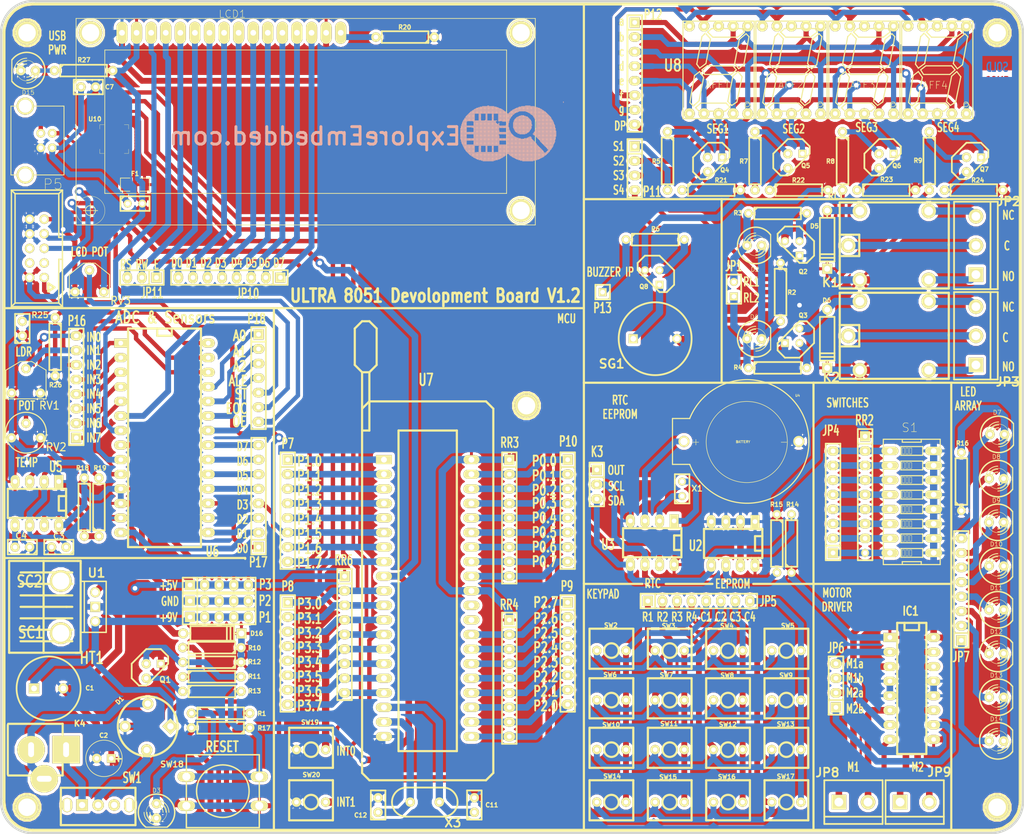
<source format=kicad_pcb>
(kicad_pcb (version 4) (host pcbnew "(2015-01-16 BZR 5376)-product")
  (title_block (date "4 mar 2015"))
  (layers (0 Front signal) (31 Back signal) (34 B.Paste user) (35 F.Paste user) (36 B.SilkS user) (37 F.SilkS user) (38 B.Mask user) (39 F.Mask user) (44 Edge.Cuts user))
  (net 0 "")
  (net 1 +5V)
  (net 2 +9V)
  (net 3 /7Segment/DP)
  (net 4 /7Segment/RL1)
  (net 5 /7Segment/RL2)
  (net 6 /7Segment/SG-1)
  (net 7 /7Segment/SG-2)
  (net 8 /7Segment/SG-3)
  (net 9 /7Segment/SG-4)
  (net 10 /7Segment/SG-5)
  (net 11 /7Segment/SG-6)
  (net 12 /7Segment/SG-7)
  (net 13 /ADC/EOC)
  (net 14 /ADC/IN2)
  (net 15 /ADC/OE)
  (net 16 /DTR)
  (net 17 /INT0)
  (net 18 /INT1)
  (net 19 "/Key Pad/M1a")
  (net 20 "/Key Pad/M1b")
  (net 21 "/Key Pad/M1c")
  (net 22 "/Key Pad/M1d")
  (net 23 "/Key Pad/M2a")
  (net 24 "/Key Pad/M2b")
  (net 25 "/Key Pad/M2c")
  (net 26 "/Key Pad/M2d")
  (net 27 "/Key Pad/OUT")
  (net 28 "/Key Pad/SCL")
  (net 29 "/Key Pad/SDA")
  (net 30 /MISO)
  (net 31 /MOSI)
  (net 32 /RST)
  (net 33 /RXD)
  (net 34 /SCK)
  (net 35 /TXD)
  (net 36 GND)
  (net 37 N-000001)
  (net 38 N-00000100)
  (net 39 N-00000101)
  (net 40 N-00000102)
  (net 41 N-00000109)
  (net 42 N-00000111)
  (net 43 N-00000112)
  (net 44 N-00000113)
  (net 45 N-00000114)
  (net 46 N-00000115)
  (net 47 N-00000116)
  (net 48 N-00000117)
  (net 49 N-00000118)
  (net 50 N-00000119)
  (net 51 N-00000120)
  (net 52 N-00000121)
  (net 53 N-00000122)
  (net 54 N-00000123)
  (net 55 N-00000124)
  (net 56 N-00000125)
  (net 57 N-00000126)
  (net 58 N-00000127)
  (net 59 N-00000128)
  (net 60 N-00000129)
  (net 61 N-00000130)
  (net 62 N-00000131)
  (net 63 N-00000132)
  (net 64 N-00000133)
  (net 65 N-00000134)
  (net 66 N-00000135)
  (net 67 N-00000136)
  (net 68 N-00000137)
  (net 69 N-00000138)
  (net 70 N-00000139)
  (net 71 N-00000140)
  (net 72 N-00000141)
  (net 73 N-00000143)
  (net 74 N-00000144)
  (net 75 N-00000145)
  (net 76 N-00000146)
  (net 77 N-00000147)
  (net 78 N-00000148)
  (net 79 N-00000149)
  (net 80 N-00000150)
  (net 81 N-00000156)
  (net 82 N-00000157)
  (net 83 N-00000163)
  (net 84 N-00000164)
  (net 85 N-00000165)
  (net 86 N-00000166)
  (net 87 N-00000167)
  (net 88 N-00000168)
  (net 89 N-00000169)
  (net 90 N-00000170)
  (net 91 N-00000171)
  (net 92 N-00000172)
  (net 93 N-00000173)
  (net 94 N-00000174)
  (net 95 N-00000175)
  (net 96 N-00000176)
  (net 97 N-00000177)
  (net 98 N-00000178)
  (net 99 N-00000179)
  (net 100 N-00000180)
  (net 101 N-00000181)
  (net 102 N-00000182)
  (net 103 N-00000183)
  (net 104 N-00000184)
  (net 105 N-00000186)
  (net 106 N-00000187)
  (net 107 N-00000188)
  (net 108 N-00000189)
  (net 109 N-0000019)
  (net 110 N-00000190)
  (net 111 N-00000191)
  (net 112 N-00000192)
  (net 113 N-00000193)
  (net 114 N-00000194)
  (net 115 N-00000195)
  (net 116 N-00000196)
  (net 117 N-00000197)
  (net 118 N-00000199)
  (net 119 N-000002)
  (net 120 N-00000200)
  (net 121 N-00000201)
  (net 122 N-0000025)
  (net 123 N-0000027)
  (net 124 N-0000036)
  (net 125 N-0000037)
  (net 126 N-0000038)
  (net 127 N-0000039)
  (net 128 N-000004)
  (net 129 N-0000040)
  (net 130 N-0000042)
  (net 131 N-0000044)
  (net 132 N-0000045)
  (net 133 N-0000046)
  (net 134 N-0000047)
  (net 135 N-0000049)
  (net 136 N-0000050)
  (net 137 N-0000052)
  (net 138 N-0000053)
  (net 139 N-0000054)
  (net 140 N-0000055)
  (net 141 N-0000056)
  (net 142 N-0000057)
  (net 143 N-0000058)
  (net 144 N-0000059)
  (net 145 N-0000060)
  (net 146 N-0000061)
  (net 147 N-0000062)
  (net 148 N-0000063)
  (net 149 N-0000064)
  (net 150 N-0000065)
  (net 151 N-0000066)
  (net 152 N-0000067)
  (net 153 N-0000068)
  (net 154 N-0000069)
  (net 155 N-0000070)
  (net 156 N-0000071)
  (net 157 N-0000080)
  (net 158 N-0000081)
  (net 159 N-0000082)
  (net 160 N-0000083)
  (net 161 N-0000084)
  (net 162 N-0000086)
  (net 163 N-0000087)
  (net 164 N-0000088)
  (net 165 N-0000089)
  (net 166 N-0000090)
  (net 167 N-0000091)
  (net 168 N-0000095)
  (net 169 N-0000099)
  (module LM78XX_v1_XL1 (layer Front) (at 75.88 135.064 180)
    (fp_text reference U1 (at -0.22 5.914 360) (layer F.SilkS) (effects (font (thickness 0.3048))))
    (fp_text value 7805 hide)
    (pad VI thru_hole circle (at 0 -2.54 180) (size 1.778 1.778) (drill 1.143) (layers *.Cu *.Mask F.SilkS) (net 2 +9V))
    (pad GND thru_hole rect (at 0 0 180) (size 1.778 1.778) (drill 1.143) (layers *.Cu *.Mask F.SilkS) (net 36 GND))
    (pad VO thru_hole circle (at 0 2.54 180) (size 1.778 1.778) (drill 1.143) (layers *.Cu *.Mask F.SilkS) (net 130 N-0000042))
    (pad 1 thru_hole circle (at 6 -4.6 180) (size 3.81 3.81) (drill 2.9845) (layers *.Cu *.Mask F.SilkS))
    (pad 2 thru_hole circle (at 6 4.5 180) (size 3.8 3.8) (drill 3) (layers *.Cu *.Mask F.SilkS))
  )
  (module C1 (layer Front) (at 178.115 114.49 90)
    (fp_text reference X1 (at 0.063 2.606 180) (layer F.SilkS) (effects (font (size 1.016 1.016) (thickness 0.2032))))
    (fp_text value CRYSTAL hide)
    (pad 1 thru_hole circle (at -1.27 0 90) (size 1.397 1.397) (drill 0.8128) (layers *.Cu *.Mask F.SilkS) (net 70 N-00000139))
    (pad 2 thru_hole circle (at 1.27 0 90) (size 1.397 1.397) (drill 0.8128) (layers *.Cu *.Mask F.SilkS) (net 71 N-00000140))
    (pad 3 smd rect (at 0 -6 90) (size 3 5) (layers Front F.Paste F.Mask))
  )
  (module RV2 (layer Front) (at 63.815 94.805)
    (fp_text reference RV1 (at 4.085 5.17) (layer F.SilkS) (effects (font (size 1.397 1.27) (thickness 0.2032))))
    (fp_text value TS hide)
    (pad 1 thru_hole circle (at -2.5 3) (size 1.651 1.651) (drill 0.8128) (layers *.Cu *.Mask F.SilkS) (net 1 +5V))
    (pad 2 thru_hole circle (at 0 -1.27) (size 1.651 1.651) (drill 0.8128) (layers *.Cu *.Mask F.SilkS) (net 101 N-00000181))
    (pad 3 thru_hole circle (at 2.5 3) (size 1.651 1.651) (drill 0.8128) (layers *.Cu *.Mask F.SilkS) (net 36 GND))
  )
  (module RV2 (layer Front) (at 74.864 77.66)
    (fp_text reference RV3 (at 5.436 4.04) (layer F.SilkS) (effects (font (size 1.397 1.27) (thickness 0.2032))))
    (fp_text value 10K hide)
    (pad 1 thru_hole circle (at -2.5 2.5) (size 1.651 1.651) (drill 0.8128) (layers *.Cu *.Mask F.SilkS) (net 36 GND))
    (pad 2 thru_hole circle (at 0 -1.27) (size 1.651 1.651) (drill 0.8128) (layers *.Cu *.Mask F.SilkS) (net 105 N-00000186))
    (pad 3 thru_hole circle (at 2.5 2.5) (size 1.651 1.651) (drill 0.8128) (layers *.Cu *.Mask F.SilkS) (net 1 +5V))
  )
  (module USB_B (layer Front) (at 63.688 53.784 270)
    (fp_text reference J1 hide)
    (fp_text value USB_2 hide)
    (pad 1 thru_hole circle (at 1.27 -4.699 270) (size 1.524 1.524) (drill 0.8128) (layers *.Cu *.Mask F.SilkS) (net 122 N-0000025))
    (pad 2 thru_hole circle (at -1.27 -4.699 270) (size 1.524 1.524) (drill 0.8128) (layers *.Cu *.Mask F.SilkS) (net 37 N-000001))
    (pad 3 thru_hole circle (at -1.27 -2.70002 270) (size 1.524 1.524) (drill 0.8128) (layers *.Cu *.Mask F.SilkS) (net 128 N-000004))
    (pad 4 thru_hole circle (at 1.27 -2.70002 270) (size 1.524 1.524) (drill 0.8128) (layers *.Cu *.Mask F.SilkS) (net 36 GND))
    (pad "" thru_hole circle (at 5.99948 0 270) (size 3 3) (drill 2.30124) (layers *.Cu *.Mask F.SilkS))
    (pad 6 thru_hole circle (at -5.99948 0 270) (size 3 3) (drill 2.30124) (layers *.Cu *.Mask F.SilkS))
  )
  (module JACK_ALIM (layer Front) (at 64.704 159.956)
    (fp_text reference K4 (at 8.471 -4.556) (layer F.SilkS) (effects (font (size 1.016 1.016) (thickness 0.254))))
    (fp_text value CONN_3 hide)
    (pad 2 thru_hole circle (at 0 0) (size 4.8006 4.8006) (drill oval 1.02 2.6) (layers *.Cu *.Mask F.SilkS) (net 123 N-0000027))
    (pad 1 thru_hole rect (at 6.096 0) (size 4.8006 4.8006) (drill oval 1.02 2.6) (layers *.Cu *.Mask F.SilkS) (net 135 N-0000049))
    (pad 3 thru_hole circle (at 2.286 5.08) (size 4.8006 4.8006) (drill oval 2.6 1.02) (layers *.Cu *.Mask F.SilkS) (net 123 N-0000027))
  )
  (module 40tex-Ell600 (layer Front) (at 133.792 133.54 270)
    (fp_text reference U7 (at -38.04 0.292 360) (layer F.SilkS) (effects (font (size 2.032 1.27) (thickness 0.3048))))
    (fp_text value AT89S52 hide)
    (pad 1 thru_hole rect (at -24.13 7.62 270) (size 1.5748 2.794) (drill 1.016) (layers *.Cu *.Mask F.SilkS) (net 129 N-0000040))
    (pad 2 thru_hole oval (at -21.59 7.62 270) (size 1.5748 2.794) (drill 1.016) (layers *.Cu *.Mask F.SilkS) (net 127 N-0000039))
    (pad 3 thru_hole oval (at -19.05 7.62 270) (size 1.5748 2.794) (drill 1.016) (layers *.Cu *.Mask F.SilkS) (net 126 N-0000038))
    (pad 4 thru_hole oval (at -16.51 7.62 270) (size 1.5748 2.794) (drill 1.016) (layers *.Cu *.Mask F.SilkS) (net 125 N-0000037))
    (pad 5 thru_hole oval (at -13.97 7.62 270) (size 1.5748 2.794) (drill 1.016) (layers *.Cu *.Mask F.SilkS) (net 124 N-0000036))
    (pad 6 thru_hole oval (at -11.43 7.62 270) (size 1.5748 2.794) (drill 1.016) (layers *.Cu *.Mask F.SilkS) (net 31 /MOSI))
    (pad 7 thru_hole oval (at -8.89 7.62 270) (size 1.5748 2.794) (drill 1.016) (layers *.Cu *.Mask F.SilkS) (net 30 /MISO))
    (pad 8 thru_hole oval (at -6.35 7.62 270) (size 1.5748 2.794) (drill 1.016) (layers *.Cu *.Mask F.SilkS) (net 34 /SCK))
    (pad 9 thru_hole oval (at -3.81 7.62 270) (size 1.5748 2.794) (drill 1.016) (layers *.Cu *.Mask F.SilkS) (net 32 /RST))
    (pad 10 thru_hole oval (at -1.27 7.62 270) (size 1.5748 2.794) (drill 1.016) (layers *.Cu *.Mask F.SilkS) (net 33 /RXD))
    (pad 11 thru_hole oval (at 1.27 7.62 270) (size 1.5748 2.794) (drill 1.016) (layers *.Cu *.Mask F.SilkS) (net 35 /TXD))
    (pad 12 thru_hole oval (at 3.81 7.62 270) (size 1.5748 2.794) (drill 1.016) (layers *.Cu *.Mask F.SilkS) (net 17 /INT0))
    (pad 13 thru_hole oval (at 6.35 7.62 270) (size 1.5748 2.794) (drill 1.016) (layers *.Cu *.Mask F.SilkS) (net 18 /INT1))
    (pad 14 thru_hole oval (at 8.89 7.62 270) (size 1.5748 2.794) (drill 1.016) (layers *.Cu *.Mask F.SilkS) (net 137 N-0000052))
    (pad 15 thru_hole oval (at 11.43 7.62 270) (size 1.5748 2.794) (drill 1.016) (layers *.Cu *.Mask F.SilkS) (net 140 N-0000055))
    (pad 16 thru_hole oval (at 13.97 7.62 270) (size 1.5748 2.794) (drill 1.016) (layers *.Cu *.Mask F.SilkS) (net 139 N-0000054))
    (pad 17 thru_hole oval (at 16.51 7.62 270) (size 1.5748 2.794) (drill 1.016) (layers *.Cu *.Mask F.SilkS) (net 138 N-0000053))
    (pad 18 thru_hole oval (at 19.05 7.62 270) (size 1.5748 2.794) (drill 1.016) (layers *.Cu *.Mask F.SilkS) (net 132 N-0000045))
    (pad 19 thru_hole oval (at 21.59 7.62 270) (size 1.5748 2.794) (drill 1.016) (layers *.Cu *.Mask F.SilkS) (net 131 N-0000044))
    (pad 20 thru_hole oval (at 24.13 7.62 270) (size 1.5748 2.794) (drill 1.016) (layers *.Cu *.Mask F.SilkS) (net 36 GND))
    (pad 21 thru_hole oval (at 24.13 -7.62 270) (size 1.5748 2.794) (drill 1.016) (layers *.Cu *.Mask F.SilkS) (net 141 N-0000056))
    (pad 22 thru_hole oval (at 21.59 -7.62 270) (size 1.5748 2.794) (drill 1.016) (layers *.Cu *.Mask F.SilkS) (net 142 N-0000057))
    (pad 23 thru_hole oval (at 19.05 -7.62 270) (size 1.5748 2.794) (drill 1.016) (layers *.Cu *.Mask F.SilkS) (net 143 N-0000058))
    (pad 24 thru_hole oval (at 16.51 -7.62 270) (size 1.5748 2.794) (drill 1.016) (layers *.Cu *.Mask F.SilkS) (net 144 N-0000059))
    (pad 25 thru_hole oval (at 13.97 -7.62 270) (size 1.5748 2.794) (drill 1.016) (layers *.Cu *.Mask F.SilkS) (net 145 N-0000060))
    (pad 26 thru_hole oval (at 11.43 -7.62 270) (size 1.5748 2.794) (drill 1.016) (layers *.Cu *.Mask F.SilkS) (net 146 N-0000061))
    (pad 27 thru_hole oval (at 8.89 -7.62 270) (size 1.5748 2.794) (drill 1.016) (layers *.Cu *.Mask F.SilkS) (net 147 N-0000062))
    (pad 28 thru_hole oval (at 6.35 -7.62 270) (size 1.5748 2.794) (drill 1.016) (layers *.Cu *.Mask F.SilkS) (net 148 N-0000063))
    (pad 29 thru_hole oval (at 3.81 -7.62 270) (size 1.5748 2.794) (drill 1.016) (layers *.Cu *.Mask F.SilkS))
    (pad 30 thru_hole oval (at 1.27 -7.62 270) (size 1.5748 2.794) (drill 1.016) (layers *.Cu *.Mask F.SilkS))
    (pad 31 thru_hole oval (at -1.27 -7.62 270) (size 1.5748 2.794) (drill 1.016) (layers *.Cu *.Mask F.SilkS) (net 1 +5V))
    (pad 32 thru_hole oval (at -3.81 -7.62 270) (size 1.5748 2.794) (drill 1.016) (layers *.Cu *.Mask F.SilkS) (net 150 N-0000065))
    (pad 33 thru_hole oval (at -6.35 -7.62 270) (size 1.5748 2.794) (drill 1.016) (layers *.Cu *.Mask F.SilkS) (net 151 N-0000066))
    (pad 34 thru_hole oval (at -8.89 -7.62 270) (size 1.5748 2.794) (drill 1.016) (layers *.Cu *.Mask F.SilkS) (net 152 N-0000067))
    (pad 35 thru_hole oval (at -11.43 -7.62 270) (size 1.5748 2.794) (drill 1.016) (layers *.Cu *.Mask F.SilkS) (net 153 N-0000068))
    (pad 36 thru_hole oval (at -13.97 -7.62 270) (size 1.5748 2.794) (drill 1.016) (layers *.Cu *.Mask F.SilkS) (net 154 N-0000069))
    (pad 37 thru_hole oval (at -16.51 -7.62 270) (size 1.5748 2.794) (drill 1.016) (layers *.Cu *.Mask F.SilkS) (net 155 N-0000070))
    (pad 38 thru_hole oval (at -19.05 -7.62 270) (size 1.5748 2.794) (drill 1.016) (layers *.Cu *.Mask F.SilkS) (net 149 N-0000064))
    (pad 39 thru_hole oval (at -21.59 -7.62 270) (size 1.5748 2.794) (drill 1.016) (layers *.Cu *.Mask F.SilkS) (net 156 N-0000071))
    (pad 40 thru_hole oval (at -24.13 -7.62 270) (size 1.5748 2.794) (drill 1.016) (layers *.Cu *.Mask F.SilkS) (net 1 +5V))
  )
  (module SIL-9 (layer Front) (at 119.314 139.89 270)
    (fp_text reference RR6 (at -12.94 0.139 360) (layer F.SilkS) (effects (font (size 1.72974 1.08712) (thickness 0.27178))))
    (fp_text value RR8 hide)
    (pad 1 thru_hole rect (at -10.16 0 270) (size 1.778 1.778) (drill 0.8128) (layers *.Cu *.Mask F.SilkS) (net 1 +5V))
    (pad 2 thru_hole oval (at -7.62 0 270) (size 1.651 2.032) (drill 0.8128) (layers *.Cu *.Mask F.SilkS) (net 33 /RXD))
    (pad 3 thru_hole oval (at -5.08 0 270) (size 1.651 2.032) (drill 0.8128) (layers *.Cu *.Mask F.SilkS) (net 35 /TXD))
    (pad 4 thru_hole oval (at -2.54 0 270) (size 1.651 2.032) (drill 0.8128) (layers *.Cu *.Mask F.SilkS) (net 17 /INT0))
    (pad 5 thru_hole oval (at 0 0 270) (size 1.651 2.032) (drill 0.8128) (layers *.Cu *.Mask F.SilkS) (net 18 /INT1))
    (pad 6 thru_hole oval (at 2.54 0 270) (size 1.651 2.032) (drill 0.8128) (layers *.Cu *.Mask F.SilkS) (net 137 N-0000052))
    (pad 7 thru_hole oval (at 5.08 0 270) (size 1.651 2.032) (drill 0.8128) (layers *.Cu *.Mask F.SilkS) (net 140 N-0000055))
    (pad 8 thru_hole oval (at 7.62 0 270) (size 1.651 2.032) (drill 0.8128) (layers *.Cu *.Mask F.SilkS) (net 139 N-0000054))
    (pad 9 thru_hole oval (at 10.16 0 270) (size 1.651 2.032) (drill 0.8128) (layers *.Cu *.Mask F.SilkS) (net 138 N-0000053))
  )
  (module SIL-9 (layer Front) (at 148.016 147.51 270)
    (fp_text reference RR4 (at -12.81 0.016 360) (layer F.SilkS) (effects (font (size 1.72974 1.08712) (thickness 0.27178))))
    (fp_text value RR8 hide)
    (pad 1 thru_hole rect (at -10.16 0 270) (size 1.778 1.778) (drill 0.8128) (layers *.Cu *.Mask F.SilkS) (net 1 +5V))
    (pad 2 thru_hole oval (at -7.62 0 270) (size 1.651 2.032) (drill 0.8128) (layers *.Cu *.Mask F.SilkS) (net 148 N-0000063))
    (pad 3 thru_hole oval (at -5.08 0 270) (size 1.651 2.032) (drill 0.8128) (layers *.Cu *.Mask F.SilkS) (net 147 N-0000062))
    (pad 4 thru_hole oval (at -2.54 0 270) (size 1.651 2.032) (drill 0.8128) (layers *.Cu *.Mask F.SilkS) (net 146 N-0000061))
    (pad 5 thru_hole oval (at 0 0 270) (size 1.651 2.032) (drill 0.8128) (layers *.Cu *.Mask F.SilkS) (net 145 N-0000060))
    (pad 6 thru_hole oval (at 2.54 0 270) (size 1.651 2.032) (drill 0.8128) (layers *.Cu *.Mask F.SilkS) (net 144 N-0000059))
    (pad 7 thru_hole oval (at 5.08 0 270) (size 1.651 2.032) (drill 0.8128) (layers *.Cu *.Mask F.SilkS) (net 143 N-0000058))
    (pad 8 thru_hole oval (at 7.62 0 270) (size 1.651 2.032) (drill 0.8128) (layers *.Cu *.Mask F.SilkS) (net 142 N-0000057))
    (pad 9 thru_hole oval (at 10.16 0 270) (size 1.651 2.032) (drill 0.8128) (layers *.Cu *.Mask F.SilkS) (net 141 N-0000056))
  )
  (module R4 (layer Front) (at 206.055 57.34 270)
    (fp_text reference R8 (at 0.064 2.093 360) (layer F.SilkS) (effects (font (size 0.762 0.762) (thickness 0.1905))))
    (fp_text value 1K hide)
    (pad 1 thru_hole circle (at -5.08 0 270) (size 1.651 1.651) (drill 0.8128) (layers *.Cu *.Mask F.SilkS) (net 57 N-00000126))
    (pad 2 thru_hole circle (at 5.08 0 270) (size 1.651 1.651) (drill 0.8128) (layers *.Cu *.Mask F.SilkS) (net 163 N-0000087))
  )
  (module R4 (layer Front) (at 190.815 57.34 270)
    (fp_text reference R7 (at 0.064 1.966 360) (layer F.SilkS) (effects (font (size 0.762 0.762) (thickness 0.1905))))
    (fp_text value 1K hide)
    (pad 1 thru_hole circle (at -5.08 0 270) (size 1.651 1.651) (drill 0.8128) (layers *.Cu *.Mask F.SilkS) (net 60 N-00000129))
    (pad 2 thru_hole circle (at 5.08 0 270) (size 1.651 1.651) (drill 0.8128) (layers *.Cu *.Mask F.SilkS) (net 164 N-0000088))
  )
  (module R4 (layer Front) (at 173.416 71.056)
    (fp_text reference R6 (at 0.066 -1.841) (layer F.SilkS) (effects (font (size 0.762 0.762) (thickness 0.1905))))
    (fp_text value 1K hide)
    (pad 1 thru_hole circle (at -5.08 0) (size 1.524 1.524) (drill 0.8128) (layers *.Cu *.Mask F.SilkS) (net 167 N-0000091))
    (pad 2 thru_hole circle (at 5.08 0) (size 1.524 1.524) (drill 0.8128) (layers *.Cu *.Mask F.SilkS) (net 166 N-0000090))
  )
  (module R4 (layer Front) (at 175.575 57.34 270)
    (fp_text reference R5 (at 0.064 1.966 360) (layer F.SilkS) (effects (font (size 0.762 0.762) (thickness 0.1905))))
    (fp_text value 1K hide)
    (pad 1 thru_hole circle (at -5.08 0 270) (size 1.651 1.651) (drill 0.8128) (layers *.Cu *.Mask F.SilkS) (net 59 N-00000128))
    (pad 2 thru_hole circle (at 5.08 0 270) (size 1.651 1.651) (drill 0.8128) (layers *.Cu *.Mask F.SilkS) (net 160 N-0000083))
  )
  (module SIL-9 (layer Front) (at 209.992 115.506 270)
    (fp_text reference RR2 (at -12.956 0.117 360) (layer F.SilkS) (effects (font (size 1.72974 1.08712) (thickness 0.27178))))
    (fp_text value RR8 hide)
    (pad 1 thru_hole rect (at -10.16 0 270) (size 1.778 1.778) (drill 0.8128) (layers *.Cu *.Mask F.SilkS) (net 1 +5V))
    (pad 2 thru_hole oval (at -7.62 0 270) (size 1.651 2.032) (drill 0.8128) (layers *.Cu *.Mask F.SilkS) (net 45 N-00000114))
    (pad 3 thru_hole oval (at -5.08 0 270) (size 1.651 2.032) (drill 0.8128) (layers *.Cu *.Mask F.SilkS) (net 55 N-00000124))
    (pad 4 thru_hole oval (at -2.54 0 270) (size 1.651 2.032) (drill 0.8128) (layers *.Cu *.Mask F.SilkS) (net 54 N-00000123))
    (pad 5 thru_hole oval (at 0 0 270) (size 1.651 2.032) (drill 0.8128) (layers *.Cu *.Mask F.SilkS) (net 53 N-00000122))
    (pad 6 thru_hole oval (at 2.54 0 270) (size 1.651 2.032) (drill 0.8128) (layers *.Cu *.Mask F.SilkS) (net 52 N-00000121))
    (pad 7 thru_hole oval (at 5.08 0 270) (size 1.651 2.032) (drill 0.8128) (layers *.Cu *.Mask F.SilkS) (net 51 N-00000120))
    (pad 8 thru_hole oval (at 7.62 0 270) (size 1.651 2.032) (drill 0.8128) (layers *.Cu *.Mask F.SilkS) (net 50 N-00000119))
    (pad 9 thru_hole circle (at 10.16 0 270) (size 1.397 1.397) (drill 0.8128) (layers *.Cu *.Mask F.SilkS) (net 49 N-00000118))
  )
  (module C1 (layer Front) (at 63.18 124.65 180)
    (fp_text reference C4 (at 0.205 2 180) (layer F.SilkS) (effects (font (size 1.016 1.016) (thickness 0.2032))))
    (fp_text value 0.1uF hide)
    (pad 1 thru_hole circle (at -1.27 0 180) (size 1.651 1.651) (drill 0.8128) (layers *.Cu *.Mask F.SilkS) (net 36 GND))
    (pad 2 thru_hole circle (at 1.27 0 180) (size 1.651 1.651) (drill 0.8128) (layers *.Cu *.Mask F.SilkS) (net 97 N-00000177))
  )
  (module C1 (layer Front) (at 69.53 124.65 180)
    (fp_text reference C3 (at -0.02 1.9 180) (layer F.SilkS) (effects (font (size 1.016 1.016) (thickness 0.2032))))
    (fp_text value CP1 hide)
    (pad 1 thru_hole circle (at -1.27 0 180) (size 1.651 1.651) (drill 0.8128) (layers *.Cu *.Mask F.SilkS) (net 112 N-00000192))
    (pad 2 thru_hole circle (at 1.27 0 180) (size 1.651 1.651) (drill 0.8128) (layers *.Cu *.Mask F.SilkS) (net 36 GND))
  )
  (module C1 (layer Front) (at 125.156 169.608 90)
    (fp_text reference C12 (at -1.778 -3.048 180) (layer F.SilkS) (effects (font (size 0.762 0.762) (thickness 0.1905))))
    (fp_text value 22pF hide)
    (pad 1 thru_hole circle (at -1.27 0 90) (size 1.651 1.651) (drill 0.8128) (layers *.Cu *.Mask F.SilkS) (net 131 N-0000044))
    (pad 2 thru_hole circle (at 1.27 0 90) (size 1.651 1.651) (drill 0.8128) (layers *.Cu *.Mask F.SilkS) (net 36 GND))
  )
  (module C1 (layer Front) (at 141.92 169.608 90)
    (fp_text reference C11 (at 0 3.048 180) (layer F.SilkS) (effects (font (size 0.762 0.762) (thickness 0.1905))))
    (fp_text value 22pF hide)
    (pad 1 thru_hole circle (at -1.27 0 90) (size 1.651 1.651) (drill 0.8128) (layers *.Cu *.Mask F.SilkS) (net 132 N-0000045))
    (pad 2 thru_hole circle (at 1.27 0 90) (size 1.651 1.651) (drill 0.8128) (layers *.Cu *.Mask F.SilkS) (net 36 GND))
  )
  (module C1V7 (layer Front) (at 77.404 161.48 180)
    (fp_text reference C2 (at 0.061 4 180) (layer F.SilkS) (effects (font (size 0.762 0.762) (thickness 0.1905))))
    (fp_text value "100uF, 25V" hide)
    (fp_text user + (at -2.54 0 180) (layer F.SilkS) (effects (font (size 1.143 1.143) (thickness 0.28702))))
    (pad 1 thru_hole rect (at -1.27 0 180) (size 1.524 1.524) (drill 0.8128) (layers *.Cu *.Mask F.SilkS) (net 1 +5V))
    (pad 2 thru_hole circle (at 1.27 0 180) (size 1.651 1.651) (drill 0.8128) (layers *.Cu *.Mask F.SilkS) (net 36 GND))
  )
  (module C2V10 (layer Front) (at 67.752 149.288)
    (fp_text reference C1 (at 7.178 -0.063) (layer F.SilkS) (effects (font (size 0.762 0.762) (thickness 0.1905))))
    (fp_text value "1000uF, 25V" hide)
    (pad 1 thru_hole rect (at -2.54 0) (size 1.778 1.778) (drill 1.016) (layers *.Cu *.Mask F.SilkS) (net 2 +9V))
    (pad 2 thru_hole circle (at 2.54 0) (size 1.778 1.778) (drill 1.016) (layers *.Cu *.Mask F.SilkS) (net 36 GND))
  )
  (module D4 (layer Front) (at 203.388 88.328 270)
    (fp_text reference D6 (at -6.667 0.061 360) (layer F.SilkS) (effects (font (size 0.762 0.762) (thickness 0.1905))))
    (fp_text value 1N40XX hide)
    (pad 1 thru_hole circle (at -5.08 0 270) (size 1.778 1.778) (drill 1.016) (layers *.Cu *.Mask F.SilkS) (net 159 N-0000082))
    (pad 2 thru_hole rect (at 5.08 0 270) (size 1.778 1.778) (drill 1.016) (layers *.Cu *.Mask F.SilkS) (net 1 +5V))
  )
  (module DIP-16__300_ELL (layer Front) (at 218.12 149.288 270)
    (fp_text reference IC1 (at -13.488 0.195 360) (layer F.SilkS) (effects (font (size 1.524 1.143) (thickness 0.28702))))
    (fp_text value L293D hide)
    (pad 1 thru_hole rect (at -8.89 3.81 270) (size 1.5748 2.286) (drill 0.8128) (layers *.Cu *.Mask F.SilkS) (net 1 +5V))
    (pad 2 thru_hole oval (at -6.35 3.81 270) (size 1.5748 2.286) (drill 0.8128) (layers *.Cu *.Mask F.SilkS) (net 19 "/Key Pad/M1a"))
    (pad 3 thru_hole oval (at -3.81 3.81 270) (size 1.5748 2.286) (drill 0.8128) (layers *.Cu *.Mask F.SilkS) (net 21 "/Key Pad/M1c"))
    (pad 4 thru_hole oval (at -1.27 3.81 270) (size 1.5748 2.286) (drill 0.8128) (layers *.Cu *.Mask F.SilkS) (net 36 GND))
    (pad 5 thru_hole oval (at 1.27 3.81 270) (size 1.5748 2.286) (drill 0.8128) (layers *.Cu *.Mask F.SilkS) (net 36 GND))
    (pad 6 thru_hole oval (at 3.81 3.81 270) (size 1.5748 2.286) (drill 0.8128) (layers *.Cu *.Mask F.SilkS) (net 22 "/Key Pad/M1d"))
    (pad 7 thru_hole oval (at 6.35 3.81 270) (size 1.5748 2.286) (drill 0.8128) (layers *.Cu *.Mask F.SilkS) (net 20 "/Key Pad/M1b"))
    (pad 8 thru_hole oval (at 8.89 3.81 270) (size 1.5748 2.286) (drill 0.8128) (layers *.Cu *.Mask F.SilkS) (net 2 +9V))
    (pad 9 thru_hole oval (at 8.89 -3.81 270) (size 1.5748 2.286) (drill 0.8128) (layers *.Cu *.Mask F.SilkS) (net 1 +5V))
    (pad 10 thru_hole oval (at 6.35 -3.81 270) (size 1.5748 2.286) (drill 0.8128) (layers *.Cu *.Mask F.SilkS) (net 24 "/Key Pad/M2b"))
    (pad 11 thru_hole oval (at 3.81 -3.81 270) (size 1.5748 2.286) (drill 0.8128) (layers *.Cu *.Mask F.SilkS) (net 26 "/Key Pad/M2d"))
    (pad 12 thru_hole oval (at 1.27 -3.81 270) (size 1.5748 2.286) (drill 0.8128) (layers *.Cu *.Mask F.SilkS) (net 36 GND))
    (pad 13 thru_hole oval (at -1.27 -3.81 270) (size 1.5748 2.286) (drill 0.8128) (layers *.Cu *.Mask F.SilkS) (net 36 GND))
    (pad 14 thru_hole oval (at -3.81 -3.81 270) (size 1.5748 2.286) (drill 0.8128) (layers *.Cu *.Mask F.SilkS) (net 25 "/Key Pad/M2c"))
    (pad 15 thru_hole oval (at -6.35 -3.81 270) (size 1.5748 2.286) (drill 0.8128) (layers *.Cu *.Mask F.SilkS) (net 23 "/Key Pad/M2a"))
    (pad 16 thru_hole oval (at -8.89 -3.81 270) (size 1.5748 2.286) (drill 0.8128) (layers *.Cu *.Mask F.SilkS) (net 1 +5V))
  )
  (module LED-5MM (layer Front) (at 190.688 88.328)
    (fp_text reference D4 (at 0 -3.81) (layer F.SilkS) (effects (font (size 0.762 0.762) (thickness 0.0889))))
    (fp_text value RL2 hide)
    (pad 1 thru_hole circle (at -1.27 0) (size 1.6764 1.6764) (drill 0.8128) (layers *.Cu *.Mask F.Paste F.SilkS) (net 5 /7Segment/RL2))
    (pad 2 thru_hole circle (at 1.27 0) (size 1.6764 1.6764) (drill 0.8128) (layers *.Cu *.Mask F.Paste F.SilkS) (net 48 N-00000117))
  )
  (module LED-5MM (layer Front) (at 86.548 170.624 270)
    (fp_text reference D3 (at -3.556 0 360) (layer F.SilkS) (effects (font (size 0.762 0.762) (thickness 0.0889))))
    (fp_text value LED hide)
    (pad 1 thru_hole circle (at -1.27 0 270) (size 1.6764 1.6764) (drill 0.8128) (layers *.Cu *.Mask F.Paste F.SilkS) (net 133 N-0000046))
    (pad 2 thru_hole circle (at 1.27 0 270) (size 1.6764 1.6764) (drill 0.8128) (layers *.Cu *.Mask F.Paste F.SilkS) (net 36 GND))
  )
  (module R4 (layer Front) (at 195.26 80.2 270)
    (fp_text reference R2 (at 0.064 -1.971 360) (layer F.SilkS) (effects (font (size 0.762 0.762) (thickness 0.1905))))
    (fp_text value 470 hide)
    (pad 1 thru_hole circle (at -5.08 0 270) (size 1.524 1.524) (drill 0.8128) (layers *.Cu *.Mask F.SilkS) (net 36 GND))
    (pad 2 thru_hole circle (at 5.08 0 270) (size 1.524 1.524) (drill 0.8128) (layers *.Cu *.Mask F.SilkS) (net 48 N-00000117))
  )
  (module R4 (layer Front) (at 97.724 153.606)
    (fp_text reference R1 (at 7.178 0.064) (layer F.SilkS) (effects (font (size 0.762 0.762) (thickness 0.1905))))
    (fp_text value 10K hide)
    (pad 1 thru_hole circle (at -5.08 0) (size 1.651 1.651) (drill 0.8128) (layers *.Cu *.Mask F.SilkS) (net 133 N-0000046))
    (pad 2 thru_hole circle (at 5.08 0) (size 1.651 1.651) (drill 0.8128) (layers *.Cu *.Mask F.SilkS) (net 2 +9V))
  )
  (module R4 (layer Front) (at 76.515 117.665 90)
    (fp_text reference R19 (at 6.794 0.193 180) (layer F.SilkS) (effects (font (size 0.762 0.762) (thickness 0.1905))))
    (fp_text value 2.2K hide)
    (pad 1 thru_hole circle (at -5.08 0 90) (size 1.651 1.651) (drill 0.8128) (layers *.Cu *.Mask F.SilkS) (net 98 N-00000178))
    (pad 2 thru_hole circle (at 5.08 0 90) (size 1.651 1.651) (drill 0.8128) (layers *.Cu *.Mask F.SilkS) (net 112 N-00000192))
  )
  (module R4 (layer Front) (at 73.975 117.665 270)
    (fp_text reference R18 (at -6.794 0.315 360) (layer F.SilkS) (effects (font (size 0.762 0.762) (thickness 0.1905))))
    (fp_text value 220 hide)
    (pad 1 thru_hole circle (at -5.08 0 270) (size 1.651 1.651) (drill 0.8128) (layers *.Cu *.Mask F.SilkS) (net 1 +5V))
    (pad 2 thru_hole circle (at 5.08 0 270) (size 1.651 1.651) (drill 0.8128) (layers *.Cu *.Mask F.SilkS) (net 98 N-00000178))
  )
  (module R4 (layer Front) (at 97.724 156.146 180)
    (fp_text reference R17 (at -7.559 -0.064 180) (layer F.SilkS) (effects (font (size 0.762 0.762) (thickness 0.1905))))
    (fp_text value 10K hide)
    (pad 1 thru_hole circle (at -5.08 0 180) (size 1.651 1.651) (drill 0.8128) (layers *.Cu *.Mask F.SilkS) (net 32 /RST))
    (pad 2 thru_hole circle (at 5.08 0 180) (size 1.651 1.651) (drill 0.8128) (layers *.Cu *.Mask F.SilkS) (net 36 GND))
  )
  (module R4 (layer Front) (at 226.756 113.22 90)
    (fp_text reference R16 (at 6.667 0.193 180) (layer F.SilkS) (effects (font (size 0.762 0.762) (thickness 0.1905))))
    (fp_text value 470 hide)
    (pad 1 thru_hole circle (at -5.08 0 90) (size 1.524 1.524) (drill 0.8128) (layers *.Cu *.Mask F.SilkS) (net 36 GND))
    (pad 2 thru_hole circle (at 5.08 0 90) (size 1.524 1.524) (drill 0.8128) (layers *.Cu *.Mask F.SilkS) (net 82 N-00000157))
  )
  (module R4 (layer Front) (at 194.752 93.408)
    (fp_text reference R4 (at -6.919 -0.063) (layer F.SilkS) (effects (font (size 0.762 0.762) (thickness 0.1905))))
    (fp_text value 1K hide)
    (pad 1 thru_hole circle (at -5.08 0) (size 1.524 1.524) (drill 0.8128) (layers *.Cu *.Mask F.SilkS) (net 5 /7Segment/RL2))
    (pad 2 thru_hole circle (at 5.08 0) (size 1.524 1.524) (drill 0.8128) (layers *.Cu *.Mask F.SilkS) (net 158 N-0000081))
  )
  (module R4 (layer Front) (at 194.752 66.484)
    (fp_text reference R3 (at -6.919 -0.063) (layer F.SilkS) (effects (font (size 0.762 0.762) (thickness 0.1905))))
    (fp_text value 1K hide)
    (pad 1 thru_hole circle (at -5.08 0) (size 1.524 1.524) (drill 0.8128) (layers *.Cu *.Mask F.SilkS) (net 4 /7Segment/RL1))
    (pad 2 thru_hole circle (at 5.08 0) (size 1.524 1.524) (drill 0.8128) (layers *.Cu *.Mask F.SilkS) (net 157 N-0000080))
  )
  (module RV2 (layer Front) (at 63.815 104.33)
    (fp_text reference RV2 (at 5.26 2.895) (layer F.SilkS) (effects (font (size 1.397 1.27) (thickness 0.2032))))
    (fp_text value POT hide)
    (pad 1 thru_hole circle (at -2.54 1.27) (size 1.651 1.651) (drill 0.8128) (layers *.Cu *.Mask F.SilkS) (net 1 +5V))
    (pad 2 thru_hole circle (at 0 -1.27) (size 1.651 1.651) (drill 0.8128) (layers *.Cu *.Mask F.SilkS) (net 100 N-00000180))
    (pad 3 thru_hole circle (at 2.54 1.27) (size 1.651 1.651) (drill 0.8128) (layers *.Cu *.Mask F.SilkS) (net 36 GND))
  )
  (module SIL-3 (layer Front) (at 163.256 113.728 270)
    (fp_text reference K3 (at -5.703 -0.044 360) (layer F.SilkS) (effects (font (size 1.7907 1.07696) (thickness 0.26924))))
    (fp_text value I2C hide)
    (pad 1 thru_hole rect (at -2.54 0 270) (size 1.778 1.778) (drill 0.8128) (layers *.Cu *.Mask F.SilkS) (net 27 "/Key Pad/OUT"))
    (pad 2 thru_hole oval (at 0 0 270) (size 1.651 2.032) (drill 0.8128) (layers *.Cu *.Mask F.SilkS) (net 28 "/Key Pad/SCL"))
    (pad 3 thru_hole oval (at 2.54 0 270) (size 1.651 2.032) (drill 0.8128) (layers *.Cu *.Mask F.SilkS) (net 29 "/Key Pad/SDA"))
  )
  (module SIL-5 (layer Front) (at 98.74 131.254)
    (fp_text reference P3 (at 6.76 -0.104) (layer F.SilkS) (effects (font (size 1.72974 1.08712) (thickness 0.27178))))
    (fp_text value CONN_5 hide)
    (pad 1 thru_hole rect (at -6.35 0) (size 1.778 1.778) (drill 0.8128) (layers *.Cu *.Mask F.SilkS) (net 1 +5V))
    (pad 2 thru_hole oval (at -3.81 0) (size 1.651 2.032) (drill 0.8128) (layers *.Cu *.Mask F.SilkS) (net 1 +5V))
    (pad 3 thru_hole oval (at -1.27 0) (size 1.651 2.032) (drill 0.8128) (layers *.Cu *.Mask F.SilkS) (net 1 +5V))
    (pad 4 thru_hole oval (at 1.27 0) (size 1.651 2.032) (drill 0.8128) (layers *.Cu *.Mask F.SilkS) (net 1 +5V))
    (pad 5 thru_hole oval (at 3.81 0) (size 1.651 2.032) (drill 0.8128) (layers *.Cu *.Mask F.SilkS) (net 1 +5V))
  )
  (module SIL-5 (layer Front) (at 98.74 134.048)
    (fp_text reference P2 (at 6.71 -0.048) (layer F.SilkS) (effects (font (size 1.72974 1.08712) (thickness 0.27178))))
    (fp_text value CONN_5 hide)
    (pad 1 thru_hole rect (at -6.35 0) (size 1.778 1.778) (drill 0.8128) (layers *.Cu *.Mask F.SilkS) (net 36 GND))
    (pad 2 thru_hole oval (at -3.81 0) (size 1.651 2.032) (drill 0.8128) (layers *.Cu *.Mask F.SilkS) (net 36 GND))
    (pad 3 thru_hole oval (at -1.27 0) (size 1.651 2.032) (drill 0.8128) (layers *.Cu *.Mask F.SilkS) (net 36 GND))
    (pad 4 thru_hole oval (at 1.27 0) (size 1.651 2.032) (drill 0.8128) (layers *.Cu *.Mask F.SilkS) (net 36 GND))
    (pad 5 thru_hole oval (at 3.81 0) (size 1.651 2.032) (drill 0.8128) (layers *.Cu *.Mask F.SilkS) (net 36 GND))
  )
  (module SIL-5 (layer Front) (at 98.74 136.842)
    (fp_text reference P1 (at 6.71 0.058) (layer F.SilkS) (effects (font (size 1.72974 1.08712) (thickness 0.27178))))
    (fp_text value CONN_5 hide)
    (pad 1 thru_hole rect (at -6.35 0) (size 1.778 1.778) (drill 0.8128) (layers *.Cu *.Mask F.SilkS) (net 2 +9V))
    (pad 2 thru_hole oval (at -3.81 0) (size 1.651 2.032) (drill 0.8128) (layers *.Cu *.Mask F.SilkS) (net 2 +9V))
    (pad 3 thru_hole oval (at -1.27 0) (size 1.651 2.032) (drill 0.8128) (layers *.Cu *.Mask F.SilkS) (net 2 +9V))
    (pad 4 thru_hole oval (at 1.27 0) (size 1.651 2.032) (drill 0.8128) (layers *.Cu *.Mask F.SilkS) (net 2 +9V))
    (pad 5 thru_hole oval (at 3.81 0) (size 1.651 2.032) (drill 0.8128) (layers *.Cu *.Mask F.SilkS) (net 2 +9V))
  )
  (module SIL-8 (layer Front) (at 169.86 42.1 270)
    (fp_text reference P12 (at -10.25 -3.19 360) (layer F.SilkS) (effects (font (size 1.72974 1.08712) (thickness 0.27178))))
    (fp_text value CONN_8 hide)
    (pad 1 thru_hole rect (at -8.89 0 270) (size 1.778 1.778) (drill 0.8128) (layers *.Cu *.Mask F.SilkS) (net 6 /7Segment/SG-1))
    (pad 2 thru_hole oval (at -6.35 0 270) (size 1.651 2.032) (drill 0.8128) (layers *.Cu *.Mask F.SilkS) (net 7 /7Segment/SG-2))
    (pad 3 thru_hole oval (at -3.81 0 270) (size 1.651 2.032) (drill 0.8128) (layers *.Cu *.Mask F.SilkS) (net 8 /7Segment/SG-3))
    (pad 4 thru_hole oval (at -1.27 0 270) (size 1.651 2.032) (drill 0.8128) (layers *.Cu *.Mask F.SilkS) (net 9 /7Segment/SG-4))
    (pad 5 thru_hole oval (at 1.27 0 270) (size 1.651 2.032) (drill 0.8128) (layers *.Cu *.Mask F.SilkS) (net 10 /7Segment/SG-5))
    (pad 6 thru_hole oval (at 3.81 0 270) (size 1.651 2.032) (drill 0.8128) (layers *.Cu *.Mask F.SilkS) (net 11 /7Segment/SG-6))
    (pad 7 thru_hole oval (at 6.35 0 270) (size 1.651 2.032) (drill 0.8128) (layers *.Cu *.Mask F.SilkS) (net 12 /7Segment/SG-7))
    (pad 8 thru_hole oval (at 8.89 0 270) (size 1.651 2.032) (drill 0.8128) (layers *.Cu *.Mask F.SilkS) (net 3 /7Segment/DP))
  )
  (module SIL-8 (layer Front) (at 158.176 118.3 270)
    (fp_text reference P10 (at -12.075 -0.099 360) (layer F.SilkS) (effects (font (size 1.72974 1.08712) (thickness 0.27178))))
    (fp_text value CONN_8 hide)
    (pad 1 thru_hole rect (at -8.89 0 270) (size 1.778 1.778) (drill 0.8128) (layers *.Cu *.Mask F.SilkS) (net 156 N-0000071))
    (pad 2 thru_hole oval (at -6.35 0 270) (size 1.651 2.032) (drill 0.8128) (layers *.Cu *.Mask F.SilkS) (net 149 N-0000064))
    (pad 3 thru_hole oval (at -3.81 0 270) (size 1.651 2.032) (drill 0.8128) (layers *.Cu *.Mask F.SilkS) (net 155 N-0000070))
    (pad 4 thru_hole oval (at -1.27 0 270) (size 1.651 2.032) (drill 0.8128) (layers *.Cu *.Mask F.SilkS) (net 154 N-0000069))
    (pad 5 thru_hole oval (at 1.27 0 270) (size 1.651 2.032) (drill 0.8128) (layers *.Cu *.Mask F.SilkS) (net 153 N-0000068))
    (pad 6 thru_hole oval (at 3.81 0 270) (size 1.651 2.032) (drill 0.8128) (layers *.Cu *.Mask F.SilkS) (net 152 N-0000067))
    (pad 7 thru_hole oval (at 6.35 0 270) (size 1.651 2.032) (drill 0.8128) (layers *.Cu *.Mask F.SilkS) (net 151 N-0000066))
    (pad 8 thru_hole oval (at 8.89 0 270) (size 1.651 2.032) (drill 0.8128) (layers *.Cu *.Mask F.SilkS) (net 150 N-0000065))
  )
  (module SIL-8 (layer Front) (at 158.176 143.192 270)
    (fp_text reference P9 (at -11.717 0.126 360) (layer F.SilkS) (effects (font (size 1.72974 1.08712) (thickness 0.27178))))
    (fp_text value CONN_8 hide)
    (pad 1 thru_hole rect (at -8.89 0 270) (size 1.778 1.778) (drill 0.8128) (layers *.Cu *.Mask F.SilkS) (net 148 N-0000063))
    (pad 2 thru_hole oval (at -6.35 0 270) (size 1.651 2.032) (drill 0.8128) (layers *.Cu *.Mask F.SilkS) (net 147 N-0000062))
    (pad 3 thru_hole oval (at -3.81 0 270) (size 1.651 2.032) (drill 0.8128) (layers *.Cu *.Mask F.SilkS) (net 146 N-0000061))
    (pad 4 thru_hole oval (at -1.27 0 270) (size 1.651 2.032) (drill 0.8128) (layers *.Cu *.Mask F.SilkS) (net 145 N-0000060))
    (pad 5 thru_hole oval (at 1.27 0 270) (size 1.651 2.032) (drill 0.8128) (layers *.Cu *.Mask F.SilkS) (net 144 N-0000059))
    (pad 6 thru_hole oval (at 3.81 0 270) (size 1.651 2.032) (drill 0.8128) (layers *.Cu *.Mask F.SilkS) (net 143 N-0000058))
    (pad 7 thru_hole oval (at 6.35 0 270) (size 1.651 2.032) (drill 0.8128) (layers *.Cu *.Mask F.SilkS) (net 142 N-0000057))
    (pad 8 thru_hole oval (at 8.89 0 270) (size 1.651 2.032) (drill 0.8128) (layers *.Cu *.Mask F.SilkS) (net 141 N-0000056))
  )
  (module SIL-8 (layer Front) (at 109.408 143.192 270)
    (fp_text reference P8 (at -11.684 0 360) (layer F.SilkS) (effects (font (size 1.72974 1.08712) (thickness 0.27178))))
    (fp_text value CONN_8 hide)
    (pad 1 thru_hole rect (at -8.89 0 270) (size 1.778 1.778) (drill 0.8128) (layers *.Cu *.Mask F.SilkS) (net 33 /RXD))
    (pad 2 thru_hole oval (at -6.35 0 270) (size 1.651 2.032) (drill 0.8128) (layers *.Cu *.Mask F.SilkS) (net 35 /TXD))
    (pad 3 thru_hole oval (at -3.81 0 270) (size 1.651 2.032) (drill 0.8128) (layers *.Cu *.Mask F.SilkS) (net 17 /INT0))
    (pad 4 thru_hole oval (at -1.27 0 270) (size 1.651 2.032) (drill 0.8128) (layers *.Cu *.Mask F.SilkS) (net 18 /INT1))
    (pad 5 thru_hole oval (at 1.27 0 270) (size 1.651 2.032) (drill 0.8128) (layers *.Cu *.Mask F.SilkS) (net 137 N-0000052))
    (pad 6 thru_hole oval (at 3.81 0 270) (size 1.651 2.032) (drill 0.8128) (layers *.Cu *.Mask F.SilkS) (net 140 N-0000055))
    (pad 7 thru_hole oval (at 6.35 0 270) (size 1.651 2.032) (drill 0.8128) (layers *.Cu *.Mask F.SilkS) (net 139 N-0000054))
    (pad 8 thru_hole oval (at 8.89 0 270) (size 1.651 2.032) (drill 0.8128) (layers *.Cu *.Mask F.SilkS) (net 138 N-0000053))
  )
  (module SIL-8 (layer Front) (at 109.408 118.3 270)
    (fp_text reference P7 (at -11.684 0 360) (layer F.SilkS) (effects (font (size 1.72974 1.08712) (thickness 0.27178))))
    (fp_text value CONN_8 hide)
    (pad 1 thru_hole rect (at -8.89 0 270) (size 1.778 1.778) (drill 0.8128) (layers *.Cu *.Mask F.SilkS) (net 129 N-0000040))
    (pad 2 thru_hole oval (at -6.35 0 270) (size 1.651 2.032) (drill 0.8128) (layers *.Cu *.Mask F.SilkS) (net 127 N-0000039))
    (pad 3 thru_hole oval (at -3.81 0 270) (size 1.651 2.032) (drill 0.8128) (layers *.Cu *.Mask F.SilkS) (net 126 N-0000038))
    (pad 4 thru_hole oval (at -1.27 0 270) (size 1.651 2.032) (drill 0.8128) (layers *.Cu *.Mask F.SilkS) (net 125 N-0000037))
    (pad 5 thru_hole oval (at 1.27 0 270) (size 1.651 2.032) (drill 0.8128) (layers *.Cu *.Mask F.SilkS) (net 124 N-0000036))
    (pad 6 thru_hole oval (at 3.81 0 270) (size 1.651 2.032) (drill 0.8128) (layers *.Cu *.Mask F.SilkS) (net 31 /MOSI))
    (pad 7 thru_hole oval (at 6.35 0 270) (size 1.651 2.032) (drill 0.8128) (layers *.Cu *.Mask F.SilkS) (net 30 /MISO))
    (pad 8 thru_hole oval (at 8.89 0 270) (size 1.651 2.032) (drill 0.8128) (layers *.Cu *.Mask F.SilkS) (net 34 /SCK))
  )
  (module SIL-8 (layer Front) (at 226.756 132.016 90)
    (fp_text reference JP7 (at -11.784 -0.056 180) (layer F.SilkS) (effects (font (size 1.72974 1.08712) (thickness 0.27178))))
    (fp_text value "led array" hide)
    (pad 1 thru_hole rect (at -8.89 0 90) (size 1.778 1.778) (drill 0.8128) (layers *.Cu *.Mask F.SilkS) (net 73 N-00000143))
    (pad 2 thru_hole oval (at -6.35 0 90) (size 1.651 2.032) (drill 0.8128) (layers *.Cu *.Mask F.SilkS) (net 68 N-00000137))
    (pad 3 thru_hole oval (at -3.81 0 90) (size 1.651 2.032) (drill 0.8128) (layers *.Cu *.Mask F.SilkS) (net 67 N-00000136))
    (pad 4 thru_hole oval (at -1.27 0 90) (size 1.651 2.032) (drill 0.8128) (layers *.Cu *.Mask F.SilkS) (net 66 N-00000135))
    (pad 5 thru_hole oval (at 1.27 0 90) (size 1.651 2.032) (drill 0.8128) (layers *.Cu *.Mask F.SilkS) (net 65 N-00000134))
    (pad 6 thru_hole oval (at 3.81 0 90) (size 1.651 2.032) (drill 0.8128) (layers *.Cu *.Mask F.SilkS) (net 64 N-00000133))
    (pad 7 thru_hole oval (at 6.35 0 90) (size 1.651 2.032) (drill 0.8128) (layers *.Cu *.Mask F.SilkS) (net 63 N-00000132))
    (pad 8 thru_hole oval (at 8.89 0 90) (size 1.651 2.032) (drill 0.8128) (layers *.Cu *.Mask F.SilkS) (net 69 N-00000138))
  )
  (module SIL-9 (layer Front) (at 148.016 119.57 270)
    (fp_text reference RR3 (at -13.12 -0.059 360) (layer F.SilkS) (effects (font (size 1.72974 1.08712) (thickness 0.27178))))
    (fp_text value RR8 hide)
    (pad 1 thru_hole rect (at -10.16 0 270) (size 1.778 1.778) (drill 0.8128) (layers *.Cu *.Mask F.SilkS) (net 1 +5V))
    (pad 2 thru_hole oval (at -7.62 0 270) (size 1.651 2.032) (drill 0.8128) (layers *.Cu *.Mask F.SilkS) (net 156 N-0000071))
    (pad 3 thru_hole oval (at -5.08 0 270) (size 1.651 2.032) (drill 0.8128) (layers *.Cu *.Mask F.SilkS) (net 149 N-0000064))
    (pad 4 thru_hole oval (at -2.54 0 270) (size 1.651 2.032) (drill 0.8128) (layers *.Cu *.Mask F.SilkS) (net 155 N-0000070))
    (pad 5 thru_hole oval (at 0 0 270) (size 1.651 2.032) (drill 0.8128) (layers *.Cu *.Mask F.SilkS) (net 154 N-0000069))
    (pad 6 thru_hole oval (at 2.54 0 270) (size 1.651 2.032) (drill 0.8128) (layers *.Cu *.Mask F.SilkS) (net 153 N-0000068))
    (pad 7 thru_hole oval (at 5.08 0 270) (size 1.651 2.032) (drill 0.8128) (layers *.Cu *.Mask F.SilkS) (net 152 N-0000067))
    (pad 8 thru_hole oval (at 7.62 0 270) (size 1.651 2.032) (drill 0.8128) (layers *.Cu *.Mask F.SilkS) (net 151 N-0000066))
    (pad 9 thru_hole oval (at 10.16 0 270) (size 1.651 2.032) (drill 0.8128) (layers *.Cu *.Mask F.SilkS) (net 150 N-0000065))
  )
  (module SW_PUSH-12mm (layer Front) (at 98.105 167.195)
    (fp_text reference SW18 (at -8.855 -4.695) (layer F.SilkS) (effects (font (size 1.016 1.016) (thickness 0.2032))))
    (fp_text value SPST hide)
    (pad 1 thru_hole oval (at 6.35 -2.54) (size 3.048 1.8) (drill 1.397) (layers *.Cu *.Mask F.SilkS) (net 32 /RST))
    (pad 2 thru_hole oval (at 6.35 2.54) (size 3.048 1.8) (drill 1.397) (layers *.Cu *.Mask F.SilkS) (net 1 +5V))
    (pad 1 thru_hole oval (at -6.35 -2.54) (size 3.048 1.8) (drill 1.397) (layers *.Cu *.Mask F.SilkS) (net 32 /RST))
    (pad 2 thru_hole oval (at -6.35 2.54) (size 3.048 1.8) (drill 1.397) (layers *.Cu *.Mask F.SilkS) (net 1 +5V))
  )
  (module W005M_XL (layer Front) (at 85.024 155.892 135)
    (fp_text reference D1 (at 6.643268 -0.267993 225) (layer F.SilkS) (effects (font (size 0.762 0.762) (thickness 0.1905))))
    (fp_text value BRIDGE hide)
    (pad 1 thru_hole circle (at 2.794 -2.794 135) (size 2 2) (drill 1.1) (layers *.Cu *.Mask F.SilkS) (net 36 GND))
    (pad 2 thru_hole circle (at 2.794 2.794 135) (size 2 2) (drill 1.1) (layers *.Cu *.Mask F.SilkS) (net 123 N-0000027))
    (pad 3 thru_hole rect (at -2.794 2.794 135) (size 2 2) (drill 1.1) (layers *.Cu *.Mask F.SilkS) (net 2 +9V))
    (pad 4 thru_hole circle (at -2.794 -3.048 135) (size 2 2) (drill 1.1) (layers *.Cu *.Mask F.SilkS) (net 136 N-0000050))
  )
  (module SparkFun-DIPSWITCH-08 (layer Front) (at 218.12 116.776 270)
    (fp_text reference S1 (at -12.951 0.345 360) (layer F.SilkS) (effects (font (thickness 0.0889))))
    (fp_text value SW_DIP-8 hide)
    (fp_text user 2 (at -6.096 3.429 270) (layer F.SilkS) (effects (font (thickness 0.0889))))
    (fp_text user 3 (at -3.556 3.429 270) (layer F.SilkS) (effects (font (thickness 0.0889))))
    (fp_text user 4 (at -1.016 3.429 270) (layer F.SilkS) (effects (font (thickness 0.0889))))
    (fp_text user 5 (at 1.524 3.429 270) (layer F.SilkS) (effects (font (thickness 0.0889))))
    (fp_text user 6 (at 4.064 3.429 270) (layer F.SilkS) (effects (font (thickness 0.0889))))
    (fp_text user 7 (at 6.604 3.429 270) (layer F.SilkS) (effects (font (thickness 0.0889))))
    (fp_text user 8 (at 9.144 3.429 270) (layer F.SilkS) (effects (font (thickness 0.0889))))
    (fp_text user " " (at 0 -5.969 270) (layer F.SilkS) (effects (font (size 1.27 1.27) (thickness 0.0889))))
    (fp_text user " " (at -7.747 -5.969 270) (layer F.SilkS) (effects (font (size 1.27 1.27) (thickness 0.0889))))
    (pad 1 thru_hole oval (at -8.89 3.81 270) (size 1.47574 2.95402) (drill 0.96774) (layers *.Cu *.Mask F.Paste F.SilkS) (net 45 N-00000114))
    (pad 2 thru_hole oval (at -6.35 3.81 270) (size 1.47574 2.95402) (drill 0.96774) (layers *.Cu *.Mask F.Paste F.SilkS) (net 55 N-00000124))
    (pad 3 thru_hole oval (at -3.81 3.81 270) (size 1.47574 2.95402) (drill 0.96774) (layers *.Cu *.Mask F.Paste F.SilkS) (net 54 N-00000123))
    (pad 4 thru_hole oval (at -1.27 3.81 270) (size 1.47574 2.95402) (drill 0.96774) (layers *.Cu *.Mask F.Paste F.SilkS) (net 53 N-00000122))
    (pad 5 thru_hole oval (at 1.27 3.81 270) (size 1.47574 2.95402) (drill 0.96774) (layers *.Cu *.Mask F.Paste F.SilkS) (net 52 N-00000121))
    (pad 6 thru_hole oval (at 3.81 3.81 270) (size 1.47574 2.95402) (drill 0.96774) (layers *.Cu *.Mask F.Paste F.SilkS) (net 51 N-00000120))
    (pad 7 thru_hole oval (at 6.35 3.81 270) (size 1.47574 2.95402) (drill 0.96774) (layers *.Cu *.Mask F.Paste F.SilkS) (net 50 N-00000119))
    (pad 8 thru_hole oval (at 8.89 3.81 270) (size 1.47574 2.95402) (drill 0.96774) (layers *.Cu *.Mask F.Paste F.SilkS) (net 49 N-00000118))
    (pad 9 thru_hole oval (at 8.89 -3.81 270) (size 1.47574 2.95402) (drill 0.96774) (layers *.Cu *.Mask F.Paste F.SilkS) (net 36 GND))
    (pad 10 thru_hole oval (at 6.35 -3.81 270) (size 1.47574 2.95402) (drill 0.96774) (layers *.Cu *.Mask F.Paste F.SilkS) (net 36 GND))
    (pad 11 thru_hole oval (at 3.81 -3.81 270) (size 1.47574 2.95402) (drill 0.96774) (layers *.Cu *.Mask F.Paste F.SilkS) (net 36 GND))
    (pad 12 thru_hole oval (at 1.27 -3.81 270) (size 1.47574 2.95402) (drill 0.96774) (layers *.Cu *.Mask F.Paste F.SilkS) (net 36 GND))
    (pad 13 thru_hole oval (at -1.27 -3.81 270) (size 1.47574 2.95402) (drill 0.96774) (layers *.Cu *.Mask F.Paste F.SilkS) (net 36 GND))
    (pad 14 thru_hole oval (at -3.81 -3.81 270) (size 1.47574 2.95402) (drill 0.96774) (layers *.Cu *.Mask F.Paste F.SilkS) (net 36 GND))
    (pad 15 thru_hole oval (at -6.35 -3.81 270) (size 1.47574 2.95402) (drill 0.96774) (layers *.Cu *.Mask F.Paste F.SilkS) (net 36 GND))
    (pad 16 thru_hole oval (at -8.89 -3.81 270) (size 1.47574 2.95402) (drill 0.96774) (layers *.Cu *.Mask F.Paste F.SilkS) (net 36 GND))
  )
  (module lcd_2x16_led_backlight-HY-1602F (layer Front) (at 78 35)
    (fp_text reference LCD1 (at 21.75 -3.275) (layer F.SilkS) (effects (font (size 1.27 1.27) (thickness 0.0889))))
    (fp_text value LCD_2X16_SIL hide)
    (pad 1 thru_hole oval (at 2.54 0) (size 1.9304 3.8608) (drill 0.99822) (layers *.Cu *.Mask F.Paste F.SilkS) (net 36 GND))
    (pad 2 thru_hole oval (at 5.08 0) (size 1.9304 3.8608) (drill 0.99822) (layers *.Cu *.Mask F.Paste F.SilkS) (net 1 +5V))
    (pad 3 thru_hole oval (at 7.62 0) (size 1.9304 3.8608) (drill 0.99822) (layers *.Cu *.Mask F.Paste F.SilkS) (net 105 N-00000186))
    (pad 4 thru_hole oval (at 10.16 0) (size 1.9304 3.8608) (drill 0.99822) (layers *.Cu *.Mask F.Paste F.SilkS) (net 87 N-00000167))
    (pad 5 thru_hole oval (at 12.7 0) (size 1.9304 3.8608) (drill 0.99822) (layers *.Cu *.Mask F.Paste F.SilkS) (net 86 N-00000166))
    (pad 6 thru_hole oval (at 15.24 0) (size 1.9304 3.8608) (drill 0.99822) (layers *.Cu *.Mask F.Paste F.SilkS) (net 84 N-00000164))
    (pad 7 thru_hole oval (at 17.78 0) (size 1.9304 3.8608) (drill 0.99822) (layers *.Cu *.Mask F.Paste F.SilkS) (net 96 N-00000176))
    (pad 8 thru_hole oval (at 20.32 0) (size 1.9304 3.8608) (drill 0.99822) (layers *.Cu *.Mask F.Paste F.SilkS) (net 95 N-00000175))
    (pad 9 thru_hole oval (at 22.86 0) (size 1.9304 3.8608) (drill 0.99822) (layers *.Cu *.Mask F.Paste F.SilkS) (net 94 N-00000174))
    (pad 10 thru_hole oval (at 25.4 0) (size 1.9304 3.8608) (drill 0.99822) (layers *.Cu *.Mask F.Paste F.SilkS) (net 93 N-00000173))
    (pad 11 thru_hole oval (at 27.94 0) (size 1.9304 3.8608) (drill 0.99822) (layers *.Cu *.Mask F.Paste F.SilkS) (net 92 N-00000172))
    (pad 12 thru_hole oval (at 30.48 0) (size 1.9304 3.8608) (drill 0.99822) (layers *.Cu *.Mask F.Paste F.SilkS) (net 91 N-00000171))
    (pad 13 thru_hole oval (at 33.02 0) (size 1.9304 3.8608) (drill 0.99822) (layers *.Cu *.Mask F.Paste F.SilkS) (net 90 N-00000170))
    (pad 14 thru_hole oval (at 35.56 0) (size 1.9304 3.8608) (drill 0.99822) (layers *.Cu *.Mask F.Paste F.SilkS) (net 85 N-00000165))
    (pad 15 thru_hole oval (at 38.1 0) (size 1.9304 3.8608) (drill 0.99822) (layers *.Cu *.Mask F.Paste F.SilkS) (net 1 +5V))
    (pad 16 thru_hole oval (at 40.64 0) (size 1.9304 3.8608) (drill 0.99822) (layers *.Cu *.Mask F.Paste F.SilkS) (net 83 N-00000163))
  )
  (module SparkFun-7-SEGMENT-DISPLAY (layer Front) (at 184.465 41.465)
    (fp_text reference AFF1 (at -0.14 2.61) (layer F.SilkS) (effects (font (size 1.27 1.27) (thickness 0.0889))))
    (fp_text value LTS-6960HR hide)
    (pad 1 thru_hole circle (at -5.08 7.62) (size 1.8796 1.8796) (drill 0.81) (layers *.Cu *.Mask F.Paste F.SilkS) (net 10 /7Segment/SG-5))
    (pad 2 thru_hole circle (at -2.54 7.62) (size 1.8796 1.8796) (drill 0.81) (layers *.Cu *.Mask F.Paste F.SilkS) (net 9 /7Segment/SG-4))
    (pad 3 thru_hole circle (at 0 7.62) (size 1.8796 1.8796) (drill 0.81) (layers *.Cu *.Mask F.Paste F.SilkS) (net 61 N-00000130))
    (pad 4 thru_hole circle (at 2.54 7.62) (size 1.8796 1.8796) (drill 0.81) (layers *.Cu *.Mask F.Paste F.SilkS) (net 8 /7Segment/SG-3))
    (pad 5 thru_hole circle (at 5.08 7.62) (size 1.8796 1.8796) (drill 0.81) (layers *.Cu *.Mask F.Paste F.SilkS) (net 3 /7Segment/DP))
    (pad 6 thru_hole circle (at 5.08 -7.62) (size 1.8796 1.8796) (drill 0.81) (layers *.Cu *.Mask F.Paste F.SilkS) (net 7 /7Segment/SG-2))
    (pad 7 thru_hole circle (at 2.54 -7.62) (size 1.8796 1.8796) (drill 0.81) (layers *.Cu *.Mask F.Paste F.SilkS) (net 6 /7Segment/SG-1))
    (pad 8 thru_hole circle (at 0 -7.62) (size 1.8796 1.8796) (drill 0.81) (layers *.Cu *.Mask F.Paste F.SilkS))
    (pad 9 thru_hole circle (at -2.54 -7.62) (size 1.8796 1.8796) (drill 0.81) (layers *.Cu *.Mask F.Paste F.SilkS) (net 11 /7Segment/SG-6))
    (pad 10 thru_hole circle (at -5.08 -7.62) (size 1.8796 1.8796) (drill 0.81) (layers *.Cu *.Mask F.Paste F.SilkS) (net 12 /7Segment/SG-7))
  )
  (module SparkFun-7-SEGMENT-DISPLAY (layer Front) (at 197.165 41.465)
    (fp_text reference AFF2 (at -0.115 2.61) (layer F.SilkS) (effects (font (size 1.27 1.27) (thickness 0.0889))))
    (fp_text value LTS-6960HR hide)
    (pad 1 thru_hole circle (at -5.08 7.62) (size 1.8796 1.8796) (drill 0.81) (layers *.Cu *.Mask F.Paste F.SilkS) (net 10 /7Segment/SG-5))
    (pad 2 thru_hole circle (at -2.54 7.62) (size 1.8796 1.8796) (drill 0.81) (layers *.Cu *.Mask F.Paste F.SilkS) (net 9 /7Segment/SG-4))
    (pad 3 thru_hole circle (at 0 7.62) (size 1.8796 1.8796) (drill 0.81) (layers *.Cu *.Mask F.Paste F.SilkS) (net 41 N-00000109))
    (pad 4 thru_hole circle (at 2.54 7.62) (size 1.8796 1.8796) (drill 0.81) (layers *.Cu *.Mask F.Paste F.SilkS) (net 8 /7Segment/SG-3))
    (pad 5 thru_hole circle (at 5.08 7.62) (size 1.8796 1.8796) (drill 0.81) (layers *.Cu *.Mask F.Paste F.SilkS) (net 3 /7Segment/DP))
    (pad 6 thru_hole circle (at 5.08 -7.62) (size 1.8796 1.8796) (drill 0.81) (layers *.Cu *.Mask F.Paste F.SilkS) (net 7 /7Segment/SG-2))
    (pad 7 thru_hole circle (at 2.54 -7.62) (size 1.8796 1.8796) (drill 0.81) (layers *.Cu *.Mask F.Paste F.SilkS) (net 6 /7Segment/SG-1))
    (pad 8 thru_hole circle (at 0 -7.62) (size 1.8796 1.8796) (drill 0.81) (layers *.Cu *.Mask F.Paste F.SilkS))
    (pad 9 thru_hole circle (at -2.54 -7.62) (size 1.8796 1.8796) (drill 0.81) (layers *.Cu *.Mask F.Paste F.SilkS) (net 11 /7Segment/SG-6))
    (pad 10 thru_hole circle (at -5.08 -7.62) (size 1.8796 1.8796) (drill 0.81) (layers *.Cu *.Mask F.Paste F.SilkS) (net 12 /7Segment/SG-7))
  )
  (module SparkFun-7-SEGMENT-DISPLAY (layer Front) (at 209.865 41.465)
    (fp_text reference AFF3 (at -0.315 2.635) (layer F.SilkS) (effects (font (size 1.27 1.27) (thickness 0.0889))))
    (fp_text value LTS-6960HR hide)
    (pad 1 thru_hole circle (at -5.08 7.62) (size 1.8796 1.8796) (drill 0.81) (layers *.Cu *.Mask F.Paste F.SilkS) (net 10 /7Segment/SG-5))
    (pad 2 thru_hole circle (at -2.54 7.62) (size 1.8796 1.8796) (drill 0.81) (layers *.Cu *.Mask F.Paste F.SilkS) (net 9 /7Segment/SG-4))
    (pad 3 thru_hole circle (at 0 7.62) (size 1.8796 1.8796) (drill 0.81) (layers *.Cu *.Mask F.Paste F.SilkS) (net 62 N-00000131))
    (pad 4 thru_hole circle (at 2.54 7.62) (size 1.8796 1.8796) (drill 0.81) (layers *.Cu *.Mask F.Paste F.SilkS) (net 8 /7Segment/SG-3))
    (pad 5 thru_hole circle (at 5.08 7.62) (size 1.8796 1.8796) (drill 0.81) (layers *.Cu *.Mask F.Paste F.SilkS) (net 3 /7Segment/DP))
    (pad 6 thru_hole circle (at 5.08 -7.62) (size 1.8796 1.8796) (drill 0.81) (layers *.Cu *.Mask F.Paste F.SilkS) (net 7 /7Segment/SG-2))
    (pad 7 thru_hole circle (at 2.54 -7.62) (size 1.8796 1.8796) (drill 0.81) (layers *.Cu *.Mask F.Paste F.SilkS) (net 6 /7Segment/SG-1))
    (pad 8 thru_hole circle (at 0 -7.62) (size 1.8796 1.8796) (drill 0.81) (layers *.Cu *.Mask F.Paste F.SilkS))
    (pad 9 thru_hole circle (at -2.54 -7.62) (size 1.8796 1.8796) (drill 0.81) (layers *.Cu *.Mask F.Paste F.SilkS) (net 11 /7Segment/SG-6))
    (pad 10 thru_hole circle (at -5.08 -7.62) (size 1.8796 1.8796) (drill 0.81) (layers *.Cu *.Mask F.Paste F.SilkS) (net 12 /7Segment/SG-7))
  )
  (module SparkFun-7-SEGMENT-DISPLAY (layer Front) (at 222.565 41.465)
    (fp_text reference AFF4 (at -0.39 2.685) (layer F.SilkS) (effects (font (size 1.27 1.27) (thickness 0.0889))))
    (fp_text value LTS-6960HR hide)
    (pad 1 thru_hole circle (at -5.08 7.62) (size 1.8796 1.8796) (drill 0.81) (layers *.Cu *.Mask F.Paste F.SilkS) (net 10 /7Segment/SG-5))
    (pad 2 thru_hole circle (at -2.54 7.62) (size 1.8796 1.8796) (drill 0.81) (layers *.Cu *.Mask F.Paste F.SilkS) (net 9 /7Segment/SG-4))
    (pad 3 thru_hole circle (at 0 7.62) (size 1.8796 1.8796) (drill 0.81) (layers *.Cu *.Mask F.Paste F.SilkS) (net 168 N-0000095))
    (pad 4 thru_hole circle (at 2.54 7.62) (size 1.8796 1.8796) (drill 0.81) (layers *.Cu *.Mask F.Paste F.SilkS) (net 8 /7Segment/SG-3))
    (pad 5 thru_hole circle (at 5.08 7.62) (size 1.8796 1.8796) (drill 0.81) (layers *.Cu *.Mask F.Paste F.SilkS) (net 3 /7Segment/DP))
    (pad 6 thru_hole circle (at 5.08 -7.62) (size 1.8796 1.8796) (drill 0.81) (layers *.Cu *.Mask F.Paste F.SilkS) (net 7 /7Segment/SG-2))
    (pad 7 thru_hole circle (at 2.54 -7.62) (size 1.8796 1.8796) (drill 0.81) (layers *.Cu *.Mask F.Paste F.SilkS) (net 6 /7Segment/SG-1))
    (pad 8 thru_hole circle (at 0 -7.62) (size 1.8796 1.8796) (drill 0.81) (layers *.Cu *.Mask F.Paste F.SilkS))
    (pad 9 thru_hole circle (at -2.54 -7.62) (size 1.8796 1.8796) (drill 0.81) (layers *.Cu *.Mask F.Paste F.SilkS) (net 11 /7Segment/SG-6))
    (pad 10 thru_hole circle (at -5.08 -7.62) (size 1.8796 1.8796) (drill 0.81) (layers *.Cu *.Mask F.Paste F.SilkS) (net 12 /7Segment/SG-7))
  )
  (module R4 (layer Front) (at 221.168 57.34 270)
    (fp_text reference R9 (at -0.063 1.966 360) (layer F.SilkS) (effects (font (size 0.762 0.762) (thickness 0.1905))))
    (fp_text value 1K hide)
    (pad 1 thru_hole circle (at -5.08 0 270) (size 1.651 1.651) (drill 0.8128) (layers *.Cu *.Mask F.SilkS) (net 58 N-00000127))
    (pad 2 thru_hole circle (at 5.08 0 270) (size 1.651 1.651) (drill 0.8128) (layers *.Cu *.Mask F.SilkS) (net 162 N-0000086))
  )
  (module 1pin (layer Front) (at 233 170)
    (fp_text reference P4 hide)
    (fp_text value CONN_1 hide)
    (pad "" thru_hole circle (at 0 0) (size 4.064 4.064) (drill 3.048) (layers *.Cu *.Mask F.SilkS))
  )
  (module 1pin (layer Front) (at 64 170)
    (fp_text reference P6 hide)
    (fp_text value CONN_1 hide)
    (pad "" thru_hole circle (at 0 0) (size 4.064 4.064) (drill 3.048) (layers *.Cu *.Mask F.SilkS))
  )
  (module 1pin (layer Front) (at 233 35)
    (fp_text reference P14 hide)
    (fp_text value CONN_1 hide)
    (pad "" thru_hole circle (at 0 0) (size 4.064 4.064) (drill 3.048) (layers *.Cu *.Mask F.SilkS))
  )
  (module 1pin (layer Front) (at 64 35)
    (fp_text reference P15 hide)
    (fp_text value CONN_1 hide)
    (pad "" thru_hole circle (at 0 0) (size 4.064 4.064) (drill 3.048) (layers *.Cu *.Mask F.SilkS))
  )
  (module HC-49V (layer Front) (at 133.284 169.1 180)
    (fp_text reference X3 (at -4.891 -3.6 180) (layer F.SilkS) (effects (font (thickness 0.3048))))
    (fp_text value 11.0592MHz hide)
    (pad 1 thru_hole circle (at -2.54 0 180) (size 1.651 1.651) (drill 0.8128) (layers *.Cu *.Mask F.SilkS) (net 132 N-0000045))
    (pad 2 thru_hole circle (at 2.54 0 180) (size 1.651 1.651) (drill 0.8128) (layers *.Cu *.Mask F.SilkS) (net 131 N-0000044))
  )
  (module SW_PUSH_SMALL_2pin_xl (layer Front) (at 175.956 142.684)
    (fp_text reference SW3 (at -0.206 -4.309) (layer F.SilkS) (effects (font (size 0.762 0.762) (thickness 0.1905))))
    (fp_text value D hide)
    (pad 1 thru_hole circle (at -2.54 0) (size 1.651 1.651) (drill 0.8128) (layers *.Cu *.Mask F.SilkS) (net 81 N-00000156))
    (pad 2 thru_hole circle (at 2.54 0) (size 1.651 1.651) (drill 0.8128) (layers *.Cu *.Mask F.SilkS) (net 77 N-00000147))
  )
  (module SW_PUSH_SMALL_2pin_xl (layer Front) (at 165.796 142.684)
    (fp_text reference SW2 (at -0.096 -4.409) (layer F.SilkS) (effects (font (size 0.762 0.762) (thickness 0.1905))))
    (fp_text value C hide)
    (pad 1 thru_hole circle (at -2.54 0) (size 1.651 1.651) (drill 0.8128) (layers *.Cu *.Mask F.SilkS) (net 81 N-00000156))
    (pad 2 thru_hole circle (at 2.54 0) (size 1.651 1.651) (drill 0.8128) (layers *.Cu *.Mask F.SilkS) (net 76 N-00000146))
  )
  (module SW_PUSH_SMALL_2pin_xl (layer Front) (at 186.116 142.684)
    (fp_text reference SW4 (at -0.191 -4.309) (layer F.SilkS) (effects (font (size 0.762 0.762) (thickness 0.1905))))
    (fp_text value E hide)
    (pad 1 thru_hole circle (at -2.54 0) (size 1.651 1.651) (drill 0.8128) (layers *.Cu *.Mask F.SilkS) (net 81 N-00000156))
    (pad 2 thru_hole circle (at 2.54 0) (size 1.651 1.651) (drill 0.8128) (layers *.Cu *.Mask F.SilkS) (net 74 N-00000144))
  )
  (module SW_PUSH_SMALL_2pin_xl (layer Front) (at 196.276 142.684)
    (fp_text reference SW5 (at 0.249 -4.334) (layer F.SilkS) (effects (font (size 0.762 0.762) (thickness 0.1905))))
    (fp_text value F hide)
    (pad 1 thru_hole circle (at -2.54 0) (size 1.651 1.651) (drill 0.8128) (layers *.Cu *.Mask F.SilkS) (net 81 N-00000156))
    (pad 2 thru_hole circle (at 2.54 0) (size 1.651 1.651) (drill 0.8128) (layers *.Cu *.Mask F.SilkS) (net 75 N-00000145))
  )
  (module SW_PUSH_SMALL_2pin_xl (layer Front) (at 165.796 151.32)
    (fp_text reference SW6 (at -0.221 -4.42) (layer F.SilkS) (effects (font (size 0.762 0.762) (thickness 0.1905))))
    (fp_text value 9 hide)
    (pad 1 thru_hole circle (at -2.54 0) (size 1.651 1.651) (drill 0.8128) (layers *.Cu *.Mask F.SilkS) (net 79 N-00000149))
    (pad 2 thru_hole circle (at 2.54 0) (size 1.651 1.651) (drill 0.8128) (layers *.Cu *.Mask F.SilkS) (net 76 N-00000146))
  )
  (module SW_PUSH_SMALL_2pin_xl (layer Front) (at 175.956 151.32)
    (fp_text reference SW7 (at -0.556 -4.37) (layer F.SilkS) (effects (font (size 0.762 0.762) (thickness 0.1905))))
    (fp_text value 0 hide)
    (pad 1 thru_hole circle (at -2.54 0) (size 1.651 1.651) (drill 0.8128) (layers *.Cu *.Mask F.SilkS) (net 79 N-00000149))
    (pad 2 thru_hole circle (at 2.54 0) (size 1.651 1.651) (drill 0.8128) (layers *.Cu *.Mask F.SilkS) (net 77 N-00000147))
  )
  (module SW_PUSH_SMALL_2pin_xl (layer Front) (at 186.116 151.32)
    (fp_text reference SW8 (at -0.141 -4.32) (layer F.SilkS) (effects (font (size 0.762 0.762) (thickness 0.1905))))
    (fp_text value A hide)
    (pad 1 thru_hole circle (at -2.54 0) (size 1.651 1.651) (drill 0.8128) (layers *.Cu *.Mask F.SilkS) (net 79 N-00000149))
    (pad 2 thru_hole circle (at 2.54 0) (size 1.651 1.651) (drill 0.8128) (layers *.Cu *.Mask F.SilkS) (net 74 N-00000144))
  )
  (module SW_PUSH_SMALL_2pin_xl (layer Front) (at 196.276 151.32)
    (fp_text reference SW9 (at -0.051 -4.32) (layer F.SilkS) (effects (font (size 0.762 0.762) (thickness 0.1905))))
    (fp_text value B hide)
    (pad 1 thru_hole circle (at -2.54 0) (size 1.651 1.651) (drill 0.8128) (layers *.Cu *.Mask F.SilkS) (net 79 N-00000149))
    (pad 2 thru_hole circle (at 2.54 0) (size 1.651 1.651) (drill 0.8128) (layers *.Cu *.Mask F.SilkS) (net 75 N-00000145))
  )
  (module SW_PUSH_SMALL_2pin_xl (layer Front) (at 165.796 159.956)
    (fp_text reference SW10 (at -0.046 -4.331) (layer F.SilkS) (effects (font (size 0.762 0.762) (thickness 0.1905))))
    (fp_text value 5 hide)
    (pad 1 thru_hole circle (at -2.54 0) (size 1.651 1.651) (drill 0.8128) (layers *.Cu *.Mask F.SilkS) (net 78 N-00000148))
    (pad 2 thru_hole circle (at 2.54 0) (size 1.651 1.651) (drill 0.8128) (layers *.Cu *.Mask F.SilkS) (net 76 N-00000146))
  )
  (module SW_PUSH_SMALL_2pin_xl (layer Front) (at 175.956 159.956)
    (fp_text reference SW11 (at -0.106 -4.506) (layer F.SilkS) (effects (font (size 0.762 0.762) (thickness 0.1905))))
    (fp_text value 6 hide)
    (pad 1 thru_hole circle (at -2.54 0) (size 1.651 1.651) (drill 0.8128) (layers *.Cu *.Mask F.SilkS) (net 78 N-00000148))
    (pad 2 thru_hole circle (at 2.54 0) (size 1.651 1.651) (drill 0.8128) (layers *.Cu *.Mask F.SilkS) (net 77 N-00000147))
  )
  (module SW_PUSH_SMALL_2pin_xl (layer Front) (at 186.116 159.956)
    (fp_text reference SW12 (at -0.041 -4.381) (layer F.SilkS) (effects (font (size 0.762 0.762) (thickness 0.1905))))
    (fp_text value 7 hide)
    (pad 1 thru_hole circle (at -2.54 0) (size 1.651 1.651) (drill 0.8128) (layers *.Cu *.Mask F.SilkS) (net 78 N-00000148))
    (pad 2 thru_hole circle (at 2.54 0) (size 1.651 1.651) (drill 0.8128) (layers *.Cu *.Mask F.SilkS) (net 74 N-00000144))
  )
  (module SW_PUSH_SMALL_2pin_xl (layer Front) (at 196.276 159.956)
    (fp_text reference SW13 (at -0.126 -4.431) (layer F.SilkS) (effects (font (size 0.762 0.762) (thickness 0.1905))))
    (fp_text value 8 hide)
    (pad 1 thru_hole circle (at -2.54 0) (size 1.651 1.651) (drill 0.8128) (layers *.Cu *.Mask F.SilkS) (net 78 N-00000148))
    (pad 2 thru_hole circle (at 2.54 0) (size 1.651 1.651) (drill 0.8128) (layers *.Cu *.Mask F.SilkS) (net 75 N-00000145))
  )
  (module SW_PUSH_SMALL_2pin_xl (layer Front) (at 165.796 169.1)
    (fp_text reference SW14 (at 0.129 -4.5) (layer F.SilkS) (effects (font (size 0.762 0.762) (thickness 0.1905))))
    (fp_text value 1 hide)
    (pad 1 thru_hole circle (at -2.54 0) (size 1.651 1.651) (drill 0.8128) (layers *.Cu *.Mask F.SilkS) (net 80 N-00000150))
    (pad 2 thru_hole circle (at 2.54 0) (size 1.651 1.651) (drill 0.8128) (layers *.Cu *.Mask F.SilkS) (net 76 N-00000146))
  )
  (module SW_PUSH_SMALL_2pin_xl (layer Front) (at 175.956 169.1)
    (fp_text reference SW15 (at -0.281 -4.35) (layer F.SilkS) (effects (font (size 0.762 0.762) (thickness 0.1905))))
    (fp_text value 2 hide)
    (pad 1 thru_hole circle (at -2.54 0) (size 1.651 1.651) (drill 0.8128) (layers *.Cu *.Mask F.SilkS) (net 80 N-00000150))
    (pad 2 thru_hole circle (at 2.54 0) (size 1.651 1.651) (drill 0.8128) (layers *.Cu *.Mask F.SilkS) (net 77 N-00000147))
  )
  (module SW_PUSH_SMALL_2pin_xl (layer Front) (at 186.116 169.1)
    (fp_text reference SW16 (at -0.216 -4.4) (layer F.SilkS) (effects (font (size 0.762 0.762) (thickness 0.1905))))
    (fp_text value 3 hide)
    (pad 1 thru_hole circle (at -2.54 0) (size 1.651 1.651) (drill 0.8128) (layers *.Cu *.Mask F.SilkS) (net 80 N-00000150))
    (pad 2 thru_hole circle (at 2.54 0) (size 1.651 1.651) (drill 0.8128) (layers *.Cu *.Mask F.SilkS) (net 74 N-00000144))
  )
  (module SW_PUSH_SMALL_2pin_xl (layer Front) (at 196.276 169.1)
    (fp_text reference SW17 (at -0.126 -4.475) (layer F.SilkS) (effects (font (size 0.762 0.762) (thickness 0.1905))))
    (fp_text value 4 hide)
    (pad 1 thru_hole circle (at -2.54 0) (size 1.651 1.651) (drill 0.8128) (layers *.Cu *.Mask F.SilkS) (net 80 N-00000150))
    (pad 2 thru_hole circle (at 2.54 0) (size 1.651 1.651) (drill 0.8128) (layers *.Cu *.Mask F.SilkS) (net 75 N-00000145))
  )
  (module SW_PUSH_SMALL_2pin_xl (layer Front) (at 113.472 159.956)
    (fp_text reference SW19 (at -0.188 -4.762) (layer F.SilkS) (effects (font (size 0.762 0.762) (thickness 0.1905))))
    (fp_text value INT0 hide)
    (pad 1 thru_hole circle (at -2.54 0) (size 1.651 1.651) (drill 0.8128) (layers *.Cu *.Mask F.SilkS) (net 36 GND))
    (pad 2 thru_hole circle (at 2.54 0) (size 1.651 1.651) (drill 0.8128) (layers *.Cu *.Mask F.SilkS) (net 17 /INT0))
  )
  (module SW_PUSH_SMALL_2pin_xl (layer Front) (at 113.472 169.1)
    (fp_text reference SW20 (at 0.066 -4.762) (layer F.SilkS) (effects (font (size 0.762 0.762) (thickness 0.1905))))
    (fp_text value INT1 hide)
    (pad 1 thru_hole circle (at -2.54 0) (size 1.651 1.651) (drill 0.8128) (layers *.Cu *.Mask F.SilkS) (net 36 GND))
    (pad 2 thru_hole circle (at 2.54 0) (size 1.651 1.651) (drill 0.8128) (layers *.Cu *.Mask F.SilkS) (net 18 /INT1))
  )
  (module SPSPT_XL (layer Front) (at 76.388 169.608)
    (fp_text reference SW1 (at 5.912 -4.758) (layer F.SilkS) (effects (font (size 1.7907 1.07696) (thickness 0.26924))))
    (fp_text value SPST hide)
    (pad 1 thru_hole rect (at -2.79908 0) (size 2.032 2.032) (drill 1.1) (layers *.Cu *.Mask F.SilkS) (net 135 N-0000049))
    (pad 2 thru_hole circle (at 0 0) (size 2.032 2.032) (drill 1.1) (layers *.Cu *.Mask F.SilkS) (net 136 N-0000050))
    (pad 3 thru_hole circle (at 2.794 0) (size 2.032 2.032) (drill 1.1) (layers *.Cu *.Mask F.SilkS))
    (pad "" thru_hole oval (at 5.40004 0) (size 1.8 2.5) (drill oval 1.016 2.2) (layers *.Cu *.Mask F.SilkS))
    (pad "" thru_hole oval (at -5.40004 0) (size 1.8 2.5) (drill oval 1.016 2.2) (layers *.Cu *.Mask F.SilkS))
  )
  (module XL-RELAY-12 (layer Front) (at 215.072 87.82)
    (fp_text reference K2 (at -10.972 7.23) (layer F.SilkS) (effects (font (thickness 0.3048))))
    (fp_text value RELAYPTH hide)
    (pad 1 thru_hole circle (at -5.99948 -5.99948) (size 2.54 2.54) (drill 1.524) (layers *.Cu *.Mask F.SilkS) (net 159 N-0000082))
    (pad 2 thru_hole circle (at -8.001 0) (size 2.54 2.54) (drill 1.524) (layers *.Cu *.Mask F.SilkS) (net 47 N-00000116))
    (pad 3 thru_hole circle (at 5.99948 -5.99948) (size 2.54 2.54) (drill 1.524) (layers *.Cu *.Mask F.SilkS) (net 56 N-00000125))
    (pad 4 thru_hole circle (at 5.99948 5.99948) (size 2.54 2.54) (drill 1.524) (layers *.Cu *.Mask F.SilkS) (net 46 N-00000115))
    (pad 5 thru_hole circle (at -5.99948 5.99948) (size 2.54 2.54) (drill 1.524) (layers *.Cu *.Mask F.SilkS) (net 1 +5V))
  )
  (module XL-RELAY-12 (layer Front) (at 215.072 72.072)
    (fp_text reference K1 (at -11.097 6.453) (layer F.SilkS) (effects (font (thickness 0.3048))))
    (fp_text value RELAYPTH hide)
    (pad 1 thru_hole circle (at -5.99948 -5.99948) (size 2.54 2.54) (drill 1.524) (layers *.Cu *.Mask F.SilkS) (net 161 N-0000084))
    (pad 2 thru_hole circle (at -8.001 0) (size 2.54 2.54) (drill 1.524) (layers *.Cu *.Mask F.SilkS) (net 43 N-00000112))
    (pad 3 thru_hole circle (at 5.99948 -5.99948) (size 2.54 2.54) (drill 1.524) (layers *.Cu *.Mask F.SilkS) (net 42 N-00000111))
    (pad 4 thru_hole circle (at 5.99948 5.99948) (size 2.54 2.54) (drill 1.524) (layers *.Cu *.Mask F.SilkS) (net 44 N-00000113))
    (pad 5 thru_hole circle (at -5.99948 5.99948) (size 2.54 2.54) (drill 1.524) (layers *.Cu *.Mask F.SilkS) (net 1 +5V))
  )
  (module BUZ3-5 (layer Front) (at 173.416 88.328)
    (fp_text reference SG1 (at -7.566 4.372) (layer F.SilkS) (effects (font (thickness 0.3048))))
    (fp_text value BUZZERPTH hide)
    (pad 1 thru_hole rect (at -3.81 0) (size 1.6 1.6) (drill 1) (layers *.Cu *.Mask F.SilkS) (net 165 N-0000089))
    (pad 2 thru_hole circle (at 3.81 0) (size 1.6 1.6) (drill 1) (layers *.Cu *.Mask F.SilkS) (net 36 GND))
  )
  (module TO92 (layer Front) (at 86.04 146.24)
    (fp_text reference Q1 (at 2.032 1.524) (layer F.SilkS) (effects (font (size 1.016 1.016) (thickness 0.2032))))
    (fp_text value BC557 hide)
    (pad 1 thru_hole rect (at 1.27 -1.27) (size 1.397 1.397) (drill 0.8128) (layers *.Cu *.Mask F.SilkS) (net 1 +5V))
    (pad 2 thru_hole circle (at -1.27 -1.27) (size 1.651 1.651) (drill 0.8128) (layers *.Cu *.Mask F.SilkS) (net 119 N-000002))
    (pad 3 thru_hole circle (at -1.27 1.27) (size 1.651 1.651) (drill 0.8128) (layers *.Cu *.Mask F.SilkS) (net 109 N-0000019))
  )
  (module R4 (layer Front) (at 96.2 147.256)
    (fp_text reference R11 (at 7.432 -0.063) (layer F.SilkS) (effects (font (size 0.762 0.762) (thickness 0.1905))))
    (fp_text value 4.7K hide)
    (pad 1 thru_hole circle (at -5.08 0) (size 1.651 1.651) (drill 0.8128) (layers *.Cu *.Mask F.SilkS) (net 16 /DTR))
    (pad 2 thru_hole circle (at 5.08 0) (size 1.651 1.651) (drill 0.8128) (layers *.Cu *.Mask F.SilkS) (net 119 N-000002))
  )
  (module R4 (layer Front) (at 96.2 142.176 180)
    (fp_text reference R10 (at -7.432 -0.064 180) (layer F.SilkS) (effects (font (size 0.762 0.762) (thickness 0.1905))))
    (fp_text value 1K hide)
    (pad 1 thru_hole circle (at -5.08 0 180) (size 1.651 1.651) (drill 0.8128) (layers *.Cu *.Mask F.SilkS) (net 1 +5V))
    (pad 2 thru_hole circle (at 5.08 0 180) (size 1.651 1.651) (drill 0.8128) (layers *.Cu *.Mask F.SilkS) (net 16 /DTR))
  )
  (module R4 (layer Front) (at 96.2 144.716 180)
    (fp_text reference R12 (at -7.432 0.063 180) (layer F.SilkS) (effects (font (size 0.762 0.762) (thickness 0.1905))))
    (fp_text value 1K hide)
    (pad 1 thru_hole circle (at -5.08 0 180) (size 1.651 1.651) (drill 0.8128) (layers *.Cu *.Mask F.SilkS) (net 1 +5V))
    (pad 2 thru_hole circle (at 5.08 0 180) (size 1.651 1.651) (drill 0.8128) (layers *.Cu *.Mask F.SilkS) (net 119 N-000002))
  )
  (module R4 (layer Front) (at 96.2 149.796)
    (fp_text reference R13 (at 7.432 -0.063) (layer F.SilkS) (effects (font (size 0.762 0.762) (thickness 0.1905))))
    (fp_text value 100 hide)
    (pad 1 thru_hole circle (at -5.08 0) (size 1.651 1.651) (drill 0.8128) (layers *.Cu *.Mask F.SilkS) (net 109 N-0000019))
    (pad 2 thru_hole circle (at 5.08 0) (size 1.651 1.651) (drill 0.8128) (layers *.Cu *.Mask F.SilkS) (net 32 /RST))
  )
  (module cp2102_xl2 (layer Front) (at 79.182 53.53)
    (fp_text reference U10 (at -3.363 -3.492) (layer F.SilkS) (effects (font (size 0.762 0.762) (thickness 0.1905))))
    (fp_text value CP2102 hide)
    (pad 7 smd rect (at -2.49936 1.50114) (size 1.00076 0.23114) (layers Front F.Paste F.Mask) (net 1 +5V))
    (pad 6 smd rect (at -2.49936 1.00076) (size 1.00076 0.23114) (layers Front F.Paste F.Mask))
    (pad 5 smd rect (at -2.49936 0.50038) (size 1.00076 0.23114) (layers Front F.Paste F.Mask) (net 37 N-000001))
    (pad 4 smd rect (at -2.49936 0) (size 1.00076 0.23114) (layers Front F.Paste F.Mask) (net 128 N-000004))
    (pad 3 smd rect (at -2.49936 -0.50038) (size 1.00076 0.23114) (layers Front F.Paste F.Mask) (net 36 GND))
    (pad 2 smd rect (at -2.49936 -1.00076) (size 1.00076 0.23114) (layers Front F.Paste F.Mask))
    (pad 1 smd rect (at -2.49936 -1.50114) (size 1.00076 0.23114) (layers Front F.Paste F.Mask))
    (pad 28 smd rect (at -1.50114 -2.49936) (size 0.23114 1.00076) (layers Front F.Paste F.Mask) (net 16 /DTR))
    (pad 27 smd rect (at -1.00076 -2.49936) (size 0.23114 1.00076) (layers Front F.Paste F.Mask))
    (pad 26 smd rect (at -0.50038 -2.49936) (size 0.23114 1.00076) (layers Front F.Paste F.Mask) (net 33 /RXD))
    (pad 25 smd rect (at 0 -2.49936) (size 0.23114 1.00076) (layers Front F.Paste F.Mask) (net 35 /TXD))
    (pad 24 smd rect (at 0.50038 -2.49936) (size 0.23114 1.00076) (layers Front F.Paste F.Mask))
    (pad 23 smd rect (at 1.00076 -2.49936) (size 0.23114 1.00076) (layers Front F.Paste F.Mask))
    (pad 22 smd rect (at 1.50114 -2.49936) (size 0.23114 1.00076) (layers Front F.Paste F.Mask))
    (pad 21 smd rect (at 2.49936 -1.50114) (size 1.00076 0.23114) (layers Front F.Paste F.Mask))
    (pad 20 smd rect (at 2.49936 -1.00076) (size 1.00076 0.23114) (layers Front F.Paste F.Mask))
    (pad 19 smd rect (at 2.49936 -0.50038) (size 1.00076 0.23114) (layers Front F.Paste F.Mask))
    (pad 18 smd rect (at 2.49936 0) (size 1.00076 0.23114) (layers Front F.Paste F.Mask))
    (pad 17 smd rect (at 2.49936 0.50038) (size 1.00076 0.23114) (layers Front F.Paste F.Mask))
    (pad 16 smd rect (at 2.49936 1.00076) (size 1.00076 0.23114) (layers Front F.Paste F.Mask))
    (pad 15 smd rect (at 2.49936 1.50114) (size 1.00076 0.23114) (layers Front F.Paste F.Mask))
    (pad 14 smd rect (at 1.50114 2.49936) (size 0.23114 1.00076) (layers Front F.Paste F.Mask))
    (pad 13 smd rect (at 1.00076 2.49936) (size 0.23114 1.00076) (layers Front F.Paste F.Mask))
    (pad 12 smd rect (at 0.50038 2.49936) (size 0.23114 1.00076) (layers Front F.Paste F.Mask))
    (pad 11 smd rect (at 0 2.49936) (size 0.23114 1.00076) (layers Front F.Paste F.Mask))
    (pad 10 smd rect (at -0.50038 2.49936) (size 0.23114 1.00076) (layers Front F.Paste F.Mask))
    (pad 9 smd rect (at -1.00076 2.49936) (size 0.23114 1.00076) (layers Front F.Paste F.Mask))
    (pad 8 smd rect (at -1.50114 2.49936) (size 0.23114 1.00076) (layers Front F.Paste F.Mask) (net 1 +5V))
    (pad 29 smd rect (at 0 0) (size 1.50114 1.50114) (layers Front F.Paste F.Mask))
    (pad "" smd circle (at -2.25044 -2.25044) (size 0.29972 0.29972) (layers Front F.Paste F.Mask))
  )
  (module C1 (layer Front) (at 74.676 44.45)
    (fp_text reference C7 (at 3.683 0) (layer F.SilkS) (effects (font (size 0.762 0.762) (thickness 0.1905))))
    (fp_text value 0.1uf hide)
    (pad 1 thru_hole circle (at -1.27 0) (size 1.651 1.651) (drill 0.8128) (layers *.Cu *.Mask F.SilkS) (net 122 N-0000025))
    (pad 2 thru_hole circle (at 1.27 0) (size 1.651 1.651) (drill 0.8128) (layers *.Cu *.Mask F.SilkS) (net 36 GND))
  )
  (module TO92-EBC (layer Front) (at 172.908 77.66 270)
    (fp_text reference Q8 (at 1.588 1.458 360) (layer F.SilkS) (effects (font (size 0.762 0.762) (thickness 0.1905))))
    (fp_text value BC548 hide)
    (pad E thru_hole rect (at 1.27 -1.27 270) (size 1.397 1.397) (drill 0.8128) (layers *.Cu *.Mask F.SilkS) (net 165 N-0000089))
    (pad B thru_hole circle (at -1.27 -1.27 270) (size 1.397 1.397) (drill 0.8128) (layers *.Cu *.Mask F.SilkS) (net 166 N-0000090))
    (pad C thru_hole circle (at -1.27 1.27 270) (size 1.397 1.397) (drill 0.8128) (layers *.Cu *.Mask F.SilkS) (net 1 +5V))
  )
  (module TO92-EBC (layer Front) (at 228.915 57.975)
    (fp_text reference Q7 (at 1.844 0.826) (layer F.SilkS) (effects (font (size 0.762 0.762) (thickness 0.1905))))
    (fp_text value BC548 hide)
    (pad E thru_hole rect (at 1.27 -1.27) (size 1.397 1.397) (drill 0.8128) (layers *.Cu *.Mask F.SilkS) (net 168 N-0000095))
    (pad B thru_hole circle (at -1.27 -1.27) (size 1.651 1.651) (drill 0.8128) (layers *.Cu *.Mask F.SilkS) (net 58 N-00000127))
    (pad C thru_hole circle (at -1.27 1.27) (size 1.651 1.651) (drill 0.8128) (layers *.Cu *.Mask F.SilkS) (net 169 N-0000099))
  )
  (module TO92-EBC (layer Front) (at 197.8 57.34)
    (fp_text reference Q5 (at 1.844 0.826) (layer F.SilkS) (effects (font (size 0.762 0.762) (thickness 0.1905))))
    (fp_text value BC548 hide)
    (pad E thru_hole rect (at 1.27 -1.27) (size 1.397 1.397) (drill 0.8128) (layers *.Cu *.Mask F.SilkS) (net 41 N-00000109))
    (pad B thru_hole circle (at -1.27 -1.27) (size 1.651 1.651) (drill 0.8128) (layers *.Cu *.Mask F.SilkS) (net 60 N-00000129))
    (pad C thru_hole circle (at -1.27 1.27) (size 1.651 1.651) (drill 0.8128) (layers *.Cu *.Mask F.SilkS) (net 39 N-00000101))
  )
  (module TO92-EBC (layer Front) (at 183.83 57.975)
    (fp_text reference Q4 (at 1.717 0.953) (layer F.SilkS) (effects (font (size 0.762 0.762) (thickness 0.1905))))
    (fp_text value BC548 hide)
    (pad E thru_hole rect (at 1.27 -1.27) (size 1.397 1.397) (drill 0.8128) (layers *.Cu *.Mask F.SilkS) (net 61 N-00000130))
    (pad B thru_hole circle (at -1.27 -1.27) (size 1.651 1.651) (drill 0.8128) (layers *.Cu *.Mask F.SilkS) (net 59 N-00000128))
    (pad C thru_hole circle (at -1.27 1.27) (size 1.651 1.651) (drill 0.8128) (layers *.Cu *.Mask F.SilkS) (net 40 N-00000102))
  )
  (module TO92-EBC (layer Front) (at 213.675 57.34)
    (fp_text reference Q6 (at 1.844 0.826) (layer F.SilkS) (effects (font (size 0.762 0.762) (thickness 0.1905))))
    (fp_text value BC548 hide)
    (pad E thru_hole rect (at 1.27 -1.27) (size 1.397 1.397) (drill 0.8128) (layers *.Cu *.Mask F.SilkS) (net 62 N-00000131))
    (pad B thru_hole circle (at -1.27 -1.27) (size 1.651 1.651) (drill 0.8128) (layers *.Cu *.Mask F.SilkS) (net 57 N-00000126))
    (pad C thru_hole circle (at -1.27 1.27) (size 1.651 1.651) (drill 0.8128) (layers *.Cu *.Mask F.SilkS) (net 38 N-00000100))
  )
  (module TO92-EBC (layer Front) (at 197.292 72.58 270)
    (fp_text reference Q2 (at 4.064 -1.905 360) (layer F.SilkS) (effects (font (size 0.762 0.762) (thickness 0.1905))))
    (fp_text value BC548 hide)
    (pad E thru_hole rect (at 1.27 -1.27 270) (size 1.397 1.397) (drill 0.8128) (layers *.Cu *.Mask F.SilkS) (net 36 GND))
    (pad B thru_hole circle (at -1.27 -1.27 270) (size 1.397 1.397) (drill 0.8128) (layers *.Cu *.Mask F.SilkS) (net 157 N-0000080))
    (pad C thru_hole circle (at -1.27 1.27 270) (size 1.397 1.397) (drill 0.8128) (layers *.Cu *.Mask F.SilkS) (net 161 N-0000084))
  )
  (module TO92-EBC (layer Front) (at 197.292 87.82 180)
    (fp_text reference Q3 (at -1.905 3.556 180) (layer F.SilkS) (effects (font (size 0.762 0.762) (thickness 0.1905))))
    (fp_text value BC548 hide)
    (pad E thru_hole rect (at 1.27 -1.27 180) (size 1.397 1.397) (drill 0.8128) (layers *.Cu *.Mask F.SilkS) (net 36 GND))
    (pad B thru_hole circle (at -1.27 -1.27 180) (size 1.397 1.397) (drill 0.8128) (layers *.Cu *.Mask F.SilkS) (net 158 N-0000081))
    (pad C thru_hole circle (at -1.27 1.27 180) (size 1.397 1.397) (drill 0.8128) (layers *.Cu *.Mask F.SilkS) (net 159 N-0000082))
  )
  (module SIL-8 (layer Front) (at 104.328 115.76 90)
    (fp_text reference P17 (at -11.515 -0.053 180) (layer F.SilkS) (effects (font (size 1.72974 1.08712) (thickness 0.27178))))
    (fp_text value CONN_8 hide)
    (pad 1 thru_hole rect (at -8.89 0 90) (size 1.778 1.778) (drill 0.8128) (layers *.Cu *.Mask F.SilkS) (net 108 N-00000189))
    (pad 2 thru_hole oval (at -6.35 0 90) (size 1.651 2.032) (drill 0.8128) (layers *.Cu *.Mask F.SilkS) (net 106 N-00000187))
    (pad 3 thru_hole oval (at -3.81 0 90) (size 1.651 2.032) (drill 0.8128) (layers *.Cu *.Mask F.SilkS) (net 107 N-00000188))
    (pad 4 thru_hole oval (at -1.27 0 90) (size 1.651 2.032) (drill 0.8128) (layers *.Cu *.Mask F.SilkS) (net 118 N-00000199))
    (pad 5 thru_hole oval (at 1.27 0 90) (size 1.651 2.032) (drill 0.8128) (layers *.Cu *.Mask F.SilkS) (net 110 N-00000190))
    (pad 6 thru_hole oval (at 3.81 0 90) (size 1.651 2.032) (drill 0.8128) (layers *.Cu *.Mask F.SilkS) (net 111 N-00000191))
    (pad 7 thru_hole oval (at 6.35 0 90) (size 1.651 2.032) (drill 0.8128) (layers *.Cu *.Mask F.SilkS) (net 120 N-00000200))
    (pad 8 thru_hole oval (at 8.89 0 90) (size 1.651 2.032) (drill 0.8128) (layers *.Cu *.Mask F.SilkS) (net 121 N-00000201))
  )
  (module SIL-7 (layer Front) (at 104.328 95.186 270)
    (fp_text reference P18 (at -10.311 0.353 360) (layer F.SilkS) (effects (font (size 1.72974 1.08712) (thickness 0.27178))))
    (fp_text value CONN_7 hide)
    (pad 1 thru_hole rect (at -7.62 0 270) (size 1.778 1.778) (drill 0.8128) (layers *.Cu *.Mask F.SilkS) (net 103 N-00000183))
    (pad 2 thru_hole oval (at -5.08 0 270) (size 1.651 2.032) (drill 0.8128) (layers *.Cu *.Mask F.SilkS) (net 104 N-00000184))
    (pad 3 thru_hole oval (at -2.54 0 270) (size 1.651 2.032) (drill 0.8128) (layers *.Cu *.Mask F.SilkS) (net 99 N-00000179))
    (pad 4 thru_hole oval (at 0 0 270) (size 1.651 2.032) (drill 0.8128) (layers *.Cu *.Mask F.SilkS) (net 89 N-00000169))
    (pad 5 thru_hole oval (at 2.54 0 270) (size 1.651 2.032) (drill 0.8128) (layers *.Cu *.Mask F.SilkS) (net 88 N-00000168))
    (pad 6 thru_hole oval (at 5.08 0 270) (size 1.651 2.032) (drill 0.8128) (layers *.Cu *.Mask F.SilkS) (net 13 /ADC/EOC))
    (pad 7 thru_hole oval (at 7.62 0 270) (size 1.651 2.032) (drill 0.8128) (layers *.Cu *.Mask F.SilkS) (net 15 /ADC/OE))
  )
  (module R4 (layer Front) (at 194.625 124.015 270)
    (fp_text reference R15 (at -6.794 0.061 360) (layer F.SilkS) (effects (font (size 0.762 0.762) (thickness 0.1905))))
    (fp_text value 3.3K hide)
    (pad 1 thru_hole circle (at -5.08 0 270) (size 1.524 1.524) (drill 0.8128) (layers *.Cu *.Mask F.SilkS) (net 1 +5V))
    (pad 2 thru_hole circle (at 5.08 0 270) (size 1.524 1.524) (drill 0.8128) (layers *.Cu *.Mask F.SilkS) (net 28 "/Key Pad/SCL"))
  )
  (module R4 (layer Front) (at 68.895 89.725 270)
    (fp_text reference R26 (at 6.668 -0.066 360) (layer F.SilkS) (effects (font (size 0.762 0.762) (thickness 0.1905))))
    (fp_text value R hide)
    (pad 1 thru_hole circle (at -5.08 0 270) (size 1.651 1.651) (drill 0.8128) (layers *.Cu *.Mask F.SilkS) (net 14 /ADC/IN2))
    (pad 2 thru_hole circle (at 5.08 0 270) (size 1.651 1.651) (drill 0.8128) (layers *.Cu *.Mask F.SilkS) (net 36 GND))
  )
  (module R4 (layer Front) (at 129.855 35.75 180)
    (fp_text reference R20 (at 0.061 1.714 180) (layer F.SilkS) (effects (font (size 0.762 0.762) (thickness 0.1905))))
    (fp_text value 2.2k hide)
    (pad 1 thru_hole circle (at -5.08 0 180) (size 1.651 1.651) (drill 0.8128) (layers *.Cu *.Mask F.SilkS) (net 36 GND))
    (pad 2 thru_hole circle (at 5.08 0 180) (size 1.651 1.651) (drill 0.8128) (layers *.Cu *.Mask F.SilkS) (net 83 N-00000163))
  )
  (module R4 (layer Front) (at 197.165 124.015 90)
    (fp_text reference R14 (at 6.794 0.193 180) (layer F.SilkS) (effects (font (size 0.762 0.762) (thickness 0.1905))))
    (fp_text value 3.3k hide)
    (pad 1 thru_hole circle (at -5.08 0 90) (size 1.524 1.524) (drill 0.8128) (layers *.Cu *.Mask F.SilkS) (net 1 +5V))
    (pad 2 thru_hole circle (at 5.08 0 90) (size 1.524 1.524) (drill 0.8128) (layers *.Cu *.Mask F.SilkS) (net 29 "/Key Pad/SDA"))
  )
  (module R4 (layer Front) (at 228.915 62.42)
    (fp_text reference R24 (at 0.701 -1.714) (layer F.SilkS) (effects (font (size 0.762 0.762) (thickness 0.1905))))
    (fp_text value 68 hide)
    (pad 1 thru_hole circle (at -5.08 0) (size 1.651 1.651) (drill 0.8128) (layers *.Cu *.Mask F.SilkS) (net 169 N-0000099))
    (pad 2 thru_hole circle (at 5.08 0) (size 1.651 1.651) (drill 0.8128) (layers *.Cu *.Mask F.SilkS) (net 1 +5V))
  )
  (module R4 (layer Front) (at 213.675 62.42)
    (fp_text reference R23 (at 0.066 -1.841) (layer F.SilkS) (effects (font (size 0.762 0.762) (thickness 0.1905))))
    (fp_text value 68 hide)
    (pad 1 thru_hole circle (at -5.08 0) (size 1.651 1.651) (drill 0.8128) (layers *.Cu *.Mask F.SilkS) (net 38 N-00000100))
    (pad 2 thru_hole circle (at 5.08 0) (size 1.651 1.651) (drill 0.8128) (layers *.Cu *.Mask F.SilkS) (net 1 +5V))
  )
  (module R4 (layer Front) (at 198.435 62.42)
    (fp_text reference R22 (at -0.061 -1.714) (layer F.SilkS) (effects (font (size 0.762 0.762) (thickness 0.1905))))
    (fp_text value 68 hide)
    (pad 1 thru_hole circle (at -5.08 0) (size 1.651 1.651) (drill 0.8128) (layers *.Cu *.Mask F.SilkS) (net 39 N-00000101))
    (pad 2 thru_hole circle (at 5.08 0) (size 1.651 1.651) (drill 0.8128) (layers *.Cu *.Mask F.SilkS) (net 1 +5V))
  )
  (module R4 (layer Front) (at 183.195 62.42)
    (fp_text reference R21 (at 1.717 -1.714) (layer F.SilkS) (effects (font (size 0.762 0.762) (thickness 0.1905))))
    (fp_text value 68 hide)
    (pad 1 thru_hole circle (at -5.08 0) (size 1.651 1.651) (drill 0.8128) (layers *.Cu *.Mask F.SilkS) (net 40 N-00000102))
    (pad 2 thru_hole circle (at 5.08 0) (size 1.651 1.651) (drill 0.8128) (layers *.Cu *.Mask F.SilkS) (net 1 +5V))
  )
  (module LED-5MM (layer Front) (at 232.852 150.812)
    (fp_text reference D13 (at 0 -3.81) (layer F.SilkS) (effects (font (size 0.762 0.762) (thickness 0.0889))))
    (fp_text value LED hide)
    (pad 1 thru_hole circle (at -1.27 0) (size 1.6764 1.6764) (drill 0.8128) (layers *.Cu *.Mask F.SilkS) (net 68 N-00000137))
    (pad 2 thru_hole circle (at 1.27 0) (size 1.6764 1.6764) (drill 0.8128) (layers *.Cu *.Mask F.SilkS) (net 82 N-00000157))
  )
  (module LED-5MM (layer Front) (at 232.852 143.192)
    (fp_text reference D12 (at 0 -3.81) (layer F.SilkS) (effects (font (size 0.762 0.762) (thickness 0.0889))))
    (fp_text value LED hide)
    (pad 1 thru_hole circle (at -1.27 0) (size 1.6764 1.6764) (drill 0.8128) (layers *.Cu *.Mask F.SilkS) (net 67 N-00000136))
    (pad 2 thru_hole circle (at 1.27 0) (size 1.6764 1.6764) (drill 0.8128) (layers *.Cu *.Mask F.SilkS) (net 82 N-00000157))
  )
  (module LED-5MM (layer Front) (at 232.852 135.572)
    (fp_text reference D11 (at 0 -3.81) (layer F.SilkS) (effects (font (size 0.762 0.762) (thickness 0.0889))))
    (fp_text value LED hide)
    (pad 1 thru_hole circle (at -1.27 0) (size 1.6764 1.6764) (drill 0.8128) (layers *.Cu *.Mask F.SilkS) (net 66 N-00000135))
    (pad 2 thru_hole circle (at 1.27 0) (size 1.6764 1.6764) (drill 0.8128) (layers *.Cu *.Mask F.SilkS) (net 82 N-00000157))
  )
  (module LED-5MM (layer Front) (at 232.852 127.952)
    (fp_text reference D10 (at 0 -3.81) (layer F.SilkS) (effects (font (size 0.762 0.762) (thickness 0.0889))))
    (fp_text value LED hide)
    (pad 1 thru_hole circle (at -1.27 0) (size 1.6764 1.6764) (drill 0.8128) (layers *.Cu *.Mask F.SilkS) (net 65 N-00000134))
    (pad 2 thru_hole circle (at 1.27 0) (size 1.6764 1.6764) (drill 0.8128) (layers *.Cu *.Mask F.SilkS) (net 82 N-00000157))
  )
  (module LED-5MM (layer Front) (at 232.852 120.332)
    (fp_text reference D9 (at 0 -3.81) (layer F.SilkS) (effects (font (size 0.762 0.762) (thickness 0.0889))))
    (fp_text value LED hide)
    (pad 1 thru_hole circle (at -1.27 0) (size 1.6764 1.6764) (drill 0.8128) (layers *.Cu *.Mask F.SilkS) (net 64 N-00000133))
    (pad 2 thru_hole circle (at 1.27 0) (size 1.6764 1.6764) (drill 0.8128) (layers *.Cu *.Mask F.SilkS) (net 82 N-00000157))
  )
  (module LED-5MM (layer Front) (at 232.852 112.712)
    (fp_text reference D8 (at 0 -3.81) (layer F.SilkS) (effects (font (size 0.762 0.762) (thickness 0.0889))))
    (fp_text value LED hide)
    (pad 1 thru_hole circle (at -1.27 0) (size 1.6764 1.6764) (drill 0.8128) (layers *.Cu *.Mask F.SilkS) (net 63 N-00000132))
    (pad 2 thru_hole circle (at 1.27 0) (size 1.6764 1.6764) (drill 0.8128) (layers *.Cu *.Mask F.SilkS) (net 82 N-00000157))
  )
  (module C1 (layer Front) (at 63.18 86.55 90)
    (fp_text reference R25 (at 2.35 3.07 180) (layer F.SilkS) (effects (font (size 1.016 1.016) (thickness 0.2032))))
    (fp_text value LDR hide)
    (pad 1 thru_hole circle (at -1.27 0 90) (size 1.651 1.651) (drill 0.8128) (layers *.Cu *.Mask F.SilkS) (net 1 +5V))
    (pad 2 thru_hole circle (at 1.27 0 90) (size 1.651 1.651) (drill 0.8128) (layers *.Cu *.Mask F.SilkS) (net 14 /ADC/IN2))
  )
  (module C1 (layer Front) (at 82.804 64.77)
    (fp_text reference F1 (at 0 -5.207) (layer F.SilkS) (effects (font (size 0.762 0.762) (thickness 0.1905))))
    (fp_text value FUSE hide)
    (pad 1 thru_hole circle (at -1.27 0) (size 1.397 1.397) (drill 0.8128) (layers *.Cu *.Mask F.SilkS) (net 122 N-0000025))
    (pad 2 thru_hole circle (at 1.27 0) (size 1.397 1.397) (drill 0.8128) (layers *.Cu *.Mask F.SilkS) (net 1 +5V))
  )
  (module SIL-8 (layer Front) (at 99.248 77.66 180)
    (fp_text reference JP10 (at -3.177 -2.815 180) (layer F.SilkS) (effects (font (size 1.72974 1.08712) (thickness 0.27178))))
    (fp_text value LCD_Data hide)
    (pad 1 thru_hole rect (at -8.89 0 180) (size 1.778 1.778) (drill 0.8128) (layers *.Cu *.Mask F.SilkS) (net 85 N-00000165))
    (pad 2 thru_hole oval (at -6.35 0 180) (size 1.651 2.032) (drill 0.8128) (layers *.Cu *.Mask F.SilkS) (net 90 N-00000170))
    (pad 3 thru_hole oval (at -3.81 0 180) (size 1.651 2.032) (drill 0.8128) (layers *.Cu *.Mask F.SilkS) (net 91 N-00000171))
    (pad 4 thru_hole oval (at -1.27 0 180) (size 1.651 2.032) (drill 0.8128) (layers *.Cu *.Mask F.SilkS) (net 92 N-00000172))
    (pad 5 thru_hole oval (at 1.27 0 180) (size 1.651 2.032) (drill 0.8128) (layers *.Cu *.Mask F.SilkS) (net 93 N-00000173))
    (pad 6 thru_hole oval (at 3.81 0 180) (size 1.651 2.032) (drill 0.8128) (layers *.Cu *.Mask F.SilkS) (net 94 N-00000174))
    (pad 7 thru_hole oval (at 6.35 0 180) (size 1.651 2.032) (drill 0.8128) (layers *.Cu *.Mask F.SilkS) (net 95 N-00000175))
    (pad 8 thru_hole oval (at 8.89 0 180) (size 1.651 2.032) (drill 0.8128) (layers *.Cu *.Mask F.SilkS) (net 96 N-00000176))
  )
  (module bornier2 (layer Front) (at 218.628 169.1)
    (fp_text reference JP9 (at 4.297 -5.225) (layer F.SilkS) (effects (font (thickness 0.3048))))
    (fp_text value m1 hide)
    (pad 1 thru_hole rect (at -2.54 0) (size 2.54 2.54) (drill 1.524) (layers *.Cu *.Mask F.SilkS) (net 25 "/Key Pad/M2c"))
    (pad 2 thru_hole circle (at 2.54 0) (size 2.54 2.54) (drill 1.524) (layers *.Cu *.Mask F.SilkS) (net 26 "/Key Pad/M2d"))
  )
  (module VASCH5x2 (layer Front) (at 65.72 72.58 90)
    (fp_text reference P5 (at 11.18 2.78 180) (layer F.SilkS) (effects (font (size 1.778 1.778) (thickness 0.0889))))
    (fp_text value CONN_5X2 hide)
    (pad 1 thru_hole circle (at -5.08 1.27 90) (size 1.651 1.651) (drill 0.99822) (layers *.Cu *.Mask F.Paste F.SilkS) (net 31 /MOSI))
    (pad 2 thru_hole circle (at -5.08 -1.27 90) (size 1.651 1.651) (drill 0.99822) (layers *.Cu *.Mask F.Paste F.SilkS) (net 1 +5V))
    (pad 3 thru_hole circle (at -2.54 1.27 90) (size 1.651 1.651) (drill 0.99822) (layers *.Cu *.Mask F.Paste F.SilkS))
    (pad 4 thru_hole circle (at -2.54 -1.27 90) (size 1.651 1.651) (drill 0.99822) (layers *.Cu *.Mask F.Paste F.SilkS))
    (pad 5 thru_hole circle (at 0 1.27 90) (size 1.651 1.651) (drill 0.99822) (layers *.Cu *.Mask F.Paste F.SilkS) (net 32 /RST))
    (pad 6 thru_hole circle (at 0 -1.27 90) (size 1.651 1.651) (drill 0.99822) (layers *.Cu *.Mask F.Paste F.SilkS))
    (pad 7 thru_hole circle (at 2.54 1.27 90) (size 1.651 1.651) (drill 0.99822) (layers *.Cu *.Mask F.Paste F.SilkS) (net 34 /SCK))
    (pad 8 thru_hole circle (at 2.54 -1.27 90) (size 1.651 1.651) (drill 0.99822) (layers *.Cu *.Mask F.Paste F.SilkS) (net 36 GND))
    (pad 9 thru_hole circle (at 5.08 1.27 90) (size 1.651 1.651) (drill 0.99822) (layers *.Cu *.Mask F.Paste F.SilkS) (net 30 /MISO))
    (pad 10 thru_hole circle (at 5.08 -1.27 90) (size 1.651 1.651) (drill 0.99822) (layers *.Cu *.Mask F.Paste F.SilkS) (net 36 GND))
  )
  (module LED-5MM (layer Front) (at 190.688 72.072)
    (fp_text reference D2 (at 0.127 4.191) (layer F.SilkS) (effects (font (size 0.762 0.762) (thickness 0.0889))))
    (fp_text value RL1 hide)
    (pad 1 thru_hole circle (at -1.27 0) (size 1.6764 1.6764) (drill 0.8128) (layers *.Cu *.Mask F.SilkS) (net 4 /7Segment/RL1))
    (pad 2 thru_hole circle (at 1.27 0) (size 1.6764 1.6764) (drill 0.8128) (layers *.Cu *.Mask F.SilkS) (net 48 N-00000117))
  )
  (module LED-5MM (layer Front) (at 233 105)
    (fp_text reference D7 (at 0 -3.81) (layer F.SilkS) (effects (font (size 0.762 0.762) (thickness 0.0889))))
    (fp_text value LED hide)
    (pad 1 thru_hole circle (at -1.27 0) (size 1.6764 1.6764) (drill 0.8128) (layers *.Cu *.Mask F.SilkS) (net 69 N-00000138))
    (pad 2 thru_hole circle (at 1.27 0) (size 1.6764 1.6764) (drill 0.8128) (layers *.Cu *.Mask F.SilkS) (net 82 N-00000157))
  )
  (module DIP-8__300_ELL (layer Front) (at 187.005 124.015 180)
    (fp_text reference U2 (at 6.555 -0.385 180) (layer F.SilkS) (effects (font (size 1.778 1.143) (thickness 0.3048))))
    (fp_text value 24C16 hide)
    (pad 1 thru_hole rect (at -3.81 3.81 180) (size 1.5748 2.286) (drill 0.8128) (layers *.Cu *.Mask F.SilkS) (net 36 GND))
    (pad 2 thru_hole oval (at -1.27 3.81 180) (size 1.5748 2.286) (drill 0.8128) (layers *.Cu *.Mask F.SilkS) (net 36 GND))
    (pad 3 thru_hole oval (at 1.27 3.81 180) (size 1.5748 2.286) (drill 0.8128) (layers *.Cu *.Mask F.SilkS) (net 36 GND))
    (pad 4 thru_hole oval (at 3.81 3.81 180) (size 1.5748 2.286) (drill 0.8128) (layers *.Cu *.Mask F.SilkS) (net 36 GND))
    (pad 5 thru_hole oval (at 3.81 -3.81 180) (size 1.5748 2.286) (drill 0.8128) (layers *.Cu *.Mask F.SilkS) (net 29 "/Key Pad/SDA"))
    (pad 6 thru_hole oval (at 1.27 -3.81 180) (size 1.5748 2.286) (drill 0.8128) (layers *.Cu *.Mask F.SilkS) (net 28 "/Key Pad/SCL"))
    (pad 7 thru_hole oval (at -1.27 -3.81 180) (size 1.5748 2.286) (drill 0.8128) (layers *.Cu *.Mask F.SilkS) (net 36 GND))
    (pad 8 thru_hole oval (at -3.81 -3.81 180) (size 1.5748 2.286) (drill 0.8128) (layers *.Cu *.Mask F.SilkS) (net 1 +5V))
  )
  (module DIP-8__300_ELL (layer Front) (at 172.908 123.888 180)
    (fp_text reference U3 (at 7.708 -0.312 180) (layer F.SilkS) (effects (font (size 1.778 1.143) (thickness 0.3048))))
    (fp_text value DS1307 hide)
    (pad 1 thru_hole rect (at -3.81 3.81 180) (size 1.5748 2.286) (drill 0.8128) (layers *.Cu *.Mask F.SilkS) (net 71 N-00000140))
    (pad 2 thru_hole oval (at -1.27 3.81 180) (size 1.5748 2.286) (drill 0.8128) (layers *.Cu *.Mask F.SilkS) (net 70 N-00000139))
    (pad 3 thru_hole oval (at 1.27 3.81 180) (size 1.5748 2.286) (drill 0.8128) (layers *.Cu *.Mask F.SilkS) (net 72 N-00000141))
    (pad 4 thru_hole oval (at 3.81 3.81 180) (size 1.5748 2.286) (drill 0.8128) (layers *.Cu *.Mask F.SilkS) (net 36 GND))
    (pad 5 thru_hole oval (at 3.81 -3.81 180) (size 1.5748 2.286) (drill 0.8128) (layers *.Cu *.Mask F.SilkS) (net 29 "/Key Pad/SDA"))
    (pad 6 thru_hole oval (at 1.27 -3.81 180) (size 1.5748 2.286) (drill 0.8128) (layers *.Cu *.Mask F.SilkS) (net 28 "/Key Pad/SCL"))
    (pad 7 thru_hole oval (at -1.27 -3.81 180) (size 1.5748 2.286) (drill 0.8128) (layers *.Cu *.Mask F.SilkS) (net 27 "/Key Pad/OUT"))
    (pad 8 thru_hole oval (at -3.81 -3.81 180) (size 1.5748 2.286) (drill 0.8128) (layers *.Cu *.Mask F.SilkS) (net 1 +5V))
  )
  (module BATT_rtc_XL (layer Front) (at 198.435 106.235 180)
    (fp_text reference U4 (at 0.21 8.01 180) (layer F.SilkS) (effects (font (size 0.4064 0.4064) (thickness 0.0889))))
    (fp_text value BATTERY (at 9.71 -0.065 180) (layer F.SilkS) (effects (font (size 0.4064 0.4064) (thickness 0.0889))))
    (fp_text user + (at 17.9197 -0.03302 180) (layer F.SilkS) (effects (font (size 1.27 1.27) (thickness 0.0889))))
    (fp_text user - (at 2.58318 -0.03302 180) (layer F.SilkS) (effects (font (size 1.27 1.27) (thickness 0.0889))))
    (pad 1 thru_hole circle (at 19.99996 0 180) (size 1.94818 1.94818) (drill 1.29794) (layers *.Cu *.Mask F.Paste F.SilkS) (net 72 N-00000141))
    (pad 2 thru_hole circle (at 0 0 180) (size 1.94818 1.94818) (drill 1.29794) (layers *.Cu *.Mask F.Paste F.SilkS) (net 36 GND))
  )
  (module D4 (layer Front) (at 203.388 71.056 270)
    (fp_text reference D5 (at -2.349 2.22 360) (layer F.SilkS) (effects (font (size 0.762 0.762) (thickness 0.1905))))
    (fp_text value 1N40XX hide)
    (pad 1 thru_hole circle (at -5.08 0 270) (size 1.778 1.778) (drill 1.016) (layers *.Cu *.Mask F.SilkS) (net 161 N-0000084))
    (pad 2 thru_hole rect (at 5.08 0 270) (size 1.778 1.778) (drill 1.016) (layers *.Cu *.Mask F.SilkS) (net 1 +5V))
  )
  (module SIL-8 (layer Front) (at 204.404 116.776 90)
    (fp_text reference JP4 (at 12.426 -0.379 180) (layer F.SilkS) (effects (font (size 1.72974 1.08712) (thickness 0.27178))))
    (fp_text value SWITCH_ARRAY hide)
    (pad 1 thru_hole rect (at -8.89 0 90) (size 1.778 1.778) (drill 0.8128) (layers *.Cu *.Mask F.SilkS) (net 49 N-00000118))
    (pad 2 thru_hole oval (at -6.35 0 90) (size 1.651 2.032) (drill 0.8128) (layers *.Cu *.Mask F.SilkS) (net 50 N-00000119))
    (pad 3 thru_hole oval (at -3.81 0 90) (size 1.651 2.032) (drill 0.8128) (layers *.Cu *.Mask F.SilkS) (net 51 N-00000120))
    (pad 4 thru_hole oval (at -1.27 0 90) (size 1.651 2.032) (drill 0.8128) (layers *.Cu *.Mask F.SilkS) (net 52 N-00000121))
    (pad 5 thru_hole oval (at 1.27 0 90) (size 1.651 2.032) (drill 0.8128) (layers *.Cu *.Mask F.SilkS) (net 53 N-00000122))
    (pad 6 thru_hole oval (at 3.81 0 90) (size 1.651 2.032) (drill 0.8128) (layers *.Cu *.Mask F.SilkS) (net 54 N-00000123))
    (pad 7 thru_hole oval (at 6.35 0 90) (size 1.651 2.032) (drill 0.8128) (layers *.Cu *.Mask F.SilkS) (net 55 N-00000124))
    (pad 8 thru_hole oval (at 8.89 0 90) (size 1.651 2.032) (drill 0.8128) (layers *.Cu *.Mask F.SilkS) (net 45 N-00000114))
  )
  (module bornier3 (layer Front) (at 229.296 72.072 90)
    (fp_text reference JP2 (at 7.672 5.704 180) (layer F.SilkS) (effects (font (thickness 0.3048))))
    (fp_text value M03-SCREW-5MM hide)
    (pad 1 thru_hole rect (at -5.08 0 90) (size 2.54 2.54) (drill 1.524) (layers *.Cu *.Mask F.SilkS) (net 44 N-00000113))
    (pad 2 thru_hole circle (at 0 0 90) (size 2.54 2.54) (drill 1.524) (layers *.Cu *.Mask F.SilkS) (net 43 N-00000112))
    (pad 3 thru_hole circle (at 5.08 0 90) (size 2.54 2.54) (drill 1.524) (layers *.Cu *.Mask F.SilkS) (net 42 N-00000111))
  )
  (module SIL-3 (layer Front) (at 84.008 77.66 180)
    (fp_text reference JP11 (at -1.767 -2.69 180) (layer F.SilkS) (effects (font (size 1.7907 1.07696) (thickness 0.26924))))
    (fp_text value LCD_ctrl hide)
    (pad 1 thru_hole rect (at -2.54 0 180) (size 1.778 1.778) (drill 0.8128) (layers *.Cu *.Mask F.SilkS) (net 84 N-00000164))
    (pad 2 thru_hole oval (at 0 0 180) (size 1.651 2.032) (drill 0.8128) (layers *.Cu *.Mask F.SilkS) (net 86 N-00000166))
    (pad 3 thru_hole oval (at 2.54 0 180) (size 1.651 2.032) (drill 0.8128) (layers *.Cu *.Mask F.SilkS) (net 87 N-00000167))
  )
  (module SIL-8 (layer Front) (at 181.036 134.048)
    (fp_text reference JP5 (at 12.064 0.052) (layer F.SilkS) (effects (font (size 1.72974 1.08712) (thickness 0.27178))))
    (fp_text value "MATRIX 4X4" hide)
    (pad 1 thru_hole rect (at -8.89 0) (size 1.778 1.778) (drill 0.8128) (layers *.Cu *.Mask F.SilkS) (net 81 N-00000156))
    (pad 2 thru_hole oval (at -6.35 0) (size 1.651 2.032) (drill 0.8128) (layers *.Cu *.Mask F.SilkS) (net 79 N-00000149))
    (pad 3 thru_hole oval (at -3.81 0) (size 1.651 2.032) (drill 0.8128) (layers *.Cu *.Mask F.SilkS) (net 78 N-00000148))
    (pad 4 thru_hole oval (at -1.27 0) (size 1.651 2.032) (drill 0.8128) (layers *.Cu *.Mask F.SilkS) (net 80 N-00000150))
    (pad 5 thru_hole oval (at 1.27 0) (size 1.651 2.032) (drill 0.8128) (layers *.Cu *.Mask F.SilkS) (net 76 N-00000146))
    (pad 6 thru_hole oval (at 3.81 0) (size 1.651 2.032) (drill 0.8128) (layers *.Cu *.Mask F.SilkS) (net 77 N-00000147))
    (pad 7 thru_hole oval (at 6.35 0) (size 1.651 2.032) (drill 0.8128) (layers *.Cu *.Mask F.SilkS) (net 74 N-00000144))
    (pad 8 thru_hole oval (at 8.89 0) (size 1.651 2.032) (drill 0.8128) (layers *.Cu *.Mask F.SilkS) (net 75 N-00000145))
  )
  (module SIL-4 (layer Front) (at 169.86 58.61 270)
    (fp_text reference P11 (at 4.09 -3.04 360) (layer F.SilkS) (effects (font (size 1.73482 1.08712) (thickness 0.27178))))
    (fp_text value CONN_4 hide)
    (pad 1 thru_hole rect (at -3.81 0 270) (size 1.778 1.778) (drill 0.8128) (layers *.Cu *.Mask F.SilkS) (net 160 N-0000083))
    (pad 2 thru_hole oval (at -1.27 0 270) (size 1.651 2.032) (drill 0.8128) (layers *.Cu *.Mask F.SilkS) (net 164 N-0000088))
    (pad 3 thru_hole oval (at 1.27 0 270) (size 1.651 2.032) (drill 0.8128) (layers *.Cu *.Mask F.SilkS) (net 163 N-0000087))
    (pad 4 thru_hole oval (at 3.81 0 270) (size 1.651 2.032) (drill 0.8128) (layers *.Cu *.Mask F.SilkS) (net 162 N-0000086))
  )
  (module bornier3 (layer Front) (at 229.296 87.82 90)
    (fp_text reference JP3 (at -8.03 5.554 180) (layer F.SilkS) (effects (font (thickness 0.3048))))
    (fp_text value M03-SCREW-5MM hide)
    (pad 1 thru_hole rect (at -5.08 0 90) (size 2.54 2.54) (drill 1.524) (layers *.Cu *.Mask F.SilkS) (net 46 N-00000115))
    (pad 2 thru_hole circle (at 0 0 90) (size 2.54 2.54) (drill 1.524) (layers *.Cu *.Mask F.SilkS) (net 47 N-00000116))
    (pad 3 thru_hole circle (at 5.08 0 90) (size 2.54 2.54) (drill 1.524) (layers *.Cu *.Mask F.SilkS) (net 56 N-00000125))
  )
  (module bornier2 (layer Front) (at 207.96 169.1)
    (fp_text reference JP8 (at -4.535 -5.15) (layer F.SilkS) (effects (font (thickness 0.3048))))
    (fp_text value m1 hide)
    (pad 1 thru_hole rect (at -2.54 0) (size 2.54 2.54) (drill 1.524) (layers *.Cu *.Mask F.SilkS) (net 21 "/Key Pad/M1c"))
    (pad 2 thru_hole circle (at 2.54 0) (size 2.54 2.54) (drill 1.524) (layers *.Cu *.Mask F.SilkS) (net 22 "/Key Pad/M1d"))
  )
  (module SIL-2 (layer Front) (at 187.132 79.692 90)
    (fp_text reference JP1 (at 4.017 -0.032 180) (layer F.SilkS) (effects (font (size 1.72974 1.08712) (thickness 0.27178))))
    (fp_text value RELAY hide)
    (pad 1 thru_hole rect (at -1.27 0 90) (size 1.397 1.397) (drill 0.8128) (layers *.Cu *.Mask F.SilkS) (net 5 /7Segment/RL2))
    (pad 2 thru_hole circle (at 1.27 0 90) (size 1.397 1.397) (drill 0.8128) (layers *.Cu *.Mask F.SilkS) (net 4 /7Segment/RL1))
  )
  (module SIL-4 (layer Front) (at 204.912 148.78 90)
    (fp_text reference JP6 (at 6.555 -0.012 180) (layer F.SilkS) (effects (font (size 1.73482 1.08712) (thickness 0.27178))))
    (fp_text value "MOTAR CNTRL" hide)
    (pad 1 thru_hole rect (at -3.81 0 90) (size 1.778 1.778) (drill 0.8128) (layers *.Cu *.Mask F.SilkS) (net 24 "/Key Pad/M2b"))
    (pad 2 thru_hole oval (at -1.27 0 90) (size 1.651 2.032) (drill 0.8128) (layers *.Cu *.Mask F.SilkS) (net 23 "/Key Pad/M2a"))
    (pad 3 thru_hole oval (at 1.27 0 90) (size 1.651 2.032) (drill 0.8128) (layers *.Cu *.Mask F.SilkS) (net 20 "/Key Pad/M1b"))
    (pad 4 thru_hole oval (at 3.81 0 90) (size 1.651 2.032) (drill 0.8128) (layers *.Cu *.Mask F.SilkS) (net 19 "/Key Pad/M1a"))
  )
  (module DIP-28__600_ELL (layer Front) (at 87.945 105.6 270)
    (fp_text reference U6 (at 19.8 -8.33 360) (layer F.SilkS) (effects (font (size 1.778 1.143) (thickness 0.3048))))
    (fp_text value ADC0808 hide)
    (pad 1 thru_hole rect (at -16.51 7.62 270) (size 1.5748 2.286) (drill 0.8128) (layers *.Cu *.Mask F.SilkS) (net 114 N-00000194))
    (pad 2 thru_hole oval (at -13.97 7.62 270) (size 1.5748 2.286) (drill 0.8128) (layers *.Cu *.Mask F.SilkS) (net 115 N-00000195))
    (pad 3 thru_hole oval (at -11.43 7.62 270) (size 1.5748 2.286) (drill 0.8128) (layers *.Cu *.Mask F.SilkS) (net 116 N-00000196))
    (pad 4 thru_hole oval (at -8.89 7.62 270) (size 1.5748 2.286) (drill 0.8128) (layers *.Cu *.Mask F.SilkS) (net 113 N-00000193))
    (pad 5 thru_hole oval (at -6.35 7.62 270) (size 1.5748 2.286) (drill 0.8128) (layers *.Cu *.Mask F.SilkS) (net 117 N-00000197))
    (pad 6 thru_hole oval (at -3.81 7.62 270) (size 1.5748 2.286) (drill 0.8128) (layers *.Cu *.Mask F.SilkS) (net 88 N-00000168))
    (pad 7 thru_hole oval (at -1.27 7.62 270) (size 1.5748 2.286) (drill 0.8128) (layers *.Cu *.Mask F.SilkS) (net 13 /ADC/EOC))
    (pad 8 thru_hole oval (at 1.27 7.62 270) (size 1.5748 2.286) (drill 0.8128) (layers *.Cu *.Mask F.SilkS) (net 118 N-00000199))
    (pad 9 thru_hole oval (at 3.81 7.62 270) (size 1.5748 2.286) (drill 0.8128) (layers *.Cu *.Mask F.SilkS) (net 15 /ADC/OE))
    (pad 10 thru_hole oval (at 6.35 7.62 270) (size 1.5748 2.286) (drill 0.8128) (layers *.Cu *.Mask F.SilkS) (net 102 N-00000182))
    (pad 11 thru_hole oval (at 8.89 7.62 270) (size 1.5748 2.286) (drill 0.8128) (layers *.Cu *.Mask F.SilkS) (net 1 +5V))
    (pad 12 thru_hole oval (at 11.43 7.62 270) (size 1.5748 2.286) (drill 0.8128) (layers *.Cu *.Mask F.SilkS) (net 1 +5V))
    (pad 13 thru_hole oval (at 13.97 7.62 270) (size 1.5748 2.286) (drill 0.8128) (layers *.Cu *.Mask F.SilkS) (net 36 GND))
    (pad 14 thru_hole oval (at 16.51 7.62 270) (size 1.5748 2.286) (drill 0.8128) (layers *.Cu *.Mask F.SilkS) (net 106 N-00000187))
    (pad 15 thru_hole oval (at 16.51 -7.62 270) (size 1.5748 2.286) (drill 0.8128) (layers *.Cu *.Mask F.SilkS) (net 107 N-00000188))
    (pad 16 thru_hole oval (at 13.97 -7.62 270) (size 1.5748 2.286) (drill 0.8128) (layers *.Cu *.Mask F.SilkS) (net 36 GND))
    (pad 17 thru_hole oval (at 11.43 -7.62 270) (size 1.5748 2.286) (drill 0.8128) (layers *.Cu *.Mask F.SilkS) (net 108 N-00000189))
    (pad 18 thru_hole oval (at 8.89 -7.62 270) (size 1.5748 2.286) (drill 0.8128) (layers *.Cu *.Mask F.SilkS) (net 110 N-00000190))
    (pad 19 thru_hole oval (at 6.35 -7.62 270) (size 1.5748 2.286) (drill 0.8128) (layers *.Cu *.Mask F.SilkS) (net 111 N-00000191))
    (pad 20 thru_hole oval (at 3.81 -7.62 270) (size 1.5748 2.286) (drill 0.8128) (layers *.Cu *.Mask F.SilkS) (net 120 N-00000200))
    (pad 21 thru_hole oval (at 1.27 -7.62 270) (size 1.5748 2.286) (drill 0.8128) (layers *.Cu *.Mask F.SilkS) (net 121 N-00000201))
    (pad 22 thru_hole oval (at -1.27 -7.62 270) (size 1.5748 2.286) (drill 0.8128) (layers *.Cu *.Mask F.SilkS) (net 89 N-00000169))
    (pad 23 thru_hole oval (at -3.81 -7.62 270) (size 1.5748 2.286) (drill 0.8128) (layers *.Cu *.Mask F.SilkS) (net 99 N-00000179))
    (pad 24 thru_hole oval (at -6.35 -7.62 270) (size 1.5748 2.286) (drill 0.8128) (layers *.Cu *.Mask F.SilkS) (net 104 N-00000184))
    (pad 25 thru_hole oval (at -8.89 -7.62 270) (size 1.5748 2.286) (drill 0.8128) (layers *.Cu *.Mask F.SilkS) (net 103 N-00000183))
    (pad 26 thru_hole oval (at -11.43 -7.62 270) (size 1.5748 2.286) (drill 0.8128) (layers *.Cu *.Mask F.SilkS) (net 100 N-00000180))
    (pad 27 thru_hole oval (at -13.97 -7.62 270) (size 1.5748 2.286) (drill 0.8128) (layers *.Cu *.Mask F.SilkS) (net 101 N-00000181))
    (pad 28 thru_hole oval (at -16.51 -7.62 270) (size 1.5748 2.286) (drill 0.8128) (layers *.Cu *.Mask F.SilkS) (net 14 /ADC/IN2))
  )
  (module DIP-8__300_ELL (layer Front) (at 65.72 117.03 180)
    (fp_text reference U5 (at -3.28 6.38 180) (layer F.SilkS) (effects (font (size 1.778 1.143) (thickness 0.3048))))
    (fp_text value LM555N_XL hide)
    (pad 1 thru_hole rect (at -3.81 3.81 180) (size 1.5748 2.286) (drill 0.8128) (layers *.Cu *.Mask F.SilkS) (net 36 GND))
    (pad 2 thru_hole oval (at -1.27 3.81 180) (size 1.5748 2.286) (drill 0.8128) (layers *.Cu *.Mask F.SilkS) (net 112 N-00000192))
    (pad 3 thru_hole oval (at 1.27 3.81 180) (size 1.5748 2.286) (drill 0.8128) (layers *.Cu *.Mask F.SilkS) (net 102 N-00000182))
    (pad 4 thru_hole oval (at 3.81 3.81 180) (size 1.5748 2.286) (drill 0.8128) (layers *.Cu *.Mask F.SilkS) (net 1 +5V))
    (pad 5 thru_hole oval (at 3.81 -3.81 180) (size 1.5748 2.286) (drill 0.8128) (layers *.Cu *.Mask F.SilkS) (net 97 N-00000177))
    (pad 6 thru_hole oval (at 1.27 -3.81 180) (size 1.5748 2.286) (drill 0.8128) (layers *.Cu *.Mask F.SilkS) (net 112 N-00000192))
    (pad 7 thru_hole oval (at -1.27 -3.81 180) (size 1.5748 2.286) (drill 0.8128) (layers *.Cu *.Mask F.SilkS) (net 98 N-00000178))
    (pad 8 thru_hole oval (at -3.81 -3.81 180) (size 1.5748 2.286) (drill 0.8128) (layers *.Cu *.Mask F.SilkS) (net 1 +5V))
  )
  (module SIL-8 (layer Front) (at 72.578 96.71 90)
    (fp_text reference P16 (at 11.485 0.097 180) (layer F.SilkS) (effects (font (size 1.72974 1.08712) (thickness 0.27178))))
    (fp_text value CONN_8 hide)
    (pad 1 thru_hole rect (at -8.89 0 90) (size 1.778 1.778) (drill 0.8128) (layers *.Cu *.Mask F.SilkS) (net 117 N-00000197))
    (pad 2 thru_hole oval (at -6.35 0 90) (size 1.651 2.032) (drill 0.8128) (layers *.Cu *.Mask F.SilkS) (net 113 N-00000193))
    (pad 3 thru_hole oval (at -3.81 0 90) (size 1.651 2.032) (drill 0.8128) (layers *.Cu *.Mask F.SilkS) (net 116 N-00000196))
    (pad 4 thru_hole oval (at -1.27 0 90) (size 1.651 2.032) (drill 0.8128) (layers *.Cu *.Mask F.SilkS) (net 115 N-00000195))
    (pad 5 thru_hole oval (at 1.27 0 90) (size 1.651 2.032) (drill 0.8128) (layers *.Cu *.Mask F.SilkS) (net 114 N-00000194))
    (pad 6 thru_hole oval (at 3.81 0 90) (size 1.651 2.032) (drill 0.8128) (layers *.Cu *.Mask F.SilkS) (net 14 /ADC/IN2))
    (pad 7 thru_hole oval (at 6.35 0 90) (size 1.651 2.032) (drill 0.8128) (layers *.Cu *.Mask F.SilkS) (net 101 N-00000181))
    (pad 8 thru_hole oval (at 8.89 0 90) (size 1.651 2.032) (drill 0.8128) (layers *.Cu *.Mask F.SilkS) (net 100 N-00000180))
  )
  (module LED-5MM (layer Front) (at 232.852 158.432)
    (fp_text reference D14 (at 0 -3.81) (layer F.SilkS) (effects (font (size 0.762 0.762) (thickness 0.0889))))
    (fp_text value LED hide)
    (pad 1 thru_hole circle (at -1.27 0) (size 1.651 1.651) (drill 0.8128) (layers *.Cu *.Mask F.SilkS) (net 73 N-00000143))
    (pad 2 thru_hole circle (at 1.27 0) (size 1.6764 1.6764) (drill 0.8128) (layers *.Cu *.Mask F.SilkS) (net 82 N-00000157))
  )
  (module SIL-1 (layer Front) (at 164.272 80.2 270)
    (fp_text reference P13 (at 2.775 0.022 360) (layer F.SilkS) (effects (font (size 1.72974 1.08712) (thickness 0.27178))))
    (fp_text value CONN_1 hide)
    (pad 1 thru_hole rect (at 0 0 270) (size 1.397 1.397) (drill 0.8128) (layers *.Cu *.Mask F.SilkS) (net 167 N-0000091))
  )
  (module R4 (layer Front) (at 73.848 41.592)
    (fp_text reference R27 (at 0.066 -1.841) (layer F.SilkS) (effects (font (size 0.762 0.762) (thickness 0.1905))))
    (fp_text value 470 hide)
    (pad 1 thru_hole circle (at -5.08 0) (size 1.651 1.651) (drill 0.8128) (layers *.Cu *.Mask F.SilkS) (net 134 N-0000047))
    (pad 2 thru_hole circle (at 5.08 0) (size 1.651 1.651) (drill 0.8128) (layers *.Cu *.Mask F.SilkS) (net 1 +5V))
  )
  (module LED-5MM (layer Front) (at 64.196 41.592 180)
    (fp_text reference D15 (at 0 -3.81 180) (layer F.SilkS) (effects (font (size 0.762 0.762) (thickness 0.0889))))
    (fp_text value LED hide)
    (pad 1 thru_hole circle (at -1.27 0 180) (size 1.6764 1.6764) (drill 0.8128) (layers *.Cu *.Mask F.SilkS) (net 134 N-0000047))
    (pad 2 thru_hole circle (at 1.27 0 180) (size 1.6764 1.6764) (drill 0.8128) (layers *.Cu *.Mask F.SilkS) (net 36 GND))
  )
  (module SM1206 (layer Front) (at 82.804 61.468)
    (fp_text reference F2 hide)
    (fp_text value FUSE hide)
    (pad 1 smd rect (at -1.651 0) (size 1.524 2.032) (layers Front F.Paste F.Mask) (net 122 N-0000025))
    (pad 2 smd rect (at 1.651 0) (size 1.524 2.032) (layers Front F.Paste F.Mask) (net 1 +5V))
  )
  (module D4 (layer Front) (at 96.266 139.7)
    (fp_text reference D16 (at 7.747 0) (layer F.SilkS) (effects (font (size 0.762 0.762) (thickness 0.1905))))
    (fp_text value DIODE hide)
    (pad 1 thru_hole circle (at -5.08 0) (size 1.778 1.778) (drill 1.016) (layers *.Cu *.Mask F.SilkS) (net 130 N-0000042))
    (pad 2 thru_hole rect (at 5.08 0) (size 1.778 1.778) (drill 1.016) (layers *.Cu *.Mask F.SilkS) (net 1 +5V))
  )
  (module 1pin (layer Front) (at 151 100)
    (fp_text reference P19 hide)
    (fp_text value CONN_1 hide)
    (pad "" thru_hole circle (at 0 0) (size 4.064 4.064) (drill 3.048) (layers *.Cu *.Mask F.SilkS))
  )
  (module "logo:LOGO (1)" (layer Back) (at 157.48 46.99 180)
    (fp_text reference LOGO hide)
    (fp_text value "" (at 0 0 180) (layer B.SilkS) (effects (justify mirror)))
  )
  (module Connect:1pin (layer Front) (at 150.0505 34.9885)
    (fp_text reference REF** hide)
    (fp_text value 1pin hide)
    (pad 1 thru_hole circle (at 0 0) (size 4.064 4.064) (drill 3.048) (layers *.Cu *.Mask F.SilkS))
  )
  (module Connect:1pin (layer Front) (at 150.0505 65.9765)
    (fp_text reference REF** hide)
    (fp_text value 1pin hide)
    (pad 1 thru_hole circle (at 0 0) (size 4.064 4.064) (drill 3.048) (layers *.Cu *.Mask F.SilkS))
  )
  (module Connect:1pin (layer Front) (at 75.057 34.9885)
    (fp_text reference REF** hide)
    (fp_text value 1pin hide)
    (pad 1 thru_hole circle (at 0 0) (size 4.064 4.064) (drill 3.048) (layers *.Cu *.Mask F.SilkS))
  )
  (gr_text SC2 (at 64.425 130.65) (layer F.SilkS) (effects (font (size 2.032 1.524) (thickness 0.3048))))
  (gr_text SC1 (at 64.65 139.525) (layer F.SilkS) (effects (font (size 2.032 1.524) (thickness 0.3048))))
  (gr_text HT1 (at 75.275 143.975) (layer F.SilkS) (effects (font (size 2.032 1.524) (thickness 0.3048))))
  (gr_text U8 (at 176.475 40.7) (layer F.SilkS) (effects (font (size 2.032 1.524) (thickness 0.3048))))
  (gr_text "ADC & Sensors" (at 88.075 84.625) (layer F.SilkS) (effects (font (size 2.032 1.524) (thickness 0.3048))))
  (gr_line (start 102 126.55) (end 102 126.7) (angle 90) (layer F.SilkS) (width 0.381))
  (gr_line (start 60.025 126.55) (end 102 126.55) (angle 90) (layer F.SilkS) (width 0.381))
  (gr_text ExploreEmbedded.com (at 114.173 53.0225) (layer B.SilkS) (effects (font (size 3.048 3.048) (thickness 0.508)) (justify mirror)))
  (gr_text "LCD POT" (at 74.8665 73.2155) (layer F.SilkS) (effects (font (size 1.524 1.016) (thickness 0.254))))
  (gr_line (start 59.5 34.5) (end 59.5 168.5) (angle 90) (layer Edge.Cuts) (width 0.381))
  (gr_line (start 232 29.5) (end 65.5 29.5) (angle 90) (layer Edge.Cuts) (width 0.381))
  (gr_line (start 237.5 169) (end 237.5 35) (angle 90) (layer Edge.Cuts) (width 0.381))
  (gr_line (start 64.5 174.5) (end 232 174.5) (angle 90) (layer Edge.Cuts) (width 0.381))
  (gr_arc (start 65 169) (end 64.5 174.5) (angle 90) (layer Edge.Cuts) (width 0.381))
  (gr_arc (start 65 35) (end 59.5 34.5) (angle 90) (layer Edge.Cuts) (width 0.381))
  (gr_arc (start 232 35) (end 232 29.5) (angle 90) (layer Edge.Cuts) (width 0.381))
  (gr_arc (start 232 169) (end 237.5 169) (angle 90) (layer Edge.Cuts) (width 0.381))
  (gr_text MCU (at 157.988 84.836) (layer F.SilkS) (effects (font (size 1.524 1.016) (thickness 0.254))))
  (gr_text KEYPAD (at 164.338 132.842) (layer F.SilkS) (effects (font (size 1.524 1.016) (thickness 0.254))))
  (gr_text OUT (at 166.624 111.252) (layer F.SilkS) (effects (font (size 1.524 1.016) (thickness 0.254))))
  (gr_text SCL (at 166.624 114.046) (layer F.SilkS) (effects (font (size 1.524 1.016) (thickness 0.254))))
  (gr_text SDA (at 166.624 116.586) (layer F.SilkS) (effects (font (size 1.524 1.016) (thickness 0.254))))
  (gr_line (start 190.5 131.064) (end 225.044 131.064) (angle 90) (layer F.SilkS) (width 0.381))
  (gr_line (start 175.26 131.064) (end 183.388 131.064) (angle 90) (layer F.SilkS) (width 0.381))
  (gr_line (start 161.036 131.064) (end 171.196 131.064) (angle 90) (layer F.SilkS) (width 0.381))
  (gr_text "ULTRA 8051 Devolopment Board V1.2" (at 135.128 80.8355) (layer F.SilkS) (effects (font (size 2.286 1.778) (thickness 0.4445))))
  (gr_text COMP (at 233 43.5) (layer Front) (effects (font (size 1.524 1.016) (thickness 0.254))))
  (gr_text SOLD (at 233 41) (layer Back) (effects (font (size 1.524 1.016) (thickness 0.254)) (justify mirror)))
  (gr_line (start 60 169) (end 60 35) (angle 90) (layer F.SilkS) (width 0.5))
  (gr_line (start 232 174) (end 65 174) (angle 90) (layer F.SilkS) (width 0.5))
  (gr_line (start 237 35) (end 237 169) (angle 90) (layer F.SilkS) (width 0.5))
  (gr_line (start 65 30) (end 232 30) (angle 90) (layer F.SilkS) (width 0.5))
  (gr_arc (start 232 169) (end 237 169) (angle 90) (layer F.SilkS) (width 0.5))
  (gr_arc (start 232 35) (end 232 30) (angle 90) (layer F.SilkS) (width 0.5))
  (gr_arc (start 65 35) (end 60 35) (angle 90) (layer F.SilkS) (width 0.5))
  (gr_arc (start 65 169) (end 65 174) (angle 90) (layer F.SilkS) (width 0.5))
  (gr_text +9V (at 88.646 136.906) (layer F.SilkS) (effects (font (size 1.524 1.016) (thickness 0.254))))
  (gr_text GND (at 88.9 134.112) (layer F.SilkS) (effects (font (size 1.524 1.016) (thickness 0.254))))
  (gr_text +5V (at 88.646 131.318) (layer F.SilkS) (effects (font (size 1.524 1.016) (thickness 0.254))))
  (gr_line (start 225 131) (end 225 96) (angle 90) (layer F.SilkS) (width 0.381))
  (gr_text NC (at 234.95 82.804) (layer F.SilkS) (effects (font (size 1.524 1.016) (thickness 0.254))))
  (gr_text C (at 234.442 88.138) (layer F.SilkS) (effects (font (size 1.524 1.016) (thickness 0.254))))
  (gr_text NO (at 234.95 93.218) (layer F.SilkS) (effects (font (size 1.524 1.016) (thickness 0.254))))
  (gr_text NO (at 234.95 77.47) (layer F.SilkS) (effects (font (size 1.524 1.016) (thickness 0.254))))
  (gr_text C (at 234.696 72.136) (layer F.SilkS) (effects (font (size 1.524 1.016) (thickness 0.254))))
  (gr_text NC (at 234.95 66.802) (layer F.SilkS) (effects (font (size 1.524 1.016) (thickness 0.254))))
  (gr_line (start 107 83) (end 107 174) (angle 90) (layer F.SilkS) (width 0.381))
  (gr_line (start 161 83) (end 60 83) (angle 90) (layer F.SilkS) (width 0.381))
  (gr_line (start 185 96) (end 185 64) (angle 90) (layer F.SilkS) (width 0.381))
  (gr_line (start 237 64) (end 161 64) (angle 90) (layer F.SilkS) (width 0.381))
  (gr_line (start 201 96) (end 161 96) (angle 90) (layer F.SilkS) (width 0.381))
  (gr_line (start 161 131) (end 161 30) (angle 90) (layer F.SilkS) (width 0.381))
  (gr_line (start 201 96) (end 237 96) (angle 90) (layer F.SilkS) (width 0.381))
  (gr_line (start 201 131) (end 201 96) (angle 90) (layer F.SilkS) (width 0.381))
  (gr_line (start 201 174) (end 201 131) (angle 90) (layer F.SilkS) (width 0.381))
  (gr_line (start 225 131) (end 225 174) (angle 90) (layer F.SilkS) (width 0.381))
  (gr_line (start 161 174) (end 161 131) (angle 90) (layer F.SilkS) (width 0.381))
  (gr_text "LED\nARRAY" (at 227.965 98.806) (layer F.SilkS) (effects (font (size 1.524 1.016) (thickness 0.254))))
  (gr_text M2 (at 219.136 163.004) (layer F.SilkS) (effects (font (size 1.524 1.016) (thickness 0.254))))
  (gr_text M1 (at 207.96 163.004) (layer F.SilkS) (effects (font (size 1.524 1.016) (thickness 0.254))))
  (gr_text M2b (at 208.214 152.844) (layer F.SilkS) (effects (font (size 1.524 1.016) (thickness 0.254))))
  (gr_text M2a (at 208.214 150.05) (layer F.SilkS) (effects (font (size 1.524 1.016) (thickness 0.254))))
  (gr_text M1b (at 208.214 147.51) (layer F.SilkS) (effects (font (size 1.524 1.016) (thickness 0.254))))
  (gr_text M1a (at 208.214 144.97) (layer F.SilkS) (effects (font (size 1.524 1.016) (thickness 0.254))))
  (gr_text "MOTOR\nDRIVER" (at 205.105 133.858) (layer F.SilkS) (effects (font (size 1.524 1.016) (thickness 0.254))))
  (gr_text SWITCHES (at 206.944 99.504) (layer F.SilkS) (effects (font (size 1.524 1.016) (thickness 0.254))))
  (gr_text EEPROM (at 186.944 131.064) (layer F.SilkS) (effects (font (size 1.524 1.016) (thickness 0.254))))
  (gr_text RTC (at 173 131) (layer F.SilkS) (effects (font (size 1.524 1.016) (thickness 0.254))))
  (gr_text "RTC\nEEPROM" (at 167.32 100.266) (layer F.SilkS) (effects (font (size 1.524 1.016) (thickness 0.254))))
  (gr_text C4 (at 189.926 136.842) (layer F.SilkS) (effects (font (size 1.524 1.016) (thickness 0.254))))
  (gr_text C3 (at 187.386 136.842) (layer F.SilkS) (effects (font (size 1.524 1.016) (thickness 0.254))))
  (gr_text C2 (at 184.846 136.842) (layer F.SilkS) (effects (font (size 1.524 1.016) (thickness 0.254))))
  (gr_text C1 (at 182.306 136.842) (layer F.SilkS) (effects (font (size 1.524 1.016) (thickness 0.254))))
  (gr_text R4 (at 179.766 136.842) (layer F.SilkS) (effects (font (size 1.524 1.016) (thickness 0.254))))
  (gr_text R3 (at 177.226 136.842) (layer F.SilkS) (effects (font (size 1.524 1.016) (thickness 0.254))))
  (gr_text R2 (at 174.686 136.842) (layer F.SilkS) (effects (font (size 1.524 1.016) (thickness 0.254))))
  (gr_text R1 (at 172.146 136.842) (layer F.SilkS) (effects (font (size 1.524 1.016) (thickness 0.254))))
  (gr_text SEG4 (at 224.47 51.498) (layer F.SilkS) (effects (font (size 1.524 1.016) (thickness 0.254))))
  (gr_text SEG3 (at 210.246 51.498) (layer F.SilkS) (effects (font (size 1.524 1.016) (thickness 0.254))))
  (gr_text SEG2 (at 197.546 51.752) (layer F.SilkS) (effects (font (size 1.524 1.016) (thickness 0.254))))
  (gr_text SEG1 (at 184.338 51.752) (layer F.SilkS) (effects (font (size 1.524 1.016) (thickness 0.254))))
  (gr_text DP (at 167.32 51.244) (layer F.SilkS) (effects (font (size 1.524 1.016) (thickness 0.254))))
  (gr_text g (at 167.574 48.196) (layer F.SilkS) (effects (font (size 1.524 1.016) (thickness 0.254))))
  (gr_text f (at 167.574 45.91) (layer F.SilkS) (effects (font (size 1.524 1.016) (thickness 0.254))))
  (gr_text e (at 167.574 43.37) (layer F.SilkS) (effects (font (size 1.524 1.016) (thickness 0.254))))
  (gr_text d (at 167.574 40.83) (layer F.SilkS) (effects (font (size 1.524 1.016) (thickness 0.254))))
  (gr_text c (at 167.574 38.29) (layer F.SilkS) (effects (font (size 1.524 1.016) (thickness 0.254))))
  (gr_text b (at 167.574 35.75) (layer F.SilkS) (effects (font (size 1.524 1.016) (thickness 0.254))))
  (gr_text a (at 167.574 32.956) (layer F.SilkS) (effects (font (size 1.524 1.016) (thickness 0.254))))
  (gr_text S4 (at 167.066 62.42) (layer F.SilkS) (effects (font (size 1.524 1.016) (thickness 0.254))))
  (gr_text S3 (at 167.066 59.88) (layer F.SilkS) (effects (font (size 1.524 1.016) (thickness 0.254))))
  (gr_text S2 (at 167.066 57.34) (layer F.SilkS) (effects (font (size 1.524 1.016) (thickness 0.254))))
  (gr_text S1 (at 167.066 54.8) (layer F.SilkS) (effects (font (size 1.524 1.016) (thickness 0.254))))
  (gr_text RL2 (at 190.18 81.216) (layer F.SilkS) (effects (font (size 1.524 1.016) (thickness 0.254))))
  (gr_text RL1 (at 190.18 78.422) (layer F.SilkS) (effects (font (size 1.524 1.016) (thickness 0.254))))
  (gr_text "BUZZER IP" (at 165.608 76.708) (layer F.SilkS) (effects (font (size 1.524 1.016) (thickness 0.254))))
  (gr_text IN7 (at 75.626 105.6) (layer F.SilkS) (effects (font (size 1.524 1.016) (thickness 0.254))))
  (gr_text IN6 (at 75.626 103.06) (layer F.SilkS) (effects (font (size 1.524 1.016) (thickness 0.254))))
  (gr_text IN5 (at 75.626 100.52) (layer F.SilkS) (effects (font (size 1.524 1.016) (thickness 0.254))))
  (gr_text IN4 (at 75.626 97.98) (layer F.SilkS) (effects (font (size 1.524 1.016) (thickness 0.254))))
  (gr_text IN3 (at 75.626 95.44) (layer F.SilkS) (effects (font (size 1.524 1.016) (thickness 0.254))))
  (gr_text IN2 (at 75.626 92.9) (layer F.SilkS) (effects (font (size 1.524 1.016) (thickness 0.254))))
  (gr_text IN1 (at 75.626 90.36) (layer F.SilkS) (effects (font (size 1.524 1.016) (thickness 0.254))))
  (gr_text IN0 (at 75.626 88.074) (layer F.SilkS) (effects (font (size 1.524 1.016) (thickness 0.254))))
  (gr_text D7 (at 101.534 107.124) (layer F.SilkS) (effects (font (size 1.524 1.016) (thickness 0.254))))
  (gr_text D6 (at 101.534 109.664) (layer F.SilkS) (effects (font (size 1.524 1.016) (thickness 0.254))))
  (gr_text D5 (at 101.534 112.204) (layer F.SilkS) (effects (font (size 1.524 1.016) (thickness 0.254))))
  (gr_text D4 (at 101.534 114.744) (layer F.SilkS) (effects (font (size 1.524 1.016) (thickness 0.254))))
  (gr_text D3 (at 101.534 117.284) (layer F.SilkS) (effects (font (size 1.524 1.016) (thickness 0.254))))
  (gr_text D2 (at 101.534 119.824) (layer F.SilkS) (effects (font (size 1.524 1.016) (thickness 0.254))))
  (gr_text D1 (at 101.534 122.364) (layer F.SilkS) (effects (font (size 1.524 1.016) (thickness 0.254))))
  (gr_text D0 (at 101.534 124.904) (layer F.SilkS) (effects (font (size 1.524 1.016) (thickness 0.254))))
  (gr_text OE (at 101.026 102.806) (layer F.SilkS) (effects (font (size 1.778 1.27) (thickness 0.3048))))
  (gr_text EOC (at 100.518 100.52) (layer F.SilkS) (effects (font (size 1.778 1.27) (thickness 0.3048))))
  (gr_text ST (at 101.28 97.98) (layer F.SilkS) (effects (font (size 1.778 1.27) (thickness 0.3048))))
  (gr_text ALE (at 100.772 95.694) (layer F.SilkS) (effects (font (size 1.778 1.27) (thickness 0.3048))))
  (gr_text A2 (at 101.026 93.154) (layer F.SilkS) (effects (font (size 1.778 1.27) (thickness 0.3048))))
  (gr_text A1 (at 101.026 90.614) (layer F.SilkS) (effects (font (size 1.778 1.27) (thickness 0.3048))))
  (gr_text A0 (at 101.026 87.82) (layer F.SilkS) (effects (font (size 1.778 1.27) (thickness 0.3048))))
  (gr_text INT1 (at 119.568 169.1) (layer F.SilkS) (effects (font (size 1.524 1.016) (thickness 0.254))))
  (gr_text INT0 (at 119.568 160.21) (layer F.SilkS) (effects (font (size 1.524 1.016) (thickness 0.254))))
  (gr_text RESET (at 97.978 159.448) (layer F.SilkS) (effects (font (size 1.778 1.27) (thickness 0.3048))))
  (gr_text "USB\nPWR" (at 69.276 36.766) (layer F.SilkS) (effects (font (size 1.524 1.016) (thickness 0.254))))
  (gr_text LDR (at 63.434 90.614) (layer F.SilkS) (effects (font (size 1.524 1.016) (thickness 0.254))))
  (gr_text POT (at 63.942 100.012) (layer F.SilkS) (effects (font (size 1.524 1.016) (thickness 0.254))))
  (gr_text TEMP (at 63.942 109.918) (layer F.SilkS) (effects (font (size 1.524 1.016) (thickness 0.254))))
  (gr_text RS (at 81.214 75.374) (layer F.SilkS) (effects (font (size 1.524 1.016) (thickness 0.254))))
  (gr_text RW (at 84.008 75.374) (layer F.SilkS) (effects (font (size 1.524 1.016) (thickness 0.254))))
  (gr_text E (at 86.548 75.374) (layer F.SilkS) (effects (font (size 1.524 1.016) (thickness 0.254))))
  (gr_text D7 (at 107.884 75.12) (layer F.SilkS) (effects (font (size 1.524 1.016) (thickness 0.254))))
  (gr_text D6 (at 105.344 75.12) (layer F.SilkS) (effects (font (size 1.524 1.016) (thickness 0.254))))
  (gr_text D5 (at 103.058 75.12) (layer F.SilkS) (effects (font (size 1.524 1.016) (thickness 0.254))))
  (gr_text D4 (at 100.518 75.12) (layer F.SilkS) (effects (font (size 1.524 1.016) (thickness 0.254))))
  (gr_text D3 (at 97.724 75.12) (layer F.SilkS) (effects (font (size 1.524 1.016) (thickness 0.254))))
  (gr_text D2 (at 95.184 75.12) (layer F.SilkS) (effects (font (size 1.524 1.016) (thickness 0.254))))
  (gr_text D1 (at 92.644 75.12) (layer F.SilkS) (effects (font (size 1.524 1.016) (thickness 0.254))))
  (gr_text D0 (at 90.104 75.12) (layer F.SilkS) (effects (font (size 1.524 1.016) (thickness 0.254))))
  (gr_text P1.7 (at 113.218 127.444) (layer F.SilkS) (effects (font (size 1.778 1.27) (thickness 0.3048))))
  (gr_text P1.6 (at 113.218 124.904) (layer F.SilkS) (effects (font (size 1.778 1.27) (thickness 0.3048))))
  (gr_text P1.5 (at 113.218 122.364) (layer F.SilkS) (effects (font (size 1.778 1.27) (thickness 0.3048))))
  (gr_text P1.4 (at 113.218 119.824) (layer F.SilkS) (effects (font (size 1.778 1.27) (thickness 0.3048))))
  (gr_text P1.3 (at 113.218 117.284) (layer F.SilkS) (effects (font (size 1.778 1.27) (thickness 0.3048))))
  (gr_text P1.2 (at 113.218 114.744) (layer F.SilkS) (effects (font (size 1.778 1.27) (thickness 0.3048))))
  (gr_text P1.1 (at 113.218 112.204) (layer F.SilkS) (effects (font (size 1.778 1.27) (thickness 0.3048))))
  (gr_text P1.0 (at 113.218 109.664) (layer F.SilkS) (effects (font (size 1.778 1.27) (thickness 0.3048))))
  (gr_text P3.7 (at 113.218 152.336) (layer F.SilkS) (effects (font (size 1.778 1.27) (thickness 0.3048))))
  (gr_text P3.6 (at 113.218 149.796) (layer F.SilkS) (effects (font (size 1.778 1.27) (thickness 0.3048))))
  (gr_text P3.5 (at 113.218 147.256) (layer F.SilkS) (effects (font (size 1.778 1.27) (thickness 0.3048))))
  (gr_text P3.4 (at 113.218 144.716) (layer F.SilkS) (effects (font (size 1.778 1.27) (thickness 0.3048))))
  (gr_text P3.3 (at 113.218 142.176) (layer F.SilkS) (effects (font (size 1.778 1.27) (thickness 0.3048))))
  (gr_text P3.2 (at 113.218 139.636) (layer F.SilkS) (effects (font (size 1.778 1.27) (thickness 0.3048))))
  (gr_text P3.1 (at 113.218 137.096) (layer F.SilkS) (effects (font (size 1.778 1.27) (thickness 0.3048))))
  (gr_text P3.0 (at 113.218 134.556) (layer F.SilkS) (effects (font (size 1.778 1.27) (thickness 0.3048))))
  (gr_text P2.1 (at 154.366 149.796) (layer F.SilkS) (effects (font (size 1.778 1.27) (thickness 0.3048))))
  (gr_text P2.0 (at 154.366 152.336) (layer F.SilkS) (effects (font (size 1.778 1.27) (thickness 0.3048))))
  (gr_text P2.2 (at 154.366 147.256) (layer F.SilkS) (effects (font (size 1.778 1.27) (thickness 0.3048))))
  (gr_text P2.3 (at 154.366 144.716) (layer F.SilkS) (effects (font (size 1.778 1.27) (thickness 0.3048))))
  (gr_text P2.4 (at 154.366 142.176) (layer F.SilkS) (effects (font (size 1.778 1.27) (thickness 0.3048))))
  (gr_text P2.5 (at 154.366 139.636) (layer F.SilkS) (effects (font (size 1.778 1.27) (thickness 0.3048))))
  (gr_text P2.6 (at 154.366 137.096) (layer F.SilkS) (effects (font (size 1.778 1.27) (thickness 0.3048))))
  (gr_text P2.7 (at 154.366 134.302) (layer F.SilkS) (effects (font (size 1.778 1.27) (thickness 0.3048))))
  (gr_text P0.7 (at 154.112 127.19) (layer F.SilkS) (effects (font (size 1.778 1.27) (thickness 0.3048))))
  (gr_text P0.6 (at 154.112 124.65) (layer F.SilkS) (effects (font (size 1.778 1.27) (thickness 0.3048))))
  (gr_text P0.5 (at 154.112 122.11) (layer F.SilkS) (effects (font (size 1.778 1.27) (thickness 0.3048))))
  (gr_text P0.4 (at 154.112 119.57) (layer F.SilkS) (effects (font (size 1.778 1.27) (thickness 0.3048))))
  (gr_text P0.3 (at 154.112 117.03) (layer F.SilkS) (effects (font (size 1.778 1.27) (thickness 0.3048))))
  (gr_text P0.2 (at 154.112 114.744) (layer F.SilkS) (effects (font (size 1.778 1.27) (thickness 0.3048))))
  (gr_text P0.1 (at 154.112 112.204) (layer F.SilkS) (effects (font (size 1.778 1.27) (thickness 0.3048))))
  (gr_text P0.0 (at 154.112 109.664) (layer F.SilkS) (effects (font (size 1.778 1.27) (thickness 0.3048))))
  (gr_text RL1 (at 204.912 63.436) (layer F.SilkS) (effects (font (size 1.016 1.016) (thickness 0.254))))
  (segment (start 77.364 80.16) (end 77.364 78.97) (width 1.016) (layer Back) (net 1))
  (segment (start 77.364 78.97) (end 77.404 78.93) (width 1.016) (layer Back) (net 1))
  (segment (start 61.315 97.805) (end 61.315 89.685) (width 1.016) (layer Back) (net 1))
  (segment (start 61.315 89.685) (end 63.18 87.82) (width 0.889) (layer Back) (net 1))
  (segment (start 61.275 105.6) (end 61.275 97.845) (width 0.889) (layer Back) (net 1))
  (segment (start 61.275 97.845) (end 61.315 97.805) (width 0.889) (layer Back) (net 1))
  (segment (start 77.404 78.105) (end 77.404 80.12) (width 0.889) (layer Back) (net 1))
  (segment (start 77.404 80.12) (end 77.364 80.16) (width 0.889) (layer Back) (net 1))
  (segment (start 233.995 62.42) (end 234.63 63.055) (width 1.143) (layer Front) (net 1))
  (segment (start 82.55 143.256) (end 82.55 132.08) (width 1.016) (layer Front) (net 1))
  (segment (start 83.376 131.254) (end 92.39 131.254) (width 1.016) (layer Back) (net 1))
  (segment (start 82.804 131.826) (end 83.376 131.254) (width 1.016) (layer Back) (net 1))
  (via (at 82.804 131.826) (size 1.524) (drill 0.8128) (layers Front Back) (net 1))
  (segment (start 82.55 132.08) (end 82.804 131.826) (width 1.016) (layer Front) (net 1))
  (segment (start 101.346 139.7) (end 101.346 142.11) (width 1.143) (layer Back) (net 1))
  (segment (start 101.346 142.11) (end 101.28 142.176) (width 1.016) (layer Back) (net 1))
  (segment (start 78.674 161.48) (end 78.674 157.414) (width 1.016) (layer Front) (net 1))
  (segment (start 87.31 142.682) (end 87.31 144.97) (width 1.016) (layer Front) (net 1))
  (segment (start 86.106 141.478) (end 87.31 142.682) (width 1.016) (layer Front) (net 1))
  (segment (start 83.566 141.478) (end 86.106 141.478) (width 1.016) (layer Front) (net 1))
  (segment (start 82.55 142.494) (end 83.566 141.478) (width 1.016) (layer Front) (net 1))
  (segment (start 82.55 144.272) (end 82.55 143.256) (width 1.016) (layer Front) (net 1))
  (segment (start 82.55 143.256) (end 82.55 142.494) (width 1.016) (layer Front) (net 1))
  (segment (start 78.232 148.59) (end 82.55 144.272) (width 1.016) (layer Front) (net 1))
  (segment (start 78.232 156.972) (end 78.232 148.59) (width 1.016) (layer Front) (net 1))
  (segment (start 78.674 157.414) (end 78.232 156.972) (width 1.016) (layer Front) (net 1))
  (segment (start 101.28 142.176) (end 104.328 142.176) (width 1.016) (layer Front) (net 1))
  (segment (start 104.328 142.176) (end 105.344 141.16) (width 1.016) (layer Front) (net 1))
  (segment (start 105.344 141.16) (end 105.344 132.778) (width 1.016) (layer Front) (net 1))
  (segment (start 105.344 132.778) (end 103.82 131.254) (width 1.016) (layer Front) (net 1))
  (segment (start 103.82 131.254) (end 102.55 131.254) (width 1.016) (layer Front) (net 1))
  (segment (start 74.422 56.134) (end 74.422 57.15) (width 0.3048) (layer Front) (net 1))
  (segment (start 75.946 58.674) (end 78.486 58.674) (width 0.3048) (layer Front) (net 1))
  (segment (start 74.422 57.15) (end 75.946 58.674) (width 0.3048) (layer Front) (net 1))
  (segment (start 77.68086 56.02936) (end 77.68086 58.12286) (width 0.3048) (layer Front) (net 1))
  (segment (start 77.68086 58.12286) (end 78.232 58.674) (width 0.3048) (layer Front) (net 1))
  (segment (start 78.232 58.674) (end 78.486 58.674) (width 0.3048) (layer Front) (net 1))
  (segment (start 84.455 59.817) (end 84.455 61.468) (width 0.3048) (layer Front) (net 1))
  (segment (start 78.486 58.674) (end 83.312 58.674) (width 0.3048) (layer Front) (net 1))
  (segment (start 83.312 58.674) (end 84.455 59.817) (width 0.3048) (layer Front) (net 1))
  (segment (start 84.455 61.468) (end 84.455 64.389) (width 0.889) (layer Front) (net 1))
  (segment (start 84.455 64.389) (end 84.074 64.77) (width 0.889) (layer Front) (net 1))
  (segment (start 84.074 64.77) (end 84.074 61.214) (width 1.016) (layer Back) (net 1))
  (segment (start 83.312 45.976) (end 78.928 41.592) (width 1.016) (layer Back) (net 1))
  (segment (start 83.312 60.452) (end 83.312 45.976) (width 1.016) (layer Back) (net 1))
  (segment (start 84.074 61.214) (end 83.312 60.452) (width 1.016) (layer Back) (net 1))
  (segment (start 77.404 78.93) (end 77.404 78.105) (width 1.016) (layer Back) (net 1))
  (segment (start 77.404 78.105) (end 77.404 73.472) (width 1.016) (layer Back) (net 1))
  (segment (start 84.074 66.802) (end 84.074 64.77) (width 1.016) (layer Back) (net 1))
  (segment (start 77.404 73.472) (end 84.074 66.802) (width 1.016) (layer Back) (net 1))
  (segment (start 77.68086 56.02936) (end 77.68086 57.19314) (width 0.3048) (layer Front) (net 1))
  (segment (start 76.68264 55.03114) (end 75.01686 55.03114) (width 0.3048) (layer Front) (net 1))
  (segment (start 74.422 55.626) (end 74.422 56.134) (width 0.3048) (layer Front) (net 1))
  (segment (start 74.422 56.134) (end 74.422 56.261) (width 0.3048) (layer Front) (net 1))
  (segment (start 75.01686 55.03114) (end 74.422 55.626) (width 0.3048) (layer Front) (net 1))
  (segment (start 218.755 62.42) (end 212.786 62.42) (width 1.016) (layer Front) (net 1))
  (segment (start 203.515 61.531) (end 203.515 62.42) (width 1.016) (layer Front) (net 1))
  (segment (start 205.42 59.626) (end 203.515 61.531) (width 1.016) (layer Front) (net 1))
  (segment (start 209.992 59.626) (end 205.42 59.626) (width 1.016) (layer Front) (net 1))
  (segment (start 212.786 62.42) (end 209.992 59.626) (width 1.016) (layer Front) (net 1))
  (segment (start 233.995 62.42) (end 227.518 62.42) (width 1.016) (layer Front) (net 1))
  (segment (start 218.755 60.769) (end 218.755 62.42) (width 1.016) (layer Front) (net 1))
  (segment (start 219.898 59.626) (end 218.755 60.769) (width 1.016) (layer Front) (net 1))
  (segment (start 224.724 59.626) (end 219.898 59.626) (width 1.016) (layer Front) (net 1))
  (segment (start 227.518 62.42) (end 224.724 59.626) (width 1.016) (layer Front) (net 1))
  (segment (start 209.992 105.346) (end 209.992 104.838) (width 1.016) (layer Front) (net 1))
  (segment (start 234.63 97.218) (end 234.63 63.055) (width 1.143) (layer Front) (net 1))
  (segment (start 230.566 101.282) (end 234.63 97.218) (width 1.143) (layer Front) (net 1))
  (segment (start 213.548 101.282) (end 230.566 101.282) (width 1.143) (layer Front) (net 1))
  (segment (start 209.992 104.838) (end 213.548 101.282) (width 1.143) (layer Front) (net 1))
  (segment (start 188.275 62.42) (end 188.275 63.309) (width 0.762) (layer Back) (net 1))
  (segment (start 188.275 63.309) (end 189.418 64.452) (width 0.762) (layer Back) (net 1))
  (segment (start 189.418 64.452) (end 198.054 64.452) (width 0.762) (layer Back) (net 1))
  (segment (start 198.054 64.452) (end 200.086 62.42) (width 0.762) (layer Back) (net 1))
  (segment (start 200.086 62.42) (end 203.515 62.42) (width 0.762) (layer Back) (net 1))
  (segment (start 171.638 76.39) (end 171.638 70.04) (width 1.143) (layer Back) (net 1))
  (segment (start 184.338 67.246) (end 188.275 63.309) (width 1.143) (layer Back) (net 1))
  (segment (start 174.432 67.246) (end 184.338 67.246) (width 1.143) (layer Back) (net 1))
  (segment (start 171.638 70.04) (end 174.432 67.246) (width 1.143) (layer Back) (net 1))
  (segment (start 209.07252 93.81948) (end 209.07252 104.42652) (width 1.143) (layer Front) (net 1))
  (segment (start 209.07252 104.42652) (end 209.992 105.346) (width 1.143) (layer Front) (net 1))
  (segment (start 221.93 140.398) (end 221.93 136.588) (width 1.143) (layer Front) (net 1))
  (segment (start 200.848 132.778) (end 197.165 129.095) (width 1.143) (layer Front) (net 1))
  (segment (start 218.12 132.778) (end 200.848 132.778) (width 1.143) (layer Front) (net 1))
  (segment (start 221.93 136.588) (end 218.12 132.778) (width 1.143) (layer Front) (net 1))
  (segment (start 197.165 129.095) (end 197.165 129.857) (width 1.143) (layer Back) (net 1))
  (segment (start 197.165 129.857) (end 207.706 140.398) (width 1.143) (layer Back) (net 1))
  (segment (start 207.706 140.398) (end 214.31 140.398) (width 1.143) (layer Back) (net 1))
  (segment (start 194.625 118.935) (end 194.625 116.141) (width 1.143) (layer Back) (net 1))
  (segment (start 194.625 116.141) (end 201.61 109.156) (width 1.143) (layer Back) (net 1))
  (segment (start 201.61 109.156) (end 201.61 104.33) (width 1.143) (layer Back) (net 1))
  (segment (start 201.61 104.33) (end 203.134 102.806) (width 1.143) (layer Back) (net 1))
  (segment (start 203.134 102.806) (end 208.468 102.806) (width 1.143) (layer Back) (net 1))
  (segment (start 208.468 102.806) (end 209.992 104.33) (width 1.143) (layer Back) (net 1))
  (segment (start 209.992 104.33) (end 209.992 105.346) (width 1.143) (layer Back) (net 1))
  (segment (start 194.625 118.935) (end 194.625 118.173) (width 1.143) (layer Front) (net 1))
  (segment (start 186.116 109.664) (end 178.75 109.664) (width 1.143) (layer Front) (net 1))
  (segment (start 194.625 118.173) (end 186.116 109.664) (width 1.143) (layer Front) (net 1))
  (segment (start 176.718 127.698) (end 176.718 126.936) (width 1.143) (layer Front) (net 1))
  (segment (start 176.718 126.936) (end 179.766 123.888) (width 1.143) (layer Front) (net 1))
  (segment (start 179.766 123.888) (end 179.766 119.316) (width 1.143) (layer Front) (net 1))
  (segment (start 179.766 119.316) (end 182.052 117.03) (width 1.143) (layer Front) (net 1))
  (segment (start 182.052 117.03) (end 182.052 111.188) (width 1.143) (layer Front) (net 1))
  (segment (start 182.052 111.188) (end 180.528 109.664) (width 1.143) (layer Front) (net 1))
  (segment (start 180.528 109.664) (end 178.75 109.664) (width 1.143) (layer Front) (net 1))
  (segment (start 148.27 109.41) (end 148.016 109.41) (width 1.143) (layer Front) (net 1))
  (segment (start 178.75 109.664) (end 174.686 109.664) (width 1.143) (layer Front) (net 1))
  (segment (start 174.686 109.664) (end 166.4315 101.4095) (width 1.143) (layer Front) (net 1))
  (segment (start 166.4315 101.4095) (end 156.2705 101.4095) (width 1.143) (layer Front) (net 1))
  (segment (start 156.2705 101.4095) (end 148.27 109.41) (width 1.143) (layer Front) (net 1))
  (segment (start 116.1 35) (end 116.1 38.964) (width 1.016) (layer Front) (net 1))
  (segment (start 83.08 39.648) (end 83.08 35) (width 1.016) (layer Front) (net 1))
  (segment (start 84.008 40.576) (end 83.08 39.648) (width 1.016) (layer Front) (net 1))
  (segment (start 114.488 40.576) (end 84.008 40.576) (width 1.016) (layer Front) (net 1))
  (segment (start 116.1 38.964) (end 114.488 40.576) (width 1.016) (layer Front) (net 1))
  (segment (start 104.455 169.735) (end 106.995 169.735) (width 0.889) (layer Front) (net 1))
  (segment (start 138.11 132.27) (end 141.412 132.27) (width 1.143) (layer Front) (net 1))
  (segment (start 136.078 134.302) (end 138.11 132.27) (width 1.143) (layer Front) (net 1))
  (segment (start 136.078 157.162) (end 136.078 134.302) (width 1.143) (layer Front) (net 1))
  (segment (start 130.49 162.75) (end 136.078 157.162) (width 1.143) (layer Front) (net 1))
  (segment (start 126.172 162.75) (end 130.49 162.75) (width 0.889) (layer Front) (net 1))
  (segment (start 123.124 165.798) (end 126.172 162.75) (width 0.889) (layer Front) (net 1))
  (segment (start 123.124 167.83) (end 123.124 165.798) (width 0.889) (layer Front) (net 1))
  (segment (start 119.822 171.132) (end 123.124 167.83) (width 0.889) (layer Front) (net 1))
  (segment (start 108.392 171.132) (end 119.822 171.132) (width 0.889) (layer Front) (net 1))
  (segment (start 106.995 169.735) (end 108.392 171.132) (width 0.889) (layer Front) (net 1))
  (segment (start 92.39 131.254) (end 92.39 130.492) (width 0.889) (layer Front) (net 1))
  (segment (start 92.39 130.492) (end 86.04 124.142) (width 1.143) (layer Front) (net 1))
  (segment (start 86.04 124.142) (end 86.04 119.316) (width 1.143) (layer Front) (net 1))
  (segment (start 86.04 119.316) (end 83.754 117.03) (width 1.143) (layer Front) (net 1))
  (segment (start 83.754 117.03) (end 80.325 117.03) (width 1.143) (layer Front) (net 1))
  (segment (start 73.975 112.585) (end 73.975 110.807) (width 1.016) (layer Back) (net 1))
  (segment (start 73.975 110.807) (end 73.086 109.918) (width 1.016) (layer Back) (net 1))
  (segment (start 73.086 109.918) (end 70.038 109.918) (width 1.016) (layer Back) (net 1))
  (segment (start 70.038 109.918) (end 68.006 107.886) (width 1.016) (layer Back) (net 1))
  (segment (start 68.006 107.886) (end 63.561 107.886) (width 1.016) (layer Back) (net 1))
  (segment (start 73.975 110.807) (end 73.086 109.918) (width 1.016) (layer Back) (net 1))
  (segment (start 63.561 107.886) (end 61.275 105.6) (width 1.016) (layer Back) (net 1))
  (segment (start 63.18 87.82) (end 63.942 87.82) (width 0.889) (layer Front) (net 1))
  (segment (start 64.45 80.708) (end 64.45 77.66) (width 0.889) (layer Front) (net 1))
  (segment (start 65.72 81.978) (end 64.45 80.708) (width 0.889) (layer Front) (net 1))
  (segment (start 65.72 86.042) (end 65.72 81.978) (width 0.889) (layer Front) (net 1))
  (segment (start 63.942 87.82) (end 65.72 86.042) (width 0.889) (layer Front) (net 1))
  (segment (start 77.404 78.93) (end 77.404 74.866) (width 0.889) (layer Back) (net 1))
  (segment (start 64.45 79.946) (end 64.45 77.66) (width 0.889) (layer Back) (net 1))
  (segment (start 65.466 80.962) (end 64.45 79.946) (width 0.889) (layer Back) (net 1))
  (segment (start 68.768 80.962) (end 65.466 80.962) (width 0.889) (layer Back) (net 1))
  (segment (start 70.038 79.692) (end 68.768 80.962) (width 0.889) (layer Back) (net 1))
  (segment (start 70.038 77.152) (end 70.038 79.692) (width 0.889) (layer Back) (net 1))
  (segment (start 73.086 74.104) (end 70.038 77.152) (width 0.889) (layer Back) (net 1))
  (segment (start 76.642 74.104) (end 73.086 74.104) (width 0.889) (layer Back) (net 1))
  (segment (start 77.404 74.866) (end 76.642 74.104) (width 0.889) (layer Back) (net 1))
  (segment (start 102.55 131.254) (end 108.9 131.254) (width 1.016) (layer Back) (net 1))
  (segment (start 110.424 129.73) (end 108.9 131.254) (width 1.016) (layer Back) (net 1))
  (segment (start 110.424 129.73) (end 119.314 129.73) (width 1.016) (layer Back) (net 1))
  (segment (start 83.08 35) (end 83.08 39.218) (width 1.016) (layer Back) (net 1))
  (segment (start 80.706 41.592) (end 78.928 41.592) (width 1.016) (layer Back) (net 1))
  (segment (start 83.08 39.218) (end 80.706 41.592) (width 1.016) (layer Back) (net 1))
  (segment (start 61.275 89.725) (end 63.18 87.82) (width 1.016) (layer Back) (net 1))
  (segment (start 80.325 117.03) (end 80.325 114.49) (width 1.016) (layer Back) (net 1))
  (segment (start 69.53 120.84) (end 70.546 120.84) (width 1.016) (layer Back) (net 1))
  (segment (start 73.975 117.411) (end 73.975 112.585) (width 1.016) (layer Back) (net 1))
  (segment (start 70.546 120.84) (end 73.975 117.411) (width 1.016) (layer Back) (net 1))
  (segment (start 80.325 114.49) (end 78.166 114.49) (width 1.016) (layer Back) (net 1))
  (segment (start 73.975 114.617) (end 73.975 112.585) (width 1.016) (layer Back) (net 1))
  (segment (start 75.372 116.014) (end 73.975 114.617) (width 1.016) (layer Back) (net 1))
  (segment (start 76.642 116.014) (end 75.372 116.014) (width 1.016) (layer Back) (net 1))
  (segment (start 78.166 114.49) (end 76.642 116.014) (width 1.016) (layer Back) (net 1))
  (segment (start 73.975 110.807) (end 73.086 109.918) (width 1.016) (layer Back) (net 1))
  (segment (start 61.275 105.6) (end 61.275 112.585) (width 1.016) (layer Back) (net 1))
  (segment (start 61.275 112.585) (end 61.91 113.22) (width 1.016) (layer Back) (net 1))
  (segment (start 61.275 112.585) (end 61.91 113.22) (width 0.762) (layer Back) (net 1))
  (segment (start 84.516 165.29) (end 82.484 165.29) (width 1.016) (layer Front) (net 1))
  (segment (start 82.484 165.29) (end 78.674 161.48) (width 1.016) (layer Front) (net 1))
  (segment (start 102.55 131.254) (end 103.82 131.254) (width 1.016) (layer Front) (net 1))
  (segment (start 105.344 141.16) (end 104.328 142.176) (width 1.016) (layer Front) (net 1))
  (segment (start 105.344 132.778) (end 105.344 141.16) (width 1.016) (layer Front) (net 1))
  (segment (start 103.82 131.254) (end 105.344 132.778) (width 1.016) (layer Front) (net 1))
  (segment (start 100.01 131.254) (end 102.55 131.254) (width 1.27) (layer Back) (net 1))
  (segment (start 97.47 131.254) (end 100.01 131.254) (width 1.27) (layer Back) (net 1))
  (segment (start 94.93 131.254) (end 97.47 131.254) (width 1.27) (layer Back) (net 1))
  (segment (start 92.39 131.254) (end 94.93 131.254) (width 1.27) (layer Back) (net 1))
  (segment (start 101.28 142.176) (end 101.28 144.716) (width 1.143) (layer Back) (net 1))
  (segment (start 104.455 169.735) (end 91.755 169.735) (width 1.143) (layer Back) (net 1))
  (segment (start 91.755 169.735) (end 90.739 169.735) (width 1.143) (layer Front) (net 1))
  (segment (start 86.294 165.29) (end 84.516 165.29) (width 1.143) (layer Front) (net 1))
  (segment (start 90.739 169.735) (end 86.294 165.29) (width 1.143) (layer Front) (net 1))
  (segment (start 141.412 132.27) (end 144.46 132.27) (width 1.27) (layer Back) (net 1))
  (segment (start 144.46 132.27) (end 148.016 135.826) (width 1.27) (layer Back) (net 1))
  (segment (start 148.016 135.826) (end 148.016 137.35) (width 1.27) (layer Back) (net 1))
  (segment (start 141.412 109.41) (end 138.364 109.41) (width 1.27) (layer Back) (net 1))
  (segment (start 138.364 109.41) (end 136.332 111.442) (width 1.27) (layer Back) (net 1))
  (segment (start 136.332 111.442) (end 136.332 130.746) (width 1.27) (layer Back) (net 1))
  (segment (start 136.332 130.746) (end 137.856 132.27) (width 1.27) (layer Back) (net 1))
  (segment (start 137.856 132.27) (end 141.412 132.27) (width 1.27) (layer Back) (net 1))
  (segment (start 148.016 109.41) (end 141.412 109.41) (width 1.143) (layer Back) (net 1))
  (segment (start 209.07252 78.07148) (end 212.94348 78.07148) (width 1.27) (layer Front) (net 1))
  (segment (start 212.12052 93.81948) (end 209.07252 93.81948) (width 1.27) (layer Front) (net 1))
  (segment (start 215.072 90.868) (end 212.12052 93.81948) (width 1.27) (layer Front) (net 1))
  (segment (start 215.072 80.2) (end 215.072 90.868) (width 1.27) (layer Front) (net 1))
  (segment (start 212.94348 78.07148) (end 215.072 80.2) (width 1.27) (layer Front) (net 1))
  (segment (start 209.07252 93.81948) (end 203.79948 93.81948) (width 1.27) (layer Back) (net 1))
  (segment (start 203.79948 93.81948) (end 203.388 93.408) (width 1.27) (layer Back) (net 1))
  (segment (start 209.07252 78.07148) (end 205.32348 78.07148) (width 1.27) (layer Back) (net 1))
  (segment (start 205.32348 78.07148) (end 203.388 76.136) (width 1.27) (layer Back) (net 1))
  (segment (start 194.625 118.935) (end 194.625 120.713) (width 1.143) (layer Front) (net 1))
  (segment (start 194.625 120.713) (end 197.165 123.253) (width 1.143) (layer Front) (net 1))
  (segment (start 197.165 123.253) (end 197.165 129.095) (width 1.143) (layer Front) (net 1))
  (segment (start 190.815 127.825) (end 190.815 124.777) (width 1.143) (layer Front) (net 1))
  (segment (start 194.625 120.967) (end 194.625 118.935) (width 1.143) (layer Front) (net 1))
  (segment (start 190.815 124.777) (end 194.625 120.967) (width 1.143) (layer Front) (net 1))
  (segment (start 221.93 140.398) (end 223.454 140.398) (width 1.016) (layer Front) (net 1))
  (segment (start 223.454 158.178) (end 221.93 158.178) (width 1.016) (layer Front) (net 1))
  (segment (start 224.724 156.908) (end 223.454 158.178) (width 1.016) (layer Front) (net 1))
  (segment (start 224.724 141.668) (end 224.724 156.908) (width 1.016) (layer Front) (net 1))
  (segment (start 223.454 140.398) (end 224.724 141.668) (width 1.016) (layer Front) (net 1))
  (segment (start 88.975313 155.892) (end 88.975313 153.464687) (width 0.889) (layer Front) (net 2))
  (segment (start 95.692 153.606) (end 102.804 153.606) (width 0.889) (layer Front) (net 2))
  (segment (start 93.66 151.574) (end 95.692 153.606) (width 0.889) (layer Front) (net 2))
  (segment (start 90.866 151.574) (end 93.66 151.574) (width 0.889) (layer Front) (net 2))
  (segment (start 88.975313 153.464687) (end 90.866 151.574) (width 0.889) (layer Front) (net 2))
  (segment (start 98.74 159.702) (end 98.74 155.892) (width 1.016) (layer Front) (net 2))
  (segment (start 98.74 155.892) (end 101.026 153.606) (width 1.016) (layer Front) (net 2))
  (segment (start 101.026 153.606) (end 102.804 153.606) (width 1.016) (layer Front) (net 2))
  (segment (start 213.294 159.194) (end 214.31 158.178) (width 0.889) (layer Front) (net 2))
  (segment (start 213.294 170.37) (end 213.294 159.194) (width 0.889) (layer Front) (net 2))
  (segment (start 211.008 172.656) (end 213.294 170.37) (width 0.889) (layer Front) (net 2))
  (segment (start 101.026 172.656) (end 211.008 172.656) (width 0.889) (layer Front) (net 2))
  (segment (start 98.74 170.37) (end 101.026 172.656) (width 0.889) (layer Front) (net 2))
  (segment (start 98.74 159.448) (end 98.74 159.702) (width 0.889) (layer Front) (net 2))
  (segment (start 98.74 159.702) (end 98.74 170.37) (width 0.889) (layer Front) (net 2))
  (segment (start 88.975313 155.892) (end 88.975313 151.461313) (width 1.016) (layer Back) (net 2))
  (segment (start 75.88 144.716) (end 75.88 137.604) (width 1.016) (layer Back) (net 2))
  (segment (start 80.706 149.542) (end 75.88 144.716) (width 1.016) (layer Back) (net 2))
  (segment (start 87.056 149.542) (end 80.706 149.542) (width 1.016) (layer Back) (net 2))
  (segment (start 88.975313 151.461313) (end 87.056 149.542) (width 1.016) (layer Back) (net 2))
  (segment (start 65.212 149.288) (end 65.212 148.018) (width 1.27) (layer Back) (net 2))
  (segment (start 65.212 148.018) (end 68.514 144.716) (width 1.27) (layer Back) (net 2))
  (segment (start 68.514 144.716) (end 73.848 144.716) (width 1.27) (layer Back) (net 2))
  (segment (start 73.848 144.716) (end 75.88 142.684) (width 1.27) (layer Back) (net 2))
  (segment (start 75.88 142.684) (end 75.88 137.604) (width 1.27) (layer Back) (net 2))
  (segment (start 100.01 136.842) (end 102.55 136.842) (width 1.27) (layer Back) (net 2))
  (segment (start 97.47 136.842) (end 100.01 136.842) (width 1.27) (layer Back) (net 2))
  (segment (start 94.93 136.842) (end 97.47 136.842) (width 1.27) (layer Back) (net 2))
  (segment (start 92.39 136.842) (end 94.93 136.842) (width 1.27) (layer Back) (net 2))
  (segment (start 75.88 137.604) (end 91.628 137.604) (width 1.27) (layer Back) (net 2))
  (segment (start 91.628 137.604) (end 92.39 136.842) (width 1.27) (layer Back) (net 2))
  (segment (start 189.545 49.085) (end 189.545 49.847) (width 0.889) (layer Front) (net 3))
  (segment (start 170.114 50.99) (end 169.86 50.99) (width 0.889) (layer Front) (net 3))
  (segment (start 174.432 55.308) (end 170.114 50.99) (width 0.889) (layer Front) (net 3))
  (segment (start 178.242 55.308) (end 174.432 55.308) (width 0.889) (layer Front) (net 3))
  (segment (start 181.036 52.514) (end 178.242 55.308) (width 0.889) (layer Front) (net 3))
  (segment (start 186.878 52.514) (end 181.036 52.514) (width 0.889) (layer Front) (net 3))
  (segment (start 189.545 49.847) (end 186.878 52.514) (width 0.889) (layer Front) (net 3))
  (segment (start 202.245 49.085) (end 202.245 40.957) (width 0.889) (layer Back) (net 3))
  (segment (start 189.545 40.703) (end 189.545 49.085) (width 0.889) (layer Back) (net 3))
  (segment (start 190.688 39.56) (end 189.545 40.703) (width 0.889) (layer Back) (net 3))
  (segment (start 200.848 39.56) (end 190.688 39.56) (width 0.889) (layer Back) (net 3))
  (segment (start 202.245 40.957) (end 200.848 39.56) (width 0.889) (layer Back) (net 3))
  (segment (start 214.945 49.085) (end 214.945 40.957) (width 0.889) (layer Back) (net 3))
  (segment (start 202.245 40.703) (end 202.245 49.085) (width 0.889) (layer Back) (net 3))
  (segment (start 203.388 39.56) (end 202.245 40.703) (width 0.889) (layer Back) (net 3))
  (segment (start 213.548 39.56) (end 203.388 39.56) (width 0.889) (layer Back) (net 3))
  (segment (start 214.945 40.957) (end 213.548 39.56) (width 0.889) (layer Back) (net 3))
  (segment (start 227.645 49.085) (end 227.645 40.957) (width 0.889) (layer Back) (net 3))
  (segment (start 214.945 40.703) (end 214.945 49.085) (width 0.889) (layer Back) (net 3))
  (segment (start 216.088 39.56) (end 214.945 40.703) (width 0.889) (layer Back) (net 3))
  (segment (start 226.248 39.56) (end 216.088 39.56) (width 0.889) (layer Back) (net 3))
  (segment (start 227.645 40.957) (end 226.248 39.56) (width 0.889) (layer Back) (net 3))
  (segment (start 189.418 72.072) (end 189.418 66.738) (width 1.27) (layer Back) (net 4))
  (segment (start 189.418 66.738) (end 189.672 66.484) (width 1.27) (layer Back) (net 4))
  (segment (start 187.132 78.422) (end 187.132 74.358) (width 1.27) (layer Back) (net 4))
  (segment (start 187.132 74.358) (end 189.418 72.072) (width 1.27) (layer Back) (net 4))
  (segment (start 187.132 80.962) (end 187.132 86.042) (width 1.27) (layer Back) (net 5))
  (segment (start 187.132 86.042) (end 189.418 88.328) (width 1.27) (layer Back) (net 5))
  (segment (start 189.418 88.328) (end 189.418 93.154) (width 1.27) (layer Back) (net 5))
  (segment (start 189.418 93.154) (end 189.672 93.408) (width 1.27) (layer Back) (net 5))
  (segment (start 169.86 33.21) (end 175.194 33.21) (width 0.889) (layer Front) (net 6))
  (segment (start 179.004 37.02) (end 180.528 37.02) (width 0.889) (layer Front) (net 6))
  (segment (start 175.194 33.21) (end 179.004 37.02) (width 0.889) (layer Front) (net 6))
  (segment (start 187.005 33.845) (end 187.005 36.131) (width 0.889) (layer Front) (net 6))
  (segment (start 187.005 36.131) (end 186.116 37.02) (width 0.889) (layer Front) (net 6))
  (segment (start 186.116 37.02) (end 180.528 37.02) (width 0.889) (layer Front) (net 6))
  (segment (start 199.705 33.845) (end 199.705 35.877) (width 0.889) (layer Front) (net 6))
  (segment (start 188.402 37.528) (end 187.005 36.131) (width 0.889) (layer Front) (net 6))
  (segment (start 198.054 37.528) (end 188.402 37.528) (width 0.889) (layer Front) (net 6))
  (segment (start 199.705 35.877) (end 198.054 37.528) (width 0.889) (layer Front) (net 6))
  (segment (start 212.405 33.845) (end 212.405 36.131) (width 0.889) (layer Front) (net 6))
  (segment (start 199.705 35.623) (end 199.705 33.845) (width 0.889) (layer Front) (net 6))
  (segment (start 201.61 37.528) (end 199.705 35.623) (width 0.889) (layer Front) (net 6))
  (segment (start 211.008 37.528) (end 201.61 37.528) (width 0.889) (layer Front) (net 6))
  (segment (start 212.405 36.131) (end 211.008 37.528) (width 0.889) (layer Front) (net 6))
  (segment (start 225.105 33.845) (end 225.105 35.369) (width 0.889) (layer Front) (net 6))
  (segment (start 212.405 36.639) (end 212.405 33.845) (width 0.889) (layer Front) (net 6))
  (segment (start 213.548 37.782) (end 212.405 36.639) (width 0.889) (layer Front) (net 6))
  (segment (start 222.692 37.782) (end 213.548 37.782) (width 0.889) (layer Front) (net 6))
  (segment (start 225.105 35.369) (end 222.692 37.782) (width 0.889) (layer Front) (net 6))
  (segment (start 189.545 33.845) (end 189.545 35.115) (width 0.889) (layer Back) (net 7))
  (segment (start 174.432 35.75) (end 169.86 35.75) (width 1.016) (layer Back) (net 7))
  (segment (start 175.702 37.02) (end 174.432 35.75) (width 0.889) (layer Back) (net 7))
  (segment (start 187.64 37.02) (end 175.702 37.02) (width 0.889) (layer Back) (net 7))
  (segment (start 189.545 35.115) (end 187.64 37.02) (width 0.889) (layer Back) (net 7))
  (segment (start 202.245 33.845) (end 202.245 36.385) (width 0.889) (layer Back) (net 7))
  (segment (start 202.245 36.385) (end 201.102 37.528) (width 0.889) (layer Back) (net 7))
  (segment (start 189.545 36.385) (end 189.545 33.845) (width 0.889) (layer Back) (net 7))
  (segment (start 190.688 37.528) (end 189.545 36.385) (width 0.889) (layer Back) (net 7))
  (segment (start 201.102 37.528) (end 190.688 37.528) (width 0.889) (layer Back) (net 7))
  (segment (start 214.945 33.845) (end 214.945 36.131) (width 0.889) (layer Back) (net 7))
  (segment (start 203.388 37.528) (end 202.245 36.385) (width 0.889) (layer Back) (net 7))
  (segment (start 213.548 37.528) (end 203.388 37.528) (width 0.889) (layer Back) (net 7))
  (segment (start 214.945 36.131) (end 213.548 37.528) (width 0.889) (layer Back) (net 7))
  (segment (start 227.645 33.845) (end 227.645 35.623) (width 0.889) (layer Back) (net 7))
  (segment (start 214.945 36.385) (end 214.945 33.845) (width 0.889) (layer Back) (net 7))
  (segment (start 216.342 37.782) (end 214.945 36.385) (width 0.889) (layer Back) (net 7))
  (segment (start 225.486 37.782) (end 216.342 37.782) (width 0.889) (layer Back) (net 7))
  (segment (start 227.645 35.623) (end 225.486 37.782) (width 0.889) (layer Back) (net 7))
  (segment (start 187.005 49.085) (end 187.005 43.497) (width 0.889) (layer Back) (net 8))
  (segment (start 173.67 38.29) (end 169.86 38.29) (width 1.016) (layer Back) (net 8))
  (segment (start 174.432 39.052) (end 173.67 38.29) (width 0.889) (layer Back) (net 8))
  (segment (start 182.56 39.052) (end 174.432 39.052) (width 0.889) (layer Back) (net 8))
  (segment (start 187.005 43.497) (end 182.56 39.052) (width 0.889) (layer Back) (net 8))
  (segment (start 199.705 49.085) (end 199.705 48.069) (width 0.889) (layer Front) (net 8))
  (segment (start 187.005 47.815) (end 187.005 49.085) (width 0.889) (layer Front) (net 8))
  (segment (start 188.148 46.672) (end 187.005 47.815) (width 0.889) (layer Front) (net 8))
  (segment (start 198.308 46.672) (end 188.148 46.672) (width 0.889) (layer Front) (net 8))
  (segment (start 199.705 48.069) (end 198.308 46.672) (width 0.889) (layer Front) (net 8))
  (segment (start 212.405 49.085) (end 212.405 48.069) (width 0.889) (layer Front) (net 8))
  (segment (start 199.705 47.815) (end 199.705 49.085) (width 0.889) (layer Front) (net 8))
  (segment (start 200.848 46.672) (end 199.705 47.815) (width 0.889) (layer Front) (net 8))
  (segment (start 211.008 46.672) (end 200.848 46.672) (width 0.889) (layer Front) (net 8))
  (segment (start 212.405 48.069) (end 211.008 46.672) (width 0.889) (layer Front) (net 8))
  (segment (start 225.105 49.085) (end 225.105 47.561) (width 0.889) (layer Front) (net 8))
  (segment (start 212.405 47.815) (end 212.405 49.085) (width 0.889) (layer Front) (net 8))
  (segment (start 213.548 46.672) (end 212.405 47.815) (width 0.889) (layer Front) (net 8))
  (segment (start 224.216 46.672) (end 213.548 46.672) (width 0.889) (layer Front) (net 8))
  (segment (start 225.105 47.561) (end 224.216 46.672) (width 0.889) (layer Front) (net 8))
  (segment (start 172.974 40.83) (end 169.86 40.83) (width 1.016) (layer Back) (net 9))
  (segment (start 196.784 44.132) (end 183.83 44.132) (width 0.889) (layer Front) (net 9))
  (segment (start 181.925 46.037) (end 181.925 49.085) (width 0.889) (layer Front) (net 9))
  (segment (start 183.83 44.132) (end 181.925 46.037) (width 0.889) (layer Front) (net 9))
  (segment (start 181.925 49.085) (end 181.925 43.497) (width 0.889) (layer Back) (net 9))
  (segment (start 179.258 40.83) (end 172.974 40.83) (width 0.889) (layer Back) (net 9))
  (segment (start 181.925 43.497) (end 179.258 40.83) (width 0.889) (layer Back) (net 9))
  (segment (start 208.468 44.132) (end 196.784 44.132) (width 0.889) (layer Front) (net 9))
  (segment (start 194.625 46.291) (end 194.625 49.085) (width 0.889) (layer Back) (net 9))
  (segment (start 196.784 44.132) (end 194.625 46.291) (width 0.889) (layer Back) (net 9))
  (via (at 196.784 44.132) (size 1.524) (drill 0.8128) (layers Front Back) (net 9))
  (segment (start 220.025 49.085) (end 220.025 45.021) (width 0.889) (layer Back) (net 9))
  (segment (start 207.325 45.275) (end 207.325 49.085) (width 0.889) (layer Back) (net 9))
  (segment (start 208.468 44.132) (end 207.325 45.275) (width 0.889) (layer Back) (net 9))
  (via (at 208.468 44.132) (size 1.524) (drill 0.8128) (layers Front Back) (net 9))
  (segment (start 219.136 44.132) (end 208.468 44.132) (width 0.889) (layer Front) (net 9))
  (segment (start 219.644 44.64) (end 219.136 44.132) (width 0.889) (layer Front) (net 9))
  (via (at 219.644 44.64) (size 1.524) (drill 0.8128) (layers Front Back) (net 9))
  (segment (start 220.025 45.021) (end 219.644 44.64) (width 0.889) (layer Back) (net 9))
  (segment (start 173.736 43.37) (end 169.86 43.37) (width 1.016) (layer Back) (net 10))
  (segment (start 192.72 42.1) (end 191.958 41.338) (width 0.889) (layer Front) (net 10))
  (segment (start 179.385 45.275) (end 179.385 49.085) (width 0.889) (layer Front) (net 10))
  (segment (start 183.322 41.338) (end 179.385 45.275) (width 0.889) (layer Front) (net 10))
  (segment (start 191.958 41.338) (end 183.322 41.338) (width 0.889) (layer Front) (net 10))
  (segment (start 179.385 49.085) (end 179.385 45.021) (width 0.889) (layer Back) (net 10))
  (segment (start 179.385 45.021) (end 177.734 43.37) (width 0.889) (layer Back) (net 10))
  (segment (start 177.734 43.37) (end 173.736 43.37) (width 0.889) (layer Back) (net 10))
  (segment (start 205.928 41.592) (end 193.228 41.592) (width 0.889) (layer Front) (net 10))
  (segment (start 192.085 42.735) (end 192.085 49.085) (width 0.889) (layer Back) (net 10))
  (segment (start 192.72 42.1) (end 192.085 42.735) (width 0.889) (layer Back) (net 10))
  (via (at 192.72 42.1) (size 1.524) (drill 0.8128) (layers Front Back) (net 10))
  (segment (start 193.228 41.592) (end 192.72 42.1) (width 0.889) (layer Front) (net 10))
  (segment (start 217.485 49.085) (end 217.485 42.481) (width 0.889) (layer Back) (net 10))
  (segment (start 204.785 42.735) (end 204.785 49.085) (width 0.889) (layer Back) (net 10))
  (segment (start 205.928 41.592) (end 204.785 42.735) (width 0.889) (layer Back) (net 10))
  (via (at 205.928 41.592) (size 1.524) (drill 0.8128) (layers Front Back) (net 10))
  (segment (start 216.596 41.592) (end 205.928 41.592) (width 0.889) (layer Front) (net 10))
  (segment (start 217.104 42.1) (end 216.596 41.592) (width 0.889) (layer Front) (net 10))
  (via (at 217.104 42.1) (size 1.524) (drill 0.8128) (layers Front Back) (net 10))
  (segment (start 217.485 42.481) (end 217.104 42.1) (width 0.889) (layer Back) (net 10))
  (segment (start 181.925 33.845) (end 181.925 33.083) (width 0.762) (layer Front) (net 11))
  (segment (start 167.828 45.91) (end 169.86 45.91) (width 1.016) (layer Front) (net 11))
  (segment (start 166.812 44.894) (end 167.828 45.91) (width 0.762) (layer Front) (net 11))
  (segment (start 166.812 32.448) (end 166.812 44.894) (width 0.762) (layer Front) (net 11))
  (segment (start 168.336 30.924) (end 166.812 32.448) (width 0.762) (layer Front) (net 11))
  (segment (start 179.766 30.924) (end 168.336 30.924) (width 0.762) (layer Front) (net 11))
  (segment (start 181.925 33.083) (end 179.766 30.924) (width 0.762) (layer Front) (net 11))
  (segment (start 194.625 33.845) (end 194.625 32.575) (width 0.889) (layer Front) (net 11))
  (segment (start 194.625 32.575) (end 193.482 31.432) (width 0.889) (layer Front) (net 11))
  (segment (start 181.925 32.829) (end 181.925 33.845) (width 0.889) (layer Front) (net 11))
  (segment (start 183.322 31.432) (end 181.925 32.829) (width 0.889) (layer Front) (net 11))
  (segment (start 193.482 31.432) (end 183.322 31.432) (width 0.889) (layer Front) (net 11))
  (segment (start 207.325 33.845) (end 207.325 32.321) (width 0.889) (layer Front) (net 11))
  (segment (start 195.768 31.432) (end 194.625 32.575) (width 0.889) (layer Front) (net 11))
  (segment (start 206.436 31.432) (end 195.768 31.432) (width 0.889) (layer Front) (net 11))
  (segment (start 207.325 32.321) (end 206.436 31.432) (width 0.889) (layer Front) (net 11))
  (segment (start 220.025 33.845) (end 220.025 32.829) (width 0.889) (layer Front) (net 11))
  (segment (start 207.325 32.575) (end 207.325 33.845) (width 0.889) (layer Front) (net 11))
  (segment (start 208.468 31.432) (end 207.325 32.575) (width 0.889) (layer Front) (net 11))
  (segment (start 218.628 31.432) (end 208.468 31.432) (width 0.889) (layer Front) (net 11))
  (segment (start 220.025 32.829) (end 218.628 31.432) (width 0.889) (layer Front) (net 11))
  (segment (start 179.385 33.845) (end 179.385 33.591) (width 0.762) (layer Back) (net 12))
  (segment (start 167.828 48.45) (end 169.86 48.45) (width 1.016) (layer Back) (net 12))
  (segment (start 166.812 47.434) (end 167.828 48.45) (width 0.762) (layer Back) (net 12))
  (segment (start 166.812 32.448) (end 166.812 47.434) (width 0.762) (layer Back) (net 12))
  (segment (start 168.336 30.924) (end 166.812 32.448) (width 0.762) (layer Back) (net 12))
  (segment (start 176.718 30.924) (end 168.336 30.924) (width 0.762) (layer Back) (net 12))
  (segment (start 179.385 33.591) (end 176.718 30.924) (width 0.762) (layer Back) (net 12))
  (segment (start 192.085 33.845) (end 192.085 32.321) (width 0.889) (layer Back) (net 12))
  (segment (start 179.385 32.575) (end 179.385 33.845) (width 0.889) (layer Back) (net 12))
  (segment (start 180.528 31.432) (end 179.385 32.575) (width 0.889) (layer Back) (net 12))
  (segment (start 191.196 31.432) (end 180.528 31.432) (width 0.889) (layer Back) (net 12))
  (segment (start 192.085 32.321) (end 191.196 31.432) (width 0.889) (layer Back) (net 12))
  (segment (start 204.785 33.845) (end 204.785 32.575) (width 0.889) (layer Back) (net 12))
  (segment (start 192.085 32.575) (end 192.085 33.845) (width 0.889) (layer Back) (net 12))
  (segment (start 193.228 31.432) (end 192.085 32.575) (width 0.889) (layer Back) (net 12))
  (segment (start 203.642 31.432) (end 193.228 31.432) (width 0.889) (layer Back) (net 12))
  (segment (start 204.785 32.575) (end 203.642 31.432) (width 0.889) (layer Back) (net 12))
  (segment (start 217.485 33.845) (end 217.485 32.829) (width 0.889) (layer Back) (net 12))
  (segment (start 204.785 32.829) (end 204.785 33.845) (width 0.889) (layer Back) (net 12))
  (segment (start 206.182 31.432) (end 204.785 32.829) (width 0.889) (layer Back) (net 12))
  (segment (start 216.088 31.432) (end 206.182 31.432) (width 0.889) (layer Back) (net 12))
  (segment (start 217.485 32.829) (end 216.088 31.432) (width 0.889) (layer Back) (net 12))
  (segment (start 104.328 100.266) (end 106.106 100.266) (width 1.016) (layer Back) (net 13))
  (segment (start 78.928 104.33) (end 80.325 104.33) (width 1.016) (layer Back) (net 13))
  (segment (start 77.658 103.06) (end 78.928 104.33) (width 0.762) (layer Back) (net 13))
  (segment (start 77.658 87.566) (end 77.658 103.06) (width 0.762) (layer Back) (net 13))
  (segment (start 81.976 83.248) (end 77.658 87.566) (width 0.762) (layer Back) (net 13))
  (segment (start 107.122 83.248) (end 81.976 83.248) (width 0.762) (layer Back) (net 13))
  (segment (start 109.408 85.534) (end 107.122 83.248) (width 0.762) (layer Back) (net 13))
  (segment (start 109.408 96.964) (end 109.408 85.534) (width 0.762) (layer Back) (net 13))
  (segment (start 106.106 100.266) (end 109.408 96.964) (width 0.762) (layer Back) (net 13))
  (segment (start 68.895 84.645) (end 63.815 84.645) (width 1.016) (layer Back) (net 14))
  (segment (start 63.815 84.645) (end 63.18 85.28) (width 1.016) (layer Back) (net 14))
  (segment (start 68.895 84.645) (end 68.895 91.503) (width 0.762) (layer Front) (net 14))
  (segment (start 70.292 92.9) (end 72.578 92.9) (width 0.762) (layer Front) (net 14))
  (segment (start 68.895 91.503) (end 70.292 92.9) (width 0.762) (layer Front) (net 14))
  (segment (start 95.565 89.09) (end 91.374 89.09) (width 0.762) (layer Front) (net 14))
  (segment (start 69.784 83.756) (end 68.895 84.645) (width 0.762) (layer Front) (net 14))
  (segment (start 86.04 83.756) (end 69.784 83.756) (width 0.762) (layer Front) (net 14))
  (segment (start 91.374 89.09) (end 86.04 83.756) (width 0.762) (layer Front) (net 14))
  (segment (start 104.328 102.806) (end 106.614 102.806) (width 1.016) (layer Back) (net 15))
  (segment (start 78.166 109.41) (end 80.325 109.41) (width 1.016) (layer Back) (net 15))
  (segment (start 76.388 107.632) (end 78.166 109.41) (width 0.762) (layer Back) (net 15))
  (segment (start 76.388 86.804) (end 76.388 107.632) (width 0.762) (layer Back) (net 15))
  (segment (start 81.468 81.724) (end 76.388 86.804) (width 0.762) (layer Back) (net 15))
  (segment (start 108.138 81.724) (end 81.468 81.724) (width 0.762) (layer Back) (net 15))
  (segment (start 111.186 84.772) (end 108.138 81.724) (width 0.762) (layer Back) (net 15))
  (segment (start 111.186 98.234) (end 111.186 84.772) (width 0.762) (layer Back) (net 15))
  (segment (start 106.614 102.806) (end 111.186 98.234) (width 0.762) (layer Back) (net 15))
  (segment (start 109.662 164.02) (end 107.884 162.242) (width 0.762) (layer Front) (net 16))
  (segment (start 96.962 151.574) (end 92.644 147.256) (width 0.762) (layer Front) (net 16))
  (segment (start 104.836 151.574) (end 96.962 151.574) (width 0.762) (layer Front) (net 16))
  (segment (start 107.884 154.622) (end 104.836 151.574) (width 0.762) (layer Front) (net 16))
  (segment (start 107.884 162.242) (end 107.884 154.622) (width 0.762) (layer Front) (net 16))
  (segment (start 92.644 147.256) (end 91.12 147.256) (width 0.762) (layer Front) (net 16))
  (segment (start 122.362 137.604) (end 122.108 137.858) (width 0.635) (layer Front) (net 16))
  (segment (start 120.838 124.65) (end 123.124 126.936) (width 0.635) (layer Front) (net 16))
  (segment (start 123.124 126.936) (end 123.124 136.842) (width 0.635) (layer Front) (net 16))
  (segment (start 123.124 136.842) (end 122.362 137.604) (width 0.635) (layer Front) (net 16))
  (segment (start 120.838 121.602) (end 120.838 124.65) (width 0.635) (layer Front) (net 16))
  (segment (start 109.916 164.274) (end 109.662 164.02) (width 0.635) (layer Front) (net 16))
  (segment (start 116.266 164.274) (end 109.916 164.274) (width 0.635) (layer Front) (net 16))
  (segment (start 118.044 162.496) (end 116.266 164.274) (width 0.635) (layer Front) (net 16))
  (segment (start 118.044 156.146) (end 118.044 162.496) (width 0.635) (layer Front) (net 16))
  (segment (start 122.108 152.082) (end 118.044 156.146) (width 0.635) (layer Front) (net 16))
  (segment (start 122.108 137.858) (end 122.108 152.082) (width 0.635) (layer Front) (net 16))
  (segment (start 120.838 72.326) (end 120.838 121.602) (width 0.762) (layer Front) (net 16))
  (segment (start 120.838 121.602) (end 120.838 121.856) (width 0.762) (layer Front) (net 16))
  (segment (start 116.012 67.5) (end 120.838 72.326) (width 0.762) (layer Front) (net 16))
  (segment (start 100.794 67.5) (end 116.012 67.5) (width 0.762) (layer Front) (net 16))
  (segment (start 88.58 55.286) (end 100.794 67.5) (width 0.762) (layer Front) (net 16))
  (segment (start 88.58 47.942) (end 88.58 55.286) (width 0.762) (layer Front) (net 16))
  (segment (start 92.644 147.256) (end 91.12 147.256) (width 0.635) (layer Front) (net 16))
  (segment (start 78.928 45.91) (end 79.436 45.402) (width 0.762) (layer Front) (net 16))
  (segment (start 77.68086 47.15714) (end 78.928 45.91) (width 0.508) (layer Front) (net 16))
  (segment (start 77.68086 51.03064) (end 77.68086 47.15714) (width 0.3048) (layer Front) (net 16))
  (segment (start 86.04 45.402) (end 88.58 47.942) (width 0.762) (layer Front) (net 16))
  (segment (start 79.436 45.402) (end 86.04 45.402) (width 0.762) (layer Front) (net 16))
  (segment (start 91.12 142.176) (end 92.898 142.176) (width 1.016) (layer Front) (net 16))
  (segment (start 92.898 142.176) (end 93.914 143.192) (width 1.016) (layer Front) (net 16))
  (segment (start 93.914 143.192) (end 93.914 146.494) (width 1.016) (layer Front) (net 16))
  (segment (start 93.914 146.494) (end 93.152 147.256) (width 1.016) (layer Front) (net 16))
  (segment (start 93.152 147.256) (end 91.12 147.256) (width 1.016) (layer Front) (net 16))
  (segment (start 119.314 137.35) (end 118.044 137.35) (width 1.143) (layer Back) (net 17))
  (segment (start 116.012 139.382) (end 109.408 139.382) (width 1.143) (layer Back) (net 17))
  (segment (start 118.044 137.35) (end 116.012 139.382) (width 1.143) (layer Back) (net 17))
  (segment (start 119.314 137.35) (end 118.552 137.35) (width 1.27) (layer Front) (net 17))
  (segment (start 116.012 139.89) (end 116.012 159.956) (width 1.27) (layer Front) (net 17))
  (segment (start 118.552 137.35) (end 116.012 139.89) (width 1.27) (layer Front) (net 17))
  (segment (start 119.314 137.35) (end 126.172 137.35) (width 1.143) (layer Back) (net 17))
  (segment (start 119.314 139.89) (end 118.552 139.89) (width 1.143) (layer Back) (net 18))
  (segment (start 116.52 141.922) (end 109.408 141.922) (width 1.143) (layer Back) (net 18))
  (segment (start 118.552 139.89) (end 116.52 141.922) (width 1.143) (layer Back) (net 18))
  (segment (start 126.172 139.89) (end 124.648 139.89) (width 0.762) (layer Front) (net 18))
  (segment (start 123.632 156.146) (end 120.076 159.702) (width 0.762) (layer Front) (net 18))
  (segment (start 123.632 140.906) (end 123.632 156.146) (width 0.762) (layer Front) (net 18))
  (segment (start 124.648 139.89) (end 123.632 140.906) (width 0.762) (layer Front) (net 18))
  (segment (start 118.298 169.1) (end 116.012 169.1) (width 1.27) (layer Front) (net 18))
  (segment (start 120.076 159.702) (end 120.076 167.322) (width 1.27) (layer Front) (net 18))
  (segment (start 120.076 167.322) (end 118.298 169.1) (width 1.27) (layer Front) (net 18))
  (segment (start 126.172 139.89) (end 119.314 139.89) (width 1.143) (layer Back) (net 18))
  (segment (start 214.31 142.938) (end 206.944 142.938) (width 1.143) (layer Back) (net 19))
  (segment (start 206.944 142.938) (end 204.912 144.97) (width 1.143) (layer Back) (net 19))
  (segment (start 214.31 155.638) (end 213.294 155.638) (width 1.143) (layer Back) (net 20))
  (segment (start 207.198 147.51) (end 204.912 147.51) (width 1.143) (layer Back) (net 20))
  (segment (start 208.976 149.288) (end 207.198 147.51) (width 1.143) (layer Back) (net 20))
  (segment (start 208.976 151.32) (end 208.976 149.288) (width 1.143) (layer Back) (net 20))
  (segment (start 213.294 155.638) (end 208.976 151.32) (width 1.143) (layer Back) (net 20))
  (segment (start 214.31 145.478) (end 211.77 145.478) (width 1.143) (layer Front) (net 21))
  (segment (start 205.42 163.004) (end 205.42 169.1) (width 1.143) (layer Front) (net 21))
  (segment (start 207.96 160.464) (end 205.42 163.004) (width 1.143) (layer Front) (net 21))
  (segment (start 207.96 153.352) (end 207.96 160.464) (width 1.143) (layer Front) (net 21))
  (segment (start 209.992 151.32) (end 207.96 153.352) (width 1.143) (layer Front) (net 21))
  (segment (start 209.992 147.256) (end 209.992 151.32) (width 1.143) (layer Front) (net 21))
  (segment (start 211.77 145.478) (end 209.992 147.256) (width 1.143) (layer Front) (net 21))
  (segment (start 214.31 153.098) (end 211.262 153.098) (width 1.143) (layer Front) (net 22))
  (segment (start 210.5 153.86) (end 210.5 169.1) (width 1.143) (layer Front) (net 22))
  (segment (start 211.262 153.098) (end 210.5 153.86) (width 1.143) (layer Front) (net 22))
  (segment (start 204.912 150.05) (end 207.198 150.05) (width 1.143) (layer Front) (net 23))
  (segment (start 218.882 142.938) (end 221.93 142.938) (width 1.143) (layer Front) (net 23))
  (segment (start 218.12 142.176) (end 218.882 142.938) (width 1.143) (layer Front) (net 23))
  (segment (start 218.12 138.112) (end 218.12 142.176) (width 1.143) (layer Front) (net 23))
  (segment (start 217.104 137.096) (end 218.12 138.112) (width 1.143) (layer Front) (net 23))
  (segment (start 210.5 137.096) (end 217.104 137.096) (width 1.143) (layer Front) (net 23))
  (segment (start 207.96 139.636) (end 210.5 137.096) (width 1.143) (layer Front) (net 23))
  (segment (start 207.96 149.288) (end 207.96 139.636) (width 1.143) (layer Front) (net 23))
  (segment (start 207.198 150.05) (end 207.96 149.288) (width 1.143) (layer Front) (net 23))
  (segment (start 204.912 152.59) (end 204.912 154.876) (width 1.143) (layer Back) (net 24))
  (segment (start 223.962 155.638) (end 221.93 155.638) (width 1.143) (layer Back) (net 24))
  (segment (start 225.232 156.908) (end 223.962 155.638) (width 1.143) (layer Back) (net 24))
  (segment (start 225.232 159.956) (end 225.232 156.908) (width 1.143) (layer Back) (net 24))
  (segment (start 223.2 161.988) (end 225.232 159.956) (width 1.143) (layer Back) (net 24))
  (segment (start 212.024 161.988) (end 223.2 161.988) (width 1.143) (layer Back) (net 24))
  (segment (start 204.912 154.876) (end 212.024 161.988) (width 1.143) (layer Back) (net 24))
  (segment (start 221.93 145.478) (end 218.374 145.478) (width 1.143) (layer Front) (net 25))
  (segment (start 216.088 166.56) (end 216.088 169.1) (width 1.143) (layer Front) (net 25))
  (segment (start 217.104 165.544) (end 216.088 166.56) (width 1.143) (layer Front) (net 25))
  (segment (start 217.104 146.748) (end 217.104 165.544) (width 1.143) (layer Front) (net 25))
  (segment (start 218.374 145.478) (end 217.104 146.748) (width 1.143) (layer Front) (net 25))
  (segment (start 221.93 153.098) (end 219.898 153.098) (width 1.143) (layer Front) (net 26))
  (segment (start 221.168 164.02) (end 221.168 169.1) (width 1.143) (layer Front) (net 26))
  (segment (start 219.136 161.988) (end 221.168 164.02) (width 1.143) (layer Front) (net 26))
  (segment (start 219.136 153.86) (end 219.136 161.988) (width 1.143) (layer Front) (net 26))
  (segment (start 219.898 153.098) (end 219.136 153.86) (width 1.143) (layer Front) (net 26))
  (segment (start 161.735 111.188) (end 160.8455 112.0775) (width 0.889) (layer Front) (net 27))
  (segment (start 160.8455 112.0775) (end 160.8455 119.6975) (width 0.889) (layer Front) (net 27))
  (segment (start 160.8455 119.6975) (end 165.1635 124.0155) (width 0.889) (layer Front) (net 27))
  (segment (start 165.1635 124.0155) (end 172.339 124.0155) (width 0.889) (layer Front) (net 27))
  (segment (start 172.339 124.0155) (end 174.178 125.8545) (width 0.889) (layer Front) (net 27))
  (segment (start 174.178 125.8545) (end 174.178 127.698) (width 0.889) (layer Front) (net 27))
  (segment (start 163.256 111.188) (end 161.735 111.188) (width 0.889) (layer Front) (net 27))
  (segment (start 171.638 127.698) (end 171.638 125.666) (width 1.016) (layer Back) (net 28))
  (segment (start 164.78 113.728) (end 163.256 113.728) (width 1.016) (layer Back) (net 28))
  (segment (start 166.304 115.252) (end 164.78 113.728) (width 1.016) (layer Back) (net 28))
  (segment (start 166.304 122.872) (end 166.304 115.252) (width 1.016) (layer Back) (net 28))
  (segment (start 168.336 124.904) (end 166.304 122.872) (width 1.016) (layer Back) (net 28))
  (segment (start 170.876 124.904) (end 168.336 124.904) (width 1.016) (layer Back) (net 28))
  (segment (start 171.638 125.666) (end 170.876 124.904) (width 1.016) (layer Back) (net 28))
  (segment (start 185.735 127.825) (end 185.735 129.349) (width 1.016) (layer Front) (net 28))
  (segment (start 171.638 129.73) (end 171.638 127.698) (width 1.016) (layer Front) (net 28))
  (segment (start 172.908 131) (end 171.638 129.73) (width 1.016) (layer Front) (net 28))
  (segment (start 184.084 131) (end 172.908 131) (width 1.016) (layer Front) (net 28))
  (segment (start 185.735 129.349) (end 184.084 131) (width 1.016) (layer Front) (net 28))
  (segment (start 185.735 127.825) (end 185.735 129.603) (width 1.016) (layer Back) (net 28))
  (segment (start 193.228 130.492) (end 194.625 129.095) (width 1.016) (layer Back) (net 28))
  (segment (start 186.624 130.492) (end 193.228 130.492) (width 1.016) (layer Back) (net 28))
  (segment (start 185.735 129.603) (end 186.624 130.492) (width 1.016) (layer Back) (net 28))
  (segment (start 169.098 127.698) (end 167.066 127.698) (width 1.016) (layer Back) (net 29))
  (segment (start 163.256 123.888) (end 163.256 116.268) (width 1.016) (layer Back) (net 29))
  (segment (start 167.066 127.698) (end 163.256 123.888) (width 1.016) (layer Back) (net 29))
  (segment (start 183.195 127.825) (end 183.195 128.841) (width 1.016) (layer Back) (net 29))
  (segment (start 169.098 129.73) (end 169.098 127.698) (width 1.016) (layer Back) (net 29))
  (segment (start 169.86 130.492) (end 169.098 129.73) (width 1.016) (layer Back) (net 29))
  (segment (start 181.544 130.492) (end 169.86 130.492) (width 1.016) (layer Back) (net 29))
  (segment (start 183.195 128.841) (end 181.544 130.492) (width 1.016) (layer Back) (net 29))
  (segment (start 183.195 127.825) (end 183.195 126.301) (width 1.016) (layer Back) (net 29))
  (segment (start 197.165 121.983) (end 197.165 118.935) (width 1.016) (layer Back) (net 29))
  (segment (start 193.736 125.412) (end 197.165 121.983) (width 1.016) (layer Back) (net 29))
  (segment (start 184.084 125.412) (end 193.736 125.412) (width 1.016) (layer Back) (net 29))
  (segment (start 183.195 126.301) (end 184.084 125.412) (width 1.016) (layer Back) (net 29))
  (segment (start 109.408 124.65) (end 112.202 124.65) (width 0.762) (layer Front) (net 30))
  (segment (start 76.896 67.5) (end 66.99 67.5) (width 0.762) (layer Front) (net 30))
  (segment (start 79.436 70.04) (end 76.896 67.5) (width 0.762) (layer Front) (net 30))
  (segment (start 79.436 79.184) (end 79.436 70.04) (width 0.762) (layer Front) (net 30))
  (segment (start 80.452 80.2) (end 79.436 79.184) (width 0.762) (layer Front) (net 30))
  (segment (start 110.17 80.2) (end 80.452 80.2) (width 0.762) (layer Front) (net 30))
  (segment (start 113.218 83.248) (end 110.17 80.2) (width 0.762) (layer Front) (net 30))
  (segment (start 113.218 123.634) (end 113.218 83.248) (width 0.762) (layer Front) (net 30))
  (segment (start 112.202 124.65) (end 113.218 123.634) (width 0.762) (layer Front) (net 30))
  (segment (start 126.172 124.65) (end 109.408 124.65) (width 1.143) (layer Back) (net 30))
  (via (at 107.884 105.6) (size 1.524) (drill 0.8128) (layers Front Back) (net 31))
  (segment (start 108.646 122.11) (end 106.868 120.332) (width 0.762) (layer Back) (net 31))
  (segment (start 106.868 120.332) (end 106.868 106.616) (width 0.762) (layer Back) (net 31))
  (segment (start 106.868 106.616) (end 107.884 105.6) (width 0.762) (layer Back) (net 31))
  (segment (start 109.408 122.11) (end 108.646 122.11) (width 0.762) (layer Back) (net 31))
  (segment (start 66.99 79.946) (end 66.99 77.66) (width 0.762) (layer Front) (net 31))
  (segment (start 69.022 81.978) (end 66.99 79.946) (width 0.762) (layer Front) (net 31))
  (segment (start 87.31 81.978) (end 69.022 81.978) (width 0.762) (layer Front) (net 31))
  (segment (start 91.628 86.296) (end 87.31 81.978) (width 0.762) (layer Front) (net 31))
  (segment (start 98.74 86.296) (end 91.628 86.296) (width 0.762) (layer Front) (net 31))
  (segment (start 99.756 87.312) (end 98.74 86.296) (width 0.762) (layer Front) (net 31))
  (segment (start 99.756 103.568) (end 99.756 87.312) (width 0.762) (layer Front) (net 31))
  (segment (start 101.026 104.838) (end 99.756 103.568) (width 0.762) (layer Front) (net 31))
  (segment (start 107.122 104.838) (end 101.026 104.838) (width 0.762) (layer Front) (net 31))
  (segment (start 107.884 105.6) (end 107.122 104.838) (width 0.762) (layer Front) (net 31))
  (segment (start 109.408 122.11) (end 126.172 122.11) (width 1.143) (layer Back) (net 31))
  (segment (start 102.804 156.146) (end 117.028 156.146) (width 1.143) (layer Back) (net 32))
  (segment (start 117.028 156.146) (end 122.616 161.734) (width 1.143) (layer Back) (net 32))
  (segment (start 101.28 149.796) (end 100.518 149.796) (width 1.016) (layer Back) (net 32))
  (segment (start 100.518 156.146) (end 102.804 156.146) (width 1.016) (layer Back) (net 32))
  (segment (start 99.502 155.13) (end 100.518 156.146) (width 1.016) (layer Back) (net 32))
  (segment (start 99.502 150.812) (end 99.502 155.13) (width 1.016) (layer Back) (net 32))
  (segment (start 100.518 149.796) (end 99.502 150.812) (width 1.016) (layer Back) (net 32))
  (segment (start 104.455 164.655) (end 104.455 157.797) (width 1.016) (layer Back) (net 32))
  (segment (start 104.455 157.797) (end 102.804 156.146) (width 1.016) (layer Back) (net 32))
  (segment (start 122.616 161.734) (end 124.394 161.734) (width 1.143) (layer Front) (net 32))
  (segment (start 127.95 160.464) (end 130.49 157.924) (width 1.143) (layer Front) (net 32))
  (segment (start 125.664 160.464) (end 127.95 160.464) (width 1.143) (layer Front) (net 32))
  (segment (start 124.394 161.734) (end 125.664 160.464) (width 1.143) (layer Front) (net 32))
  (segment (start 128.966 129.73) (end 126.172 129.73) (width 1.143) (layer Front) (net 32))
  (segment (start 130.49 131.254) (end 128.966 129.73) (width 1.143) (layer Front) (net 32))
  (segment (start 130.49 157.924) (end 130.49 131.254) (width 1.143) (layer Front) (net 32))
  (via (at 122.616 161.734) (size 1.524) (drill 0.8128) (layers Front Back) (net 32))
  (segment (start 120.076 76.39) (end 116.266 76.39) (width 1.143) (layer Back) (net 32))
  (segment (start 128.966 129.73) (end 131.572 127.124) (width 1.143) (layer Back) (net 32))
  (segment (start 131.572 127.124) (end 131.572 87.886) (width 1.143) (layer Back) (net 32))
  (segment (start 131.572 87.886) (end 120.076 76.39) (width 1.143) (layer Back) (net 32))
  (segment (start 126.172 129.73) (end 128.966 129.73) (width 1.143) (layer Back) (net 32))
  (segment (start 72.832 72.58) (end 66.99 72.58) (width 0.889) (layer Back) (net 32))
  (segment (start 74.61 70.802) (end 72.832 72.58) (width 0.889) (layer Back) (net 32))
  (segment (start 74.61 64.198) (end 74.61 70.802) (width 0.889) (layer Back) (net 32))
  (segment (start 73.086 62.674) (end 74.61 64.198) (width 0.889) (layer Back) (net 32))
  (via (at 73.086 62.674) (size 1.524) (drill 0.8128) (layers Front Back) (net 32))
  (segment (start 73.34 62.928) (end 73.086 62.674) (width 0.889) (layer Front) (net 32))
  (segment (start 76.388 62.928) (end 73.34 62.928) (width 0.889) (layer Front) (net 32))
  (segment (start 86.548 73.088) (end 76.388 62.928) (width 0.889) (layer Front) (net 32))
  (segment (start 112.964 73.088) (end 86.548 73.088) (width 0.889) (layer Front) (net 32))
  (segment (start 114.996 75.12) (end 112.964 73.088) (width 0.889) (layer Front) (net 32))
  (via (at 114.996 75.12) (size 1.524) (drill 0.8128) (layers Front Back) (net 32))
  (segment (start 116.266 76.39) (end 114.996 75.12) (width 1.143) (layer Back) (net 32))
  (segment (start 91.755 164.655) (end 104.455 164.655) (width 1.143) (layer Back) (net 32))
  (segment (start 119.314 132.27) (end 117.282 132.27) (width 1.143) (layer Back) (net 33))
  (segment (start 115.25 134.302) (end 109.408 134.302) (width 1.143) (layer Back) (net 33))
  (segment (start 117.282 132.27) (end 115.25 134.302) (width 1.143) (layer Back) (net 33))
  (segment (start 119.314 132.27) (end 121.092 132.27) (width 0.635) (layer Front) (net 33))
  (segment (start 121.6 131.762) (end 121.6 128.206) (width 0.635) (layer Front) (net 33))
  (segment (start 121.092 132.27) (end 121.6 131.762) (width 0.635) (layer Front) (net 33))
  (segment (start 78.68162 51.03064) (end 78.68162 48.18838) (width 0.3048) (layer Front) (net 33))
  (segment (start 78.68162 48.18838) (end 79.944 46.926) (width 0.3048) (layer Front) (net 33))
  (segment (start 79.944 46.926) (end 81.722 46.926) (width 0.508) (layer Front) (net 33))
  (segment (start 84.516 46.926) (end 81.722 46.926) (width 0.762) (layer Front) (net 33))
  (segment (start 86.802 49.212) (end 84.516 46.926) (width 0.762) (layer Front) (net 33))
  (segment (start 86.802 55.816) (end 86.802 49.212) (width 0.762) (layer Front) (net 33))
  (segment (start 100.264 69.278) (end 86.802 55.816) (width 0.762) (layer Front) (net 33))
  (segment (start 115.504 69.278) (end 100.264 69.278) (width 0.762) (layer Front) (net 33))
  (segment (start 119.06 72.834) (end 115.504 69.278) (width 0.762) (layer Front) (net 33))
  (segment (start 119.06 125.666) (end 119.06 72.834) (width 0.762) (layer Front) (net 33))
  (segment (start 121.6 128.206) (end 119.06 125.666) (width 0.762) (layer Front) (net 33))
  (segment (start 119.314 132.27) (end 126.172 132.27) (width 1.143) (layer Back) (net 33))
  (segment (start 71.816 64.706) (end 71.816 64.96) (width 0.889) (layer Back) (net 34))
  (segment (start 67.752 70.802) (end 66.99 70.04) (width 0.889) (layer Back) (net 34))
  (segment (start 72.324 70.802) (end 67.752 70.802) (width 0.889) (layer Back) (net 34))
  (segment (start 73.086 70.04) (end 72.324 70.802) (width 0.889) (layer Back) (net 34))
  (segment (start 73.086 66.23) (end 73.086 70.04) (width 0.889) (layer Back) (net 34))
  (segment (start 71.816 64.96) (end 73.086 66.23) (width 0.889) (layer Back) (net 34))
  (segment (start 109.408 127.19) (end 112.964 127.19) (width 0.762) (layer Front) (net 34))
  (via (at 71.816 64.706) (size 1.524) (drill 0.8128) (layers Front Back) (net 34))
  (segment (start 76.134 64.706) (end 71.816 64.706) (width 0.762) (layer Front) (net 34))
  (segment (start 81.976 70.548) (end 76.134 64.706) (width 0.762) (layer Front) (net 34))
  (segment (start 81.976 73.342) (end 81.976 70.548) (width 0.762) (layer Front) (net 34))
  (segment (start 83.5 74.866) (end 81.976 73.342) (width 0.762) (layer Front) (net 34))
  (segment (start 110.678 74.866) (end 83.5 74.866) (width 0.762) (layer Front) (net 34))
  (segment (start 115.25 79.438) (end 110.678 74.866) (width 0.762) (layer Front) (net 34))
  (segment (start 115.25 124.904) (end 115.25 79.438) (width 0.762) (layer Front) (net 34))
  (segment (start 112.964 127.19) (end 115.25 124.904) (width 0.762) (layer Front) (net 34))
  (segment (start 126.172 127.19) (end 122.616 127.19) (width 1.143) (layer Back) (net 34))
  (segment (start 122.616 127.19) (end 109.408 127.19) (width 1.143) (layer Back) (net 34))
  (segment (start 119.314 134.81) (end 117.536 134.81) (width 1.143) (layer Back) (net 35))
  (segment (start 115.504 136.842) (end 109.408 136.842) (width 1.143) (layer Back) (net 35))
  (segment (start 117.536 134.81) (end 115.504 136.842) (width 1.143) (layer Back) (net 35))
  (segment (start 79.182 51.03064) (end 79.182 49.466) (width 0.3048) (layer Front) (net 35))
  (segment (start 117.282 134.81) (end 114.996 132.524) (width 0.762) (layer Front) (net 35))
  (segment (start 114.996 132.524) (end 114.996 128.714) (width 0.762) (layer Front) (net 35))
  (segment (start 114.996 128.714) (end 117.282 126.428) (width 0.762) (layer Front) (net 35))
  (segment (start 117.282 126.428) (end 117.282 73.85) (width 0.762) (layer Front) (net 35))
  (segment (start 117.282 73.85) (end 114.742 71.31) (width 0.762) (layer Front) (net 35))
  (segment (start 114.742 71.31) (end 100.264 71.31) (width 0.762) (layer Front) (net 35))
  (segment (start 100.264 71.31) (end 84.77 55.816) (width 0.762) (layer Front) (net 35))
  (segment (start 84.77 55.816) (end 84.77 49.974) (width 0.762) (layer Front) (net 35))
  (segment (start 84.77 49.974) (end 83.5 48.704) (width 0.762) (layer Front) (net 35))
  (segment (start 117.282 134.81) (end 119.314 134.81) (width 0.762) (layer Front) (net 35))
  (segment (start 79.944 48.704) (end 83.5 48.704) (width 0.508) (layer Front) (net 35))
  (segment (start 79.182 49.466) (end 79.944 48.704) (width 0.3048) (layer Front) (net 35))
  (segment (start 126.172 134.81) (end 119.314 134.81) (width 1.143) (layer Back) (net 35))
  (segment (start 68.895 94.805) (end 68.895 95.225) (width 1.016) (layer Back) (net 36))
  (segment (start 68.895 95.225) (end 66.315 97.805) (width 1.016) (layer Back) (net 36))
  (segment (start 66.315 97.805) (end 66.315 97.385) (width 0.889) (layer Back) (net 36))
  (segment (start 66.315 97.385) (end 68.895 94.805) (width 0.889) (layer Back) (net 36))
  (segment (start 66.355 105.6) (end 66.355 97.845) (width 0.889) (layer Back) (net 36))
  (segment (start 66.355 97.845) (end 66.315 97.805) (width 0.889) (layer Back) (net 36))
  (segment (start 72.324 78.232) (end 72.324 80.12) (width 0.889) (layer Front) (net 36))
  (segment (start 72.324 80.12) (end 72.364 80.16) (width 0.889) (layer Front) (net 36))
  (segment (start 72.3255 82.4875) (end 72.3255 80.1985) (width 0.889) (layer Back) (net 36))
  (segment (start 72.3255 80.1985) (end 72.364 80.16) (width 0.889) (layer Back) (net 36))
  (segment (start 95.565 119.57) (end 80.325 119.57) (width 1.016) (layer Back) (net 36))
  (segment (start 69.088 47.752) (end 69.088 45.212) (width 1.016) (layer Back) (net 36))
  (segment (start 74.93 41.656) (end 75.946 42.672) (width 1.016) (layer Back) (net 36))
  (segment (start 72.644 41.656) (end 74.93 41.656) (width 1.016) (layer Back) (net 36))
  (segment (start 69.088 45.212) (end 72.644 41.656) (width 1.016) (layer Back) (net 36))
  (segment (start 75.946 42.672) (end 75.946 44.45) (width 1.016) (layer Back) (net 36))
  (segment (start 66.38802 55.054) (end 64.452 55.054) (width 1.016) (layer Back) (net 36))
  (segment (start 62.926 44.13) (end 62.926 41.592) (width 1.016) (layer Back) (net 36))
  (segment (start 63.754 44.958) (end 62.926 44.13) (width 1.016) (layer Back) (net 36))
  (segment (start 67.818 44.958) (end 63.754 44.958) (width 1.016) (layer Back) (net 36))
  (segment (start 69.088 46.228) (end 67.818 44.958) (width 1.016) (layer Back) (net 36))
  (segment (start 69.088 48.26) (end 69.088 47.752) (width 1.016) (layer Back) (net 36))
  (segment (start 69.088 47.752) (end 69.088 46.228) (width 1.016) (layer Back) (net 36))
  (segment (start 67.564 49.784) (end 69.088 48.26) (width 1.016) (layer Back) (net 36))
  (segment (start 65.786 49.784) (end 67.564 49.784) (width 1.016) (layer Back) (net 36))
  (segment (start 63.246 52.324) (end 65.786 49.784) (width 1.016) (layer Back) (net 36))
  (segment (start 63.246 53.848) (end 63.246 52.324) (width 1.016) (layer Back) (net 36))
  (segment (start 64.452 55.054) (end 63.246 53.848) (width 1.016) (layer Back) (net 36))
  (segment (start 75.946 44.45) (end 75.946 38.354) (width 1.016) (layer Back) (net 36))
  (segment (start 79.3 35) (end 80.54 35) (width 1.016) (layer Back) (net 36))
  (segment (start 75.946 38.354) (end 79.3 35) (width 1.016) (layer Back) (net 36))
  (segment (start 74.356 47.498) (end 74.356 47.056) (width 0.762) (layer Front) (net 36))
  (segment (start 75.946 45.466) (end 75.946 44.45) (width 1.016) (layer Front) (net 36))
  (segment (start 74.356 47.056) (end 75.946 45.466) (width 1.016) (layer Front) (net 36))
  (segment (start 75.184 41.91) (end 75.946 42.672) (width 0.762) (layer Back) (net 36))
  (segment (start 75.946 42.672) (end 75.946 44.45) (width 0.762) (layer Back) (net 36))
  (segment (start 92.644 156.146) (end 92.644 156.908) (width 0.889) (layer Front) (net 36))
  (segment (start 92.644 156.908) (end 90.104 159.448) (width 0.889) (layer Front) (net 36))
  (segment (start 177.226 88.328) (end 181.544 88.328) (width 1.016) (layer Front) (net 36))
  (segment (start 198.562 82.486) (end 198.562 73.85) (width 1.016) (layer Back) (net 36))
  (via (at 198.562 82.486) (size 1.524) (drill 0.8128) (layers Front Back) (net 36))
  (segment (start 192.212 82.486) (end 198.562 82.486) (width 1.016) (layer Front) (net 36))
  (segment (start 189.672 85.026) (end 192.212 82.486) (width 1.016) (layer Front) (net 36))
  (segment (start 184.846 85.026) (end 189.672 85.026) (width 1.016) (layer Front) (net 36))
  (segment (start 181.544 88.328) (end 184.846 85.026) (width 1.016) (layer Front) (net 36))
  (segment (start 221.93 148.018) (end 219.39 148.018) (width 1.143) (layer Back) (net 36))
  (segment (start 221.93 128.46) (end 221.93 125.666) (width 1.143) (layer Back) (net 36))
  (segment (start 218.12 132.27) (end 221.93 128.46) (width 1.143) (layer Back) (net 36))
  (segment (start 218.12 146.748) (end 218.12 132.27) (width 1.143) (layer Back) (net 36))
  (segment (start 219.39 148.018) (end 218.12 146.748) (width 1.143) (layer Back) (net 36))
  (segment (start 226.756 118.3) (end 222.184 118.3) (width 1.143) (layer Back) (net 36))
  (segment (start 222.184 118.3) (end 221.93 118.046) (width 1.143) (layer Back) (net 36))
  (segment (start 221.93 107.886) (end 221.93 102.552) (width 1.143) (layer Back) (net 36))
  (segment (start 198.435 101.917) (end 198.435 106.235) (width 1.143) (layer Back) (net 36))
  (segment (start 202.118 98.234) (end 198.435 101.917) (width 1.143) (layer Back) (net 36))
  (segment (start 217.612 98.234) (end 202.118 98.234) (width 1.143) (layer Back) (net 36))
  (segment (start 221.93 102.552) (end 217.612 98.234) (width 1.143) (layer Back) (net 36))
  (segment (start 196.022 89.09) (end 196.022 103.822) (width 1.143) (layer Back) (net 36))
  (segment (start 196.022 103.822) (end 198.435 106.235) (width 1.143) (layer Back) (net 36))
  (segment (start 148.778 168.338) (end 141.92 168.338) (width 1.143) (layer Front) (net 36))
  (segment (start 154.874 162.242) (end 148.778 168.338) (width 1.143) (layer Front) (net 36))
  (segment (start 154.874 106.616) (end 154.874 162.242) (width 1.143) (layer Front) (net 36))
  (segment (start 156.144 105.346) (end 154.874 106.616) (width 1.143) (layer Front) (net 36))
  (segment (start 163.6395 105.346) (end 156.144 105.346) (width 1.143) (layer Front) (net 36))
  (segment (start 134.935 35.75) (end 132.522 35.75) (width 1.016) (layer Front) (net 36))
  (segment (start 132.522 35.75) (end 124.902 43.37) (width 1.016) (layer Front) (net 36))
  (segment (start 124.902 43.37) (end 84.008 43.37) (width 1.016) (layer Front) (net 36))
  (segment (start 84.008 43.37) (end 80.54 39.902) (width 1.016) (layer Front) (net 36))
  (segment (start 80.54 39.902) (end 80.54 35) (width 1.016) (layer Front) (net 36))
  (segment (start 86.548 171.894) (end 88.072 171.894) (width 1.016) (layer Back) (net 36))
  (segment (start 110.932 170.37) (end 110.932 169.1) (width 1.016) (layer Back) (net 36))
  (segment (start 108.9 172.402) (end 110.932 170.37) (width 1.016) (layer Back) (net 36))
  (segment (start 88.58 172.402) (end 108.9 172.402) (width 1.016) (layer Back) (net 36))
  (segment (start 88.072 171.894) (end 88.58 172.402) (width 1.016) (layer Back) (net 36))
  (segment (start 75.88 135.064) (end 66.99 135.064) (width 1.016) (layer Back) (net 36))
  (segment (start 64.958 125.158) (end 64.45 124.65) (width 1.016) (layer Back) (net 36))
  (segment (start 64.958 133.032) (end 64.958 125.158) (width 1.016) (layer Back) (net 36))
  (segment (start 66.99 135.064) (end 64.958 133.032) (width 1.016) (layer Back) (net 36))
  (segment (start 80.325 119.57) (end 82.484 119.57) (width 1.016) (layer Front) (net 36))
  (segment (start 68.26 126.174) (end 68.26 124.65) (width 1.016) (layer Front) (net 36))
  (segment (start 69.022 126.936) (end 68.26 126.174) (width 1.016) (layer Front) (net 36))
  (segment (start 81.722 126.936) (end 69.022 126.936) (width 1.016) (layer Front) (net 36))
  (segment (start 84.008 124.65) (end 81.722 126.936) (width 1.016) (layer Front) (net 36))
  (segment (start 84.008 121.094) (end 84.008 124.65) (width 1.016) (layer Front) (net 36))
  (segment (start 82.484 119.57) (end 84.008 121.094) (width 1.016) (layer Front) (net 36))
  (segment (start 69.53 113.22) (end 69.53 112.204) (width 1.016) (layer Back) (net 36))
  (segment (start 66.355 107.505) (end 66.355 105.6) (width 1.016) (layer Front) (net 36))
  (segment (start 63.942 109.918) (end 66.355 107.505) (width 1.016) (layer Front) (net 36))
  (via (at 63.942 109.918) (size 1.524) (drill 0.8128) (layers Front Back) (net 36))
  (segment (start 67.244 109.918) (end 63.942 109.918) (width 1.016) (layer Back) (net 36))
  (segment (start 69.53 112.204) (end 67.244 109.918) (width 1.016) (layer Back) (net 36))
  (segment (start 66.355 105.6) (end 68.514 105.6) (width 0.762) (layer Back) (net 36))
  (segment (start 75.118 85.28) (end 75.118 107.124) (width 0.762) (layer Back) (net 36))
  (segment (start 72.324 82.486) (end 72.3255 82.4875) (width 0.762) (layer Back) (net 36))
  (segment (start 72.3255 82.4875) (end 75.118 85.28) (width 0.762) (layer Back) (net 36))
  (segment (start 68.514 105.6) (end 71.054 108.14) (width 0.762) (layer Back) (net 36))
  (segment (start 71.054 108.14) (end 74.102 108.14) (width 0.762) (layer Back) (net 36))
  (segment (start 74.102 108.14) (end 75.118 107.124) (width 0.762) (layer Back) (net 36))
  (segment (start 72.324 78.93) (end 72.324 78.232) (width 0.889) (layer Front) (net 36))
  (segment (start 72.324 78.232) (end 72.324 71.31) (width 0.889) (layer Front) (net 36))
  (segment (start 69.53 63.436) (end 67.752 61.658) (width 0.889) (layer Back) (net 36))
  (segment (start 69.53 68.516) (end 69.53 63.436) (width 0.889) (layer Back) (net 36))
  (segment (start 70.292 69.278) (end 69.53 68.516) (width 0.889) (layer Back) (net 36))
  (via (at 70.292 69.278) (size 1.524) (drill 0.8128) (layers Front Back) (net 36))
  (segment (start 72.324 71.31) (end 70.292 69.278) (width 0.889) (layer Front) (net 36))
  (segment (start 64.45 67.5) (end 64.45 64.96) (width 1.016) (layer Back) (net 36))
  (segment (start 66.38802 58.26202) (end 66.38802 55.054) (width 1.016) (layer Back) (net 36))
  (segment (start 67.752 59.626) (end 66.38802 58.26202) (width 1.016) (layer Back) (net 36))
  (segment (start 67.752 61.658) (end 67.752 59.626) (width 1.016) (layer Back) (net 36))
  (segment (start 64.45 64.96) (end 67.752 61.658) (width 1.016) (layer Back) (net 36))
  (segment (start 64.45 70.04) (end 64.45 67.5) (width 1.016) (layer Back) (net 36))
  (segment (start 76.68264 53.02962) (end 74.87162 53.02962) (width 0.3048) (layer Front) (net 36))
  (segment (start 74.356 52.514) (end 74.356 47.498) (width 0.762) (layer Front) (net 36))
  (segment (start 74.356 47.498) (end 74.356 47.18) (width 0.762) (layer Front) (net 36))
  (segment (start 74.87162 53.02962) (end 74.356 52.514) (width 0.3048) (layer Front) (net 36))
  (segment (start 80.325 119.57) (end 76.134 119.57) (width 1.016) (layer Front) (net 36))
  (segment (start 69.784 113.22) (end 69.53 113.22) (width 1.016) (layer Front) (net 36))
  (segment (start 76.134 119.57) (end 69.784 113.22) (width 1.016) (layer Front) (net 36))
  (segment (start 64.45 124.65) (end 68.26 124.65) (width 1.016) (layer Back) (net 36))
  (segment (start 70.292 149.288) (end 70.292 149.542) (width 1.143) (layer Front) (net 36))
  (segment (start 76.134 155.384) (end 76.134 161.48) (width 1.143) (layer Front) (net 36))
  (segment (start 70.292 149.542) (end 76.134 155.384) (width 1.143) (layer Front) (net 36))
  (segment (start 81.072687 155.892) (end 79.182 155.892) (width 1.016) (layer Back) (net 36))
  (segment (start 79.182 155.892) (end 76.134 158.94) (width 1.016) (layer Back) (net 36))
  (segment (start 76.134 158.94) (end 76.134 161.48) (width 1.016) (layer Back) (net 36))
  (segment (start 86.548 171.894) (end 89.596 171.894) (width 1.016) (layer Front) (net 36))
  (segment (start 95.946 162.496) (end 92.898 159.448) (width 1.016) (layer Front) (net 36))
  (segment (start 95.946 171.132) (end 95.946 162.496) (width 1.016) (layer Front) (net 36))
  (segment (start 94.676 172.402) (end 95.946 171.132) (width 1.016) (layer Front) (net 36))
  (segment (start 90.104 172.402) (end 94.676 172.402) (width 1.016) (layer Front) (net 36))
  (segment (start 89.596 171.894) (end 90.104 172.402) (width 1.016) (layer Front) (net 36))
  (segment (start 92.898 159.448) (end 90.104 159.448) (width 1.27) (layer Front) (net 36))
  (segment (start 90.104 159.448) (end 88.58 159.448) (width 1.27) (layer Front) (net 36))
  (segment (start 85.024 155.892) (end 81.072687 155.892) (width 1.27) (layer Front) (net 36))
  (segment (start 88.58 159.448) (end 85.024 155.892) (width 1.27) (layer Front) (net 36))
  (segment (start 70.292 149.288) (end 73.34 149.288) (width 1.27) (layer Front) (net 36))
  (segment (start 78.42 135.064) (end 75.88 135.064) (width 1.27) (layer Front) (net 36))
  (segment (start 79.944 136.588) (end 78.42 135.064) (width 1.27) (layer Front) (net 36))
  (segment (start 79.944 142.684) (end 79.944 136.588) (width 1.27) (layer Front) (net 36))
  (segment (start 73.34 149.288) (end 79.944 142.684) (width 1.27) (layer Front) (net 36))
  (segment (start 92.39 134.048) (end 79.436 134.048) (width 1.27) (layer Back) (net 36))
  (segment (start 78.42 135.064) (end 75.88 135.064) (width 1.27) (layer Back) (net 36))
  (segment (start 79.436 134.048) (end 78.42 135.064) (width 1.27) (layer Back) (net 36))
  (segment (start 94.93 134.048) (end 92.39 134.048) (width 1.27) (layer Back) (net 36))
  (segment (start 97.47 134.048) (end 94.93 134.048) (width 1.27) (layer Back) (net 36))
  (segment (start 100.01 134.048) (end 97.47 134.048) (width 1.27) (layer Back) (net 36))
  (segment (start 102.55 134.048) (end 100.01 134.048) (width 1.27) (layer Back) (net 36))
  (segment (start 110.932 168.084) (end 110.932 167.322) (width 1.27) (layer Back) (net 36))
  (segment (start 125.156 167.322) (end 125.156 168.338) (width 1.27) (layer Back) (net 36))
  (segment (start 123.632 165.798) (end 125.156 167.322) (width 1.27) (layer Back) (net 36))
  (segment (start 112.456 165.798) (end 123.632 165.798) (width 1.27) (layer Back) (net 36))
  (segment (start 110.932 167.322) (end 112.456 165.798) (width 1.27) (layer Back) (net 36))
  (segment (start 110.932 159.956) (end 110.932 168.084) (width 1.27) (layer Back) (net 36))
  (segment (start 110.932 168.084) (end 110.932 169.1) (width 1.27) (layer Back) (net 36))
  (segment (start 125.156 168.338) (end 125.156 158.686) (width 1.27) (layer Back) (net 36))
  (segment (start 125.156 158.686) (end 126.172 157.67) (width 1.27) (layer Back) (net 36))
  (segment (start 141.92 168.338) (end 141.92 167.322) (width 1.27) (layer Front) (net 36))
  (segment (start 141.92 167.322) (end 139.634 165.036) (width 1.27) (layer Front) (net 36))
  (segment (start 139.634 165.036) (end 127.696 165.036) (width 1.27) (layer Front) (net 36))
  (segment (start 127.696 165.036) (end 125.156 167.576) (width 1.27) (layer Front) (net 36))
  (segment (start 125.156 167.576) (end 125.156 168.338) (width 1.27) (layer Front) (net 36))
  (segment (start 196.022 89.09) (end 196.022 89.598) (width 1.27) (layer Front) (net 36))
  (segment (start 179.766 90.868) (end 177.226 88.328) (width 1.27) (layer Front) (net 36))
  (segment (start 194.752 90.868) (end 179.766 90.868) (width 1.27) (layer Front) (net 36))
  (segment (start 196.022 89.598) (end 194.752 90.868) (width 1.27) (layer Front) (net 36))
  (segment (start 198.562 73.85) (end 196.53 73.85) (width 1.27) (layer Back) (net 36))
  (segment (start 196.53 73.85) (end 195.26 75.12) (width 1.27) (layer Back) (net 36))
  (segment (start 198.435 106.235) (end 196.657 106.235) (width 1.143) (layer Back) (net 36))
  (segment (start 190.815 112.077) (end 190.815 120.205) (width 1.143) (layer Back) (net 36))
  (segment (start 196.657 106.235) (end 190.815 112.077) (width 1.143) (layer Back) (net 36))
  (segment (start 188.275 127.825) (end 188.275 120.205) (width 1.143) (layer Front) (net 36))
  (segment (start 183.195 121.221) (end 183.195 120.205) (width 1.143) (layer Back) (net 36))
  (segment (start 170.876 123.38) (end 181.036 123.38) (width 1.143) (layer Back) (net 36))
  (segment (start 181.036 123.38) (end 183.195 121.221) (width 1.143) (layer Back) (net 36))
  (segment (start 169.098 120.078) (end 169.098 121.602) (width 1.143) (layer Back) (net 36))
  (segment (start 169.098 121.602) (end 170.876 123.38) (width 1.143) (layer Back) (net 36))
  (segment (start 183.195 120.205) (end 185.735 120.205) (width 1.143) (layer Back) (net 36))
  (segment (start 188.275 120.205) (end 185.735 120.205) (width 1.143) (layer Back) (net 36))
  (segment (start 190.815 120.205) (end 188.275 120.205) (width 1.143) (layer Back) (net 36))
  (segment (start 221.93 150.558) (end 214.31 150.558) (width 1.143) (layer Back) (net 36))
  (segment (start 221.93 148.018) (end 221.93 150.558) (width 1.143) (layer Back) (net 36))
  (segment (start 214.31 148.018) (end 214.31 150.558) (width 1.143) (layer Back) (net 36))
  (segment (start 221.93 123.126) (end 221.93 125.666) (width 1.27) (layer Back) (net 36))
  (segment (start 221.93 120.586) (end 221.93 123.126) (width 1.27) (layer Back) (net 36))
  (segment (start 221.93 118.046) (end 221.93 120.586) (width 1.27) (layer Back) (net 36))
  (segment (start 221.93 115.506) (end 221.93 118.046) (width 1.27) (layer Back) (net 36))
  (segment (start 221.93 112.966) (end 221.93 115.506) (width 1.27) (layer Back) (net 36))
  (segment (start 221.93 110.426) (end 221.93 112.966) (width 1.27) (layer Back) (net 36))
  (segment (start 221.93 107.886) (end 221.93 110.426) (width 1.27) (layer Back) (net 36))
  (segment (start 165.036 105.346) (end 166.878 107.188) (width 1.143) (layer Front) (net 36))
  (segment (start 166.878 107.188) (end 166.878 117.858) (width 1.143) (layer Front) (net 36))
  (segment (start 166.878 117.858) (end 169.098 120.078) (width 1.143) (layer Front) (net 36))
  (segment (start 163.6395 105.346) (end 165.036 105.346) (width 1.143) (layer Front) (net 36))
  (segment (start 169.098 117.507) (end 172.115 114.49) (width 1.143) (layer Front) (net 36))
  (segment (start 169.098 120.078) (end 169.098 117.507) (width 1.143) (layer Front) (net 36))
  (segment (start 68.387 52.514) (end 70.546 52.514) (width 0.762) (layer Front) (net 37))
  (segment (start 76.68264 54.03038) (end 72.06238 54.03038) (width 0.3048) (layer Front) (net 37))
  (segment (start 72.06238 54.03038) (end 70.546 52.514) (width 0.508) (layer Front) (net 37))
  (segment (start 212.405 58.61) (end 208.595 62.42) (width 1.016) (layer Back) (net 38))
  (segment (start 193.355 62.42) (end 193.355 61.785) (width 0.889) (layer Back) (net 39))
  (segment (start 193.355 61.785) (end 196.53 58.61) (width 0.889) (layer Back) (net 39))
  (segment (start 178.115 62.42) (end 179.385 62.42) (width 1.016) (layer Back) (net 40))
  (segment (start 179.385 62.42) (end 182.56 59.245) (width 1.016) (layer Back) (net 40))
  (segment (start 197.165 49.085) (end 197.165 52.133) (width 0.889) (layer Back) (net 41))
  (segment (start 199.07 54.038) (end 199.07 56.07) (width 0.889) (layer Back) (net 41))
  (segment (start 197.165 52.133) (end 199.07 54.038) (width 0.889) (layer Back) (net 41))
  (segment (start 221.07148 66.07252) (end 228.37652 66.07252) (width 1.27) (layer Back) (net 42))
  (segment (start 228.37652 66.07252) (end 229.296 66.992) (width 1.27) (layer Back) (net 42))
  (segment (start 207.071 72.072) (end 229.296 72.072) (width 1.27) (layer Back) (net 43))
  (segment (start 221.07148 78.07148) (end 228.37652 78.07148) (width 1.27) (layer Back) (net 44))
  (segment (start 228.37652 78.07148) (end 229.296 77.152) (width 1.27) (layer Back) (net 44))
  (segment (start 209.992 107.886) (end 204.404 107.886) (width 1.143) (layer Back) (net 45))
  (segment (start 214.31 107.886) (end 209.992 107.886) (width 1.143) (layer Back) (net 45))
  (segment (start 221.07148 93.81948) (end 228.37652 93.81948) (width 1.27) (layer Back) (net 46))
  (segment (start 228.37652 93.81948) (end 229.296 92.9) (width 1.27) (layer Back) (net 46))
  (segment (start 207.071 87.82) (end 229.296 87.82) (width 1.27) (layer Back) (net 47))
  (segment (start 191.958 72.072) (end 191.958 88.328) (width 1.27) (layer Back) (net 48))
  (segment (start 195.26 85.28) (end 195.006 85.28) (width 1.27) (layer Back) (net 48))
  (segment (start 195.006 85.28) (end 191.958 88.328) (width 1.27) (layer Back) (net 48))
  (segment (start 209.992 125.666) (end 214.31 125.666) (width 1.143) (layer Back) (net 49))
  (segment (start 204.404 125.666) (end 209.992 125.666) (width 1.143) (layer Back) (net 49))
  (segment (start 209.992 123.126) (end 204.404 123.126) (width 1.143) (layer Back) (net 50))
  (segment (start 214.31 123.126) (end 209.992 123.126) (width 1.143) (layer Back) (net 50))
  (segment (start 209.992 120.586) (end 214.31 120.586) (width 1.143) (layer Back) (net 51))
  (segment (start 204.404 120.586) (end 209.992 120.586) (width 1.143) (layer Back) (net 51))
  (segment (start 209.992 118.046) (end 204.404 118.046) (width 1.143) (layer Back) (net 52))
  (segment (start 214.31 118.046) (end 209.992 118.046) (width 1.143) (layer Back) (net 52))
  (segment (start 209.992 115.506) (end 214.31 115.506) (width 1.143) (layer Back) (net 53))
  (segment (start 204.404 115.506) (end 209.992 115.506) (width 1.143) (layer Back) (net 53))
  (segment (start 209.992 112.966) (end 204.404 112.966) (width 1.143) (layer Back) (net 54))
  (segment (start 214.31 112.966) (end 209.992 112.966) (width 1.143) (layer Back) (net 54))
  (segment (start 209.992 110.426) (end 214.31 110.426) (width 1.143) (layer Back) (net 55))
  (segment (start 204.404 110.426) (end 209.992 110.426) (width 1.143) (layer Back) (net 55))
  (segment (start 221.07148 81.82052) (end 228.37652 81.82052) (width 1.27) (layer Back) (net 56))
  (segment (start 228.37652 81.82052) (end 229.296 82.74) (width 1.27) (layer Back) (net 56))
  (segment (start 206.055 52.26) (end 208.595 52.26) (width 0.889) (layer Back) (net 57))
  (segment (start 208.595 52.26) (end 212.405 56.07) (width 0.889) (layer Back) (net 57))
  (segment (start 221.168 52.26) (end 221.168 53.784) (width 0.889) (layer Back) (net 58))
  (segment (start 224.089 56.705) (end 227.645 56.705) (width 0.889) (layer Back) (net 58))
  (segment (start 221.168 53.784) (end 224.089 56.705) (width 0.889) (layer Back) (net 58))
  (segment (start 175.575 52.26) (end 179.512 52.26) (width 1.016) (layer Back) (net 59))
  (segment (start 182.56 55.308) (end 182.56 56.705) (width 1.016) (layer Back) (net 59))
  (segment (start 179.512 52.26) (end 182.56 55.308) (width 1.016) (layer Back) (net 59))
  (segment (start 190.815 52.26) (end 192.72 52.26) (width 0.889) (layer Back) (net 60))
  (segment (start 192.72 52.26) (end 196.53 56.07) (width 0.889) (layer Back) (net 60))
  (segment (start 185.1 56.705) (end 185.1 51.244) (width 1.016) (layer Back) (net 61))
  (segment (start 184.465 50.609) (end 184.465 49.085) (width 1.016) (layer Back) (net 61))
  (segment (start 185.1 51.244) (end 184.465 50.609) (width 1.016) (layer Back) (net 61))
  (segment (start 209.865 49.085) (end 209.865 50.101) (width 1.016) (layer Back) (net 62))
  (segment (start 214.945 55.181) (end 214.945 56.07) (width 1.016) (layer Back) (net 62))
  (segment (start 209.865 50.101) (end 214.945 55.181) (width 1.016) (layer Back) (net 62))
  (segment (start 226.756 125.666) (end 228.534 125.666) (width 1.016) (layer Front) (net 63))
  (segment (start 230.82 112.712) (end 231.582 112.712) (width 1.016) (layer Front) (net 63))
  (segment (start 229.296 114.236) (end 230.82 112.712) (width 1.016) (layer Front) (net 63))
  (segment (start 229.296 124.904) (end 229.296 114.236) (width 1.016) (layer Front) (net 63))
  (segment (start 228.534 125.666) (end 229.296 124.904) (width 1.016) (layer Front) (net 63))
  (segment (start 226.756 128.206) (end 228.534 128.206) (width 1.016) (layer Back) (net 64))
  (segment (start 231.582 122.11) (end 231.582 120.332) (width 1.143) (layer Back) (net 64))
  (segment (start 229.296 124.396) (end 231.582 122.11) (width 1.016) (layer Back) (net 64))
  (segment (start 229.296 127.444) (end 229.296 124.396) (width 1.016) (layer Back) (net 64))
  (segment (start 228.534 128.206) (end 229.296 127.444) (width 1.016) (layer Back) (net 64))
  (segment (start 226.756 130.746) (end 228.788 130.746) (width 1.016) (layer Back) (net 65))
  (segment (start 228.788 130.746) (end 231.582 127.952) (width 1.143) (layer Back) (net 65))
  (segment (start 226.756 133.286) (end 229.296 133.286) (width 1.143) (layer Back) (net 66))
  (segment (start 229.296 133.286) (end 231.582 135.572) (width 1.143) (layer Back) (net 66))
  (segment (start 226.756 135.826) (end 228.534 135.826) (width 1.143) (layer Front) (net 67))
  (segment (start 229.804 141.414) (end 231.582 143.192) (width 1.143) (layer Front) (net 67))
  (segment (start 229.804 137.096) (end 229.804 141.414) (width 1.016) (layer Front) (net 67))
  (segment (start 228.534 135.826) (end 229.804 137.096) (width 1.016) (layer Front) (net 67))
  (segment (start 226.756 138.366) (end 228.026 138.366) (width 1.143) (layer Back) (net 68))
  (segment (start 230.312 150.812) (end 231.582 150.812) (width 1.143) (layer Back) (net 68))
  (segment (start 229.296 149.796) (end 230.312 150.812) (width 1.143) (layer Back) (net 68))
  (segment (start 229.296 139.636) (end 229.296 149.796) (width 1.016) (layer Back) (net 68))
  (segment (start 228.026 138.366) (end 229.296 139.636) (width 1.016) (layer Back) (net 68))
  (segment (start 226.756 123.126) (end 226.756 122.364) (width 1.016) (layer Back) (net 69))
  (segment (start 229.296 107.434) (end 231.73 105) (width 1.143) (layer Back) (net 69))
  (segment (start 229.296 119.824) (end 229.296 107.434) (width 1.016) (layer Back) (net 69))
  (segment (start 226.756 122.364) (end 229.296 119.824) (width 1.016) (layer Back) (net 69))
  (segment (start 178.115 115.76) (end 176.464 115.76) (width 1.016) (layer Back) (net 70))
  (segment (start 174.178 118.046) (end 174.178 120.078) (width 1.016) (layer Back) (net 70))
  (segment (start 176.464 115.76) (end 174.178 118.046) (width 1.016) (layer Back) (net 70))
  (segment (start 178.115 113.22) (end 179.512 113.22) (width 1.016) (layer Back) (net 71))
  (segment (start 178.75 120.078) (end 176.718 120.078) (width 1.016) (layer Back) (net 71))
  (segment (start 180.528 118.3) (end 178.75 120.078) (width 1.016) (layer Back) (net 71))
  (segment (start 180.528 114.236) (end 180.528 118.3) (width 1.016) (layer Back) (net 71))
  (segment (start 179.512 113.22) (end 180.528 114.236) (width 1.016) (layer Back) (net 71))
  (segment (start 171.638 120.078) (end 171.638 111.442) (width 1.016) (layer Back) (net 72))
  (segment (start 176.845 106.235) (end 178.43504 106.235) (width 1.016) (layer Back) (net 72))
  (segment (start 171.638 111.442) (end 176.845 106.235) (width 1.016) (layer Back) (net 72))
  (segment (start 226.756 145.288) (end 226.756 140.906) (width 1.143) (layer Back) (net 73))
  (segment (start 226.756 145.288) (end 226.756 155.892) (width 1.016) (layer Back) (net 73))
  (segment (start 229.296 158.432) (end 231.582 158.432) (width 1.143) (layer Back) (net 73))
  (segment (start 226.756 155.892) (end 229.296 158.432) (width 1.016) (layer Back) (net 73))
  (segment (start 188.656 159.956) (end 188.656 169.1) (width 1.016) (layer Front) (net 74))
  (segment (start 188.656 151.32) (end 188.656 159.956) (width 1.016) (layer Front) (net 74))
  (segment (start 188.656 142.684) (end 188.656 151.32) (width 1.016) (layer Front) (net 74))
  (segment (start 188.656 142.684) (end 188.656 138.112) (width 1.016) (layer Back) (net 74))
  (segment (start 187.386 136.842) (end 187.386 134.048) (width 1.016) (layer Back) (net 74))
  (segment (start 188.656 138.112) (end 187.386 136.842) (width 1.016) (layer Back) (net 74))
  (segment (start 198.816 142.684) (end 198.816 138.112) (width 1.016) (layer Back) (net 75))
  (segment (start 194.752 134.048) (end 189.926 134.048) (width 1.016) (layer Back) (net 75))
  (segment (start 198.816 138.112) (end 194.752 134.048) (width 1.016) (layer Back) (net 75))
  (segment (start 198.816 159.956) (end 198.816 169.1) (width 1.016) (layer Back) (net 75))
  (segment (start 198.816 151.32) (end 198.816 159.956) (width 1.016) (layer Back) (net 75))
  (segment (start 198.816 142.684) (end 198.816 151.32) (width 1.016) (layer Back) (net 75))
  (segment (start 168.336 159.956) (end 168.336 169.1) (width 1.016) (layer Front) (net 76))
  (segment (start 168.336 151.32) (end 168.336 159.956) (width 1.016) (layer Front) (net 76))
  (segment (start 168.336 142.684) (end 168.336 151.32) (width 1.016) (layer Front) (net 76))
  (segment (start 168.336 142.684) (end 170.368 140.652) (width 1.016) (layer Back) (net 76))
  (segment (start 182.306 136.842) (end 182.306 134.048) (width 1.016) (layer Back) (net 76))
  (segment (start 179.512 139.636) (end 182.306 136.842) (width 1.016) (layer Back) (net 76))
  (segment (start 171.384 139.636) (end 179.512 139.636) (width 1.016) (layer Back) (net 76))
  (segment (start 170.368 140.652) (end 171.384 139.636) (width 1.016) (layer Back) (net 76))
  (segment (start 178.496 159.956) (end 178.496 169.1) (width 1.016) (layer Front) (net 77))
  (segment (start 178.496 151.32) (end 178.496 159.956) (width 1.016) (layer Front) (net 77))
  (segment (start 178.496 142.684) (end 178.496 151.32) (width 1.016) (layer Front) (net 77))
  (segment (start 178.496 142.684) (end 180.02 142.684) (width 1.016) (layer Back) (net 77))
  (segment (start 184.846 137.858) (end 184.846 134.048) (width 1.016) (layer Back) (net 77))
  (segment (start 180.02 142.684) (end 184.846 137.858) (width 1.016) (layer Back) (net 77))
  (segment (start 183.576 159.956) (end 183.576 159.448) (width 1.016) (layer Front) (net 78))
  (segment (start 177.226 137.858) (end 177.226 134.048) (width 1.016) (layer Front) (net 78))
  (segment (start 181.036 141.668) (end 177.226 137.858) (width 1.016) (layer Front) (net 78))
  (segment (start 181.036 156.908) (end 181.036 141.668) (width 1.016) (layer Front) (net 78))
  (segment (start 183.576 159.448) (end 181.036 156.908) (width 1.016) (layer Front) (net 78))
  (segment (start 183.576 159.956) (end 183.576 161.48) (width 1.016) (layer Back) (net 78))
  (segment (start 183.576 161.48) (end 185.1 163.004) (width 1.016) (layer Back) (net 78))
  (segment (start 193.736 161.48) (end 193.736 159.956) (width 1.016) (layer Back) (net 78))
  (segment (start 192.212 163.004) (end 193.736 161.48) (width 1.016) (layer Back) (net 78))
  (segment (start 185.1 163.004) (end 192.212 163.004) (width 1.016) (layer Back) (net 78))
  (segment (start 173.416 159.956) (end 173.416 161.48) (width 1.016) (layer Back) (net 78))
  (segment (start 182.052 163.004) (end 183.576 161.48) (width 1.016) (layer Back) (net 78))
  (segment (start 174.94 163.004) (end 182.052 163.004) (width 1.016) (layer Back) (net 78))
  (segment (start 173.416 161.48) (end 174.94 163.004) (width 1.016) (layer Back) (net 78))
  (segment (start 163.256 159.956) (end 163.256 161.48) (width 1.016) (layer Back) (net 78))
  (segment (start 173.416 160.972) (end 173.416 159.956) (width 1.016) (layer Back) (net 78))
  (segment (start 171.384 163.004) (end 173.416 160.972) (width 1.016) (layer Back) (net 78))
  (segment (start 164.78 163.004) (end 171.384 163.004) (width 1.016) (layer Back) (net 78))
  (segment (start 163.256 161.48) (end 164.78 163.004) (width 1.016) (layer Back) (net 78))
  (segment (start 173.416 151.32) (end 173.416 150.304) (width 1.016) (layer Front) (net 79))
  (segment (start 174.686 139.382) (end 174.686 134.048) (width 1.016) (layer Front) (net 79))
  (segment (start 175.956 140.652) (end 174.686 139.382) (width 1.016) (layer Front) (net 79))
  (segment (start 175.956 147.764) (end 175.956 140.652) (width 1.016) (layer Front) (net 79))
  (segment (start 173.416 150.304) (end 175.956 147.764) (width 1.016) (layer Front) (net 79))
  (segment (start 183.576 151.32) (end 183.576 152.844) (width 1.016) (layer Back) (net 79))
  (segment (start 183.576 152.844) (end 185.1 154.368) (width 1.016) (layer Back) (net 79))
  (segment (start 193.736 153.352) (end 193.736 151.32) (width 1.016) (layer Back) (net 79))
  (segment (start 192.72 154.368) (end 193.736 153.352) (width 1.016) (layer Back) (net 79))
  (segment (start 185.1 154.368) (end 192.72 154.368) (width 1.016) (layer Back) (net 79))
  (segment (start 173.416 151.32) (end 173.416 152.844) (width 1.016) (layer Back) (net 79))
  (segment (start 182.052 154.368) (end 183.576 152.844) (width 1.016) (layer Back) (net 79))
  (segment (start 174.94 154.368) (end 182.052 154.368) (width 1.016) (layer Back) (net 79))
  (segment (start 173.416 152.844) (end 174.94 154.368) (width 1.016) (layer Back) (net 79))
  (segment (start 163.256 151.32) (end 163.256 152.336) (width 1.016) (layer Back) (net 79))
  (segment (start 173.416 152.336) (end 173.416 151.32) (width 1.016) (layer Back) (net 79))
  (segment (start 171.384 154.368) (end 173.416 152.336) (width 1.016) (layer Back) (net 79))
  (segment (start 165.288 154.368) (end 171.384 154.368) (width 1.016) (layer Back) (net 79))
  (segment (start 163.256 152.336) (end 165.288 154.368) (width 1.016) (layer Back) (net 79))
  (segment (start 193.736 169.1) (end 192.72 169.1) (width 1.016) (layer Front) (net 80))
  (segment (start 179.766 136.842) (end 179.766 134.048) (width 1.016) (layer Front) (net 80))
  (segment (start 181.036 138.112) (end 179.766 136.842) (width 1.016) (layer Front) (net 80))
  (segment (start 188.656 138.112) (end 181.036 138.112) (width 1.016) (layer Front) (net 80))
  (segment (start 191.196 140.652) (end 188.656 138.112) (width 1.016) (layer Front) (net 80))
  (segment (start 191.196 167.576) (end 191.196 140.652) (width 1.016) (layer Front) (net 80))
  (segment (start 192.72 169.1) (end 191.196 167.576) (width 1.016) (layer Front) (net 80))
  (segment (start 183.576 169.1) (end 183.576 171.132) (width 1.016) (layer Back) (net 80))
  (segment (start 183.576 171.132) (end 184.592 172.148) (width 1.016) (layer Back) (net 80))
  (segment (start 193.736 170.624) (end 193.736 169.1) (width 1.016) (layer Back) (net 80))
  (segment (start 192.212 172.148) (end 193.736 170.624) (width 1.016) (layer Back) (net 80))
  (segment (start 184.592 172.148) (end 192.212 172.148) (width 1.016) (layer Back) (net 80))
  (segment (start 173.416 169.1) (end 173.416 170.624) (width 1.016) (layer Back) (net 80))
  (segment (start 182.56 172.148) (end 183.576 171.132) (width 1.016) (layer Back) (net 80))
  (segment (start 174.94 172.148) (end 182.56 172.148) (width 1.016) (layer Back) (net 80))
  (segment (start 173.416 170.624) (end 174.94 172.148) (width 1.016) (layer Back) (net 80))
  (segment (start 163.256 169.1) (end 163.256 170.116) (width 1.016) (layer Back) (net 80))
  (segment (start 173.416 170.116) (end 173.416 169.1) (width 1.016) (layer Back) (net 80))
  (segment (start 171.384 172.148) (end 173.416 170.116) (width 1.016) (layer Back) (net 80))
  (segment (start 165.288 172.148) (end 171.384 172.148) (width 1.016) (layer Back) (net 80))
  (segment (start 163.256 170.116) (end 165.288 172.148) (width 1.016) (layer Back) (net 80))
  (segment (start 173.416 142.684) (end 172.908 142.684) (width 1.016) (layer Front) (net 81))
  (segment (start 172.146 141.922) (end 172.146 134.048) (width 1.016) (layer Front) (net 81))
  (segment (start 172.908 142.684) (end 172.146 141.922) (width 1.016) (layer Front) (net 81))
  (segment (start 183.576 142.684) (end 183.576 144.208) (width 1.016) (layer Back) (net 81))
  (segment (start 183.576 144.208) (end 185.1 145.732) (width 1.016) (layer Back) (net 81))
  (segment (start 193.736 144.208) (end 193.736 142.684) (width 1.016) (layer Back) (net 81))
  (segment (start 192.212 145.732) (end 193.736 144.208) (width 1.016) (layer Back) (net 81))
  (segment (start 185.1 145.732) (end 192.212 145.732) (width 1.016) (layer Back) (net 81))
  (segment (start 173.416 142.684) (end 173.416 143.7) (width 1.016) (layer Back) (net 81))
  (segment (start 173.416 143.7) (end 175.448 145.732) (width 1.016) (layer Back) (net 81))
  (segment (start 182.052 145.732) (end 183.576 144.208) (width 1.016) (layer Back) (net 81))
  (segment (start 175.448 145.732) (end 182.052 145.732) (width 1.016) (layer Back) (net 81))
  (segment (start 163.256 142.684) (end 163.256 143.7) (width 1.016) (layer Back) (net 81))
  (segment (start 171.384 145.732) (end 173.416 143.7) (width 1.016) (layer Back) (net 81))
  (segment (start 165.288 145.732) (end 171.384 145.732) (width 1.016) (layer Back) (net 81))
  (segment (start 163.256 143.7) (end 165.288 145.732) (width 1.016) (layer Back) (net 81))
  (segment (start 234.27 105) (end 234.27 101.938) (width 1.27) (layer Back) (net 82))
  (segment (start 226.756 104.076) (end 226.756 108.14) (width 1.27) (layer Back) (net 82))
  (segment (start 230.312 100.52) (end 226.756 104.076) (width 1.27) (layer Back) (net 82))
  (segment (start 232.852 100.52) (end 230.312 100.52) (width 1.27) (layer Back) (net 82))
  (segment (start 234.27 101.938) (end 232.852 100.52) (width 1.27) (layer Back) (net 82))
  (segment (start 234.122 112.712) (end 234.122 105.148) (width 1.27) (layer Back) (net 82))
  (segment (start 234.122 105.148) (end 234.27 105) (width 1.27) (layer Back) (net 82))
  (segment (start 234.122 120.332) (end 234.122 112.712) (width 1.27) (layer Back) (net 82))
  (segment (start 234.122 127.952) (end 234.122 120.332) (width 1.27) (layer Back) (net 82))
  (segment (start 234.122 135.572) (end 234.122 127.952) (width 1.27) (layer Back) (net 82))
  (segment (start 234.122 143.192) (end 234.122 135.572) (width 1.27) (layer Back) (net 82))
  (segment (start 234.122 150.812) (end 234.122 143.192) (width 1.27) (layer Back) (net 82))
  (segment (start 234.122 158.432) (end 234.122 150.812) (width 1.27) (layer Back) (net 82))
  (segment (start 124.775 35.75) (end 119.39 35.75) (width 1.016) (layer Back) (net 83))
  (segment (start 119.39 35.75) (end 118.64 35) (width 1.016) (layer Back) (net 83))
  (segment (start 93.24 35) (end 93.24 69.32) (width 1.016) (layer Back) (net 84))
  (segment (start 86.548 76.012) (end 86.548 77.66) (width 1.016) (layer Back) (net 84))
  (segment (start 93.24 69.32) (end 86.548 76.012) (width 1.016) (layer Back) (net 84))
  (segment (start 113.56 35) (end 113.56 72.238) (width 1.016) (layer Back) (net 85))
  (segment (start 113.56 72.238) (end 108.138 77.66) (width 1.016) (layer Back) (net 85))
  (segment (start 90.7 35) (end 90.7 69.32) (width 1.016) (layer Back) (net 86))
  (segment (start 84.008 76.012) (end 84.008 77.66) (width 1.016) (layer Back) (net 86))
  (segment (start 90.7 69.32) (end 84.008 76.012) (width 1.016) (layer Back) (net 86))
  (segment (start 88.16 35) (end 88.16 39.14) (width 1.016) (layer Back) (net 87))
  (segment (start 81.468 75.504) (end 81.468 77.66) (width 1.016) (layer Back) (net 87))
  (segment (start 88.58 68.392) (end 81.468 75.504) (width 1.016) (layer Back) (net 87))
  (segment (start 88.58 39.56) (end 88.58 68.392) (width 1.016) (layer Back) (net 87))
  (segment (start 88.16 39.14) (end 88.58 39.56) (width 1.016) (layer Back) (net 87))
  (segment (start 104.328 97.726) (end 106.106 97.726) (width 1.016) (layer Back) (net 88))
  (segment (start 84.262 101.79) (end 80.325 101.79) (width 1.016) (layer Back) (net 88))
  (segment (start 88.58 97.472) (end 84.262 101.79) (width 1.016) (layer Back) (net 88))
  (segment (start 88.58 90.868) (end 88.58 97.472) (width 1.016) (layer Back) (net 88))
  (segment (start 94.676 84.772) (end 88.58 90.868) (width 1.016) (layer Back) (net 88))
  (segment (start 105.598 84.772) (end 94.676 84.772) (width 0.762) (layer Back) (net 88))
  (segment (start 107.376 86.55) (end 105.598 84.772) (width 0.762) (layer Back) (net 88))
  (segment (start 107.376 96.456) (end 107.376 86.55) (width 0.762) (layer Back) (net 88))
  (segment (start 106.106 97.726) (end 107.376 96.456) (width 0.762) (layer Back) (net 88))
  (segment (start 95.565 104.33) (end 100.518 104.33) (width 1.016) (layer Back) (net 89))
  (segment (start 103.312 95.186) (end 104.328 95.186) (width 1.016) (layer Back) (net 89))
  (segment (start 101.788 96.71) (end 103.312 95.186) (width 0.762) (layer Back) (net 89))
  (segment (start 101.788 103.06) (end 101.788 96.71) (width 0.762) (layer Back) (net 89))
  (segment (start 100.518 104.33) (end 101.788 103.06) (width 0.762) (layer Back) (net 89))
  (segment (start 111.02 35) (end 111.02 70.714) (width 1.016) (layer Back) (net 90))
  (segment (start 105.598 76.136) (end 105.598 77.66) (width 1.016) (layer Back) (net 90))
  (segment (start 111.02 70.714) (end 105.598 76.136) (width 1.016) (layer Back) (net 90))
  (segment (start 108.48 35) (end 108.48 70.844) (width 1.016) (layer Back) (net 91))
  (segment (start 103.058 76.266) (end 103.058 77.66) (width 1.016) (layer Back) (net 91))
  (segment (start 108.48 70.844) (end 103.058 76.266) (width 1.016) (layer Back) (net 91))
  (segment (start 105.94 35) (end 105.94 70.844) (width 1.016) (layer Back) (net 92))
  (segment (start 100.518 76.266) (end 100.518 77.66) (width 1.016) (layer Back) (net 92))
  (segment (start 105.94 70.844) (end 100.518 76.266) (width 1.016) (layer Back) (net 92))
  (segment (start 103.4 35) (end 103.4 70.336) (width 1.016) (layer Back) (net 93))
  (segment (start 97.978 75.758) (end 97.978 77.66) (width 1.016) (layer Back) (net 93))
  (segment (start 103.4 70.336) (end 97.978 75.758) (width 1.016) (layer Back) (net 93))
  (segment (start 100.86 35) (end 100.86 70.082) (width 1.016) (layer Back) (net 94))
  (segment (start 95.438 75.504) (end 95.438 77.66) (width 1.016) (layer Back) (net 94))
  (segment (start 100.86 70.082) (end 95.438 75.504) (width 1.016) (layer Back) (net 94))
  (segment (start 98.32 35) (end 98.32 69.596) (width 1.016) (layer Back) (net 95))
  (segment (start 92.898 75.018) (end 92.898 77.66) (width 1.016) (layer Back) (net 95))
  (segment (start 98.32 69.596) (end 92.898 75.018) (width 1.016) (layer Back) (net 95))
  (segment (start 95.78 35) (end 95.78 69.574) (width 1.016) (layer Back) (net 96))
  (segment (start 90.358 74.996) (end 90.358 77.66) (width 1.016) (layer Back) (net 96))
  (segment (start 95.78 69.574) (end 90.358 74.996) (width 1.016) (layer Back) (net 96))
  (segment (start 61.91 120.84) (end 61.91 124.65) (width 1.016) (layer Back) (net 97))
  (segment (start 73.975 122.745) (end 73.975 121.475) (width 0.762) (layer Front) (net 98))
  (segment (start 66.99 119.062) (end 66.99 120.84) (width 0.762) (layer Front) (net 98))
  (segment (start 68.006 118.046) (end 66.99 119.062) (width 0.762) (layer Front) (net 98))
  (segment (start 70.546 118.046) (end 68.006 118.046) (width 0.762) (layer Front) (net 98))
  (segment (start 73.975 121.475) (end 70.546 118.046) (width 0.762) (layer Front) (net 98))
  (segment (start 76.515 122.745) (end 73.975 122.745) (width 1.016) (layer Front) (net 98))
  (segment (start 95.565 101.79) (end 99.502 101.79) (width 1.016) (layer Back) (net 99))
  (segment (start 103.312 92.646) (end 104.328 92.646) (width 1.016) (layer Back) (net 99))
  (segment (start 100.518 95.44) (end 103.312 92.646) (width 0.762) (layer Back) (net 99))
  (segment (start 100.518 100.774) (end 100.518 95.44) (width 0.762) (layer Back) (net 99))
  (segment (start 99.502 101.79) (end 100.518 100.774) (width 0.762) (layer Back) (net 99))
  (segment (start 72.578 87.82) (end 67.244 87.82) (width 0.762) (layer Back) (net 100))
  (segment (start 63.815 96.329) (end 63.815 103.06) (width 0.762) (layer Front) (net 100))
  (segment (start 66.228 93.916) (end 63.815 96.329) (width 0.762) (layer Front) (net 100))
  (segment (start 66.228 88.836) (end 66.228 93.916) (width 0.762) (layer Front) (net 100))
  (segment (start 66.99 88.074) (end 66.228 88.836) (width 0.762) (layer Front) (net 100))
  (via (at 66.99 88.074) (size 1.524) (drill 0.8128) (layers Front Back) (net 100))
  (segment (start 67.244 87.82) (end 66.99 88.074) (width 0.762) (layer Back) (net 100))
  (segment (start 95.565 94.17) (end 88.834 94.17) (width 0.762) (layer Front) (net 100))
  (segment (start 73.848 86.55) (end 72.578 87.82) (width 0.762) (layer Front) (net 100))
  (segment (start 81.976 86.55) (end 73.848 86.55) (width 0.762) (layer Front) (net 100))
  (segment (start 82.992 87.566) (end 81.976 86.55) (width 0.762) (layer Front) (net 100))
  (segment (start 82.992 88.328) (end 82.992 87.566) (width 0.762) (layer Front) (net 100))
  (segment (start 88.834 94.17) (end 82.992 88.328) (width 0.762) (layer Front) (net 100))
  (segment (start 63.815 93.535) (end 66.99 90.36) (width 1.016) (layer Back) (net 101))
  (segment (start 66.99 90.36) (end 72.578 90.36) (width 1.016) (layer Back) (net 101))
  (segment (start 95.565 91.63) (end 88.58 91.63) (width 0.762) (layer Front) (net 101))
  (segment (start 70.8 90.36) (end 72.578 90.36) (width 0.762) (layer Front) (net 101))
  (segment (start 70.292 89.852) (end 70.8 90.36) (width 0.762) (layer Front) (net 101))
  (segment (start 70.292 87.058) (end 70.292 89.852) (width 0.762) (layer Front) (net 101))
  (segment (start 72.07 85.28) (end 70.292 87.058) (width 0.762) (layer Front) (net 101))
  (segment (start 83.246 85.28) (end 72.07 85.28) (width 0.762) (layer Front) (net 101))
  (segment (start 84.516 86.55) (end 83.246 85.28) (width 0.762) (layer Front) (net 101))
  (segment (start 84.516 87.566) (end 84.516 86.55) (width 0.762) (layer Front) (net 101))
  (segment (start 88.58 91.63) (end 84.516 87.566) (width 0.762) (layer Front) (net 101))
  (segment (start 80.325 111.95) (end 78.674 111.95) (width 0.762) (layer Front) (net 102))
  (segment (start 64.45 112.458) (end 64.45 113.22) (width 0.762) (layer Front) (net 102))
  (segment (start 67.752 109.156) (end 64.45 112.458) (width 0.762) (layer Front) (net 102))
  (segment (start 75.88 109.156) (end 67.752 109.156) (width 0.762) (layer Front) (net 102))
  (segment (start 78.674 111.95) (end 75.88 109.156) (width 0.762) (layer Front) (net 102))
  (segment (start 95.565 96.71) (end 96.708 96.71) (width 1.016) (layer Back) (net 103))
  (segment (start 103.058 87.566) (end 104.328 87.566) (width 1.016) (layer Back) (net 103))
  (segment (start 97.978 92.646) (end 103.058 87.566) (width 0.762) (layer Back) (net 103))
  (segment (start 97.978 95.44) (end 97.978 92.646) (width 0.762) (layer Back) (net 103))
  (segment (start 96.708 96.71) (end 97.978 95.44) (width 0.762) (layer Back) (net 103))
  (segment (start 95.565 99.25) (end 98.232 99.25) (width 1.016) (layer Back) (net 104))
  (segment (start 103.312 90.106) (end 104.328 90.106) (width 1.016) (layer Back) (net 104))
  (segment (start 99.248 94.17) (end 103.312 90.106) (width 0.762) (layer Back) (net 104))
  (segment (start 99.248 98.234) (end 99.248 94.17) (width 0.762) (layer Back) (net 104))
  (segment (start 98.232 99.25) (end 99.248 98.234) (width 0.762) (layer Back) (net 104))
  (segment (start 85.62 35) (end 85.62 38.376) (width 0.889) (layer Back) (net 105))
  (segment (start 85.62 38.376) (end 86.106 38.862) (width 0.889) (layer Back) (net 105))
  (segment (start 86.106 38.862) (end 86.106 68.072) (width 0.889) (layer Back) (net 105))
  (segment (start 74.864 81.47) (end 74.864 76.39) (width 0.889) (layer Back) (net 105))
  (segment (start 75.626 82.232) (end 74.864 81.47) (width 0.889) (layer Back) (net 105))
  (segment (start 78.677 82.232) (end 75.626 82.232) (width 0.889) (layer Back) (net 105))
  (segment (start 79.436 81.473) (end 78.677 82.232) (width 0.889) (layer Back) (net 105))
  (segment (start 79.436 74.742) (end 79.436 81.473) (width 0.889) (layer Back) (net 105))
  (segment (start 86.106 68.072) (end 79.436 74.742) (width 0.889) (layer Back) (net 105))
  (segment (start 104.328 122.11) (end 102.55 122.11) (width 1.016) (layer Back) (net 106))
  (segment (start 82.738 122.11) (end 80.325 122.11) (width 1.016) (layer Back) (net 106))
  (segment (start 85.532 124.904) (end 82.738 122.11) (width 1.016) (layer Back) (net 106))
  (segment (start 99.756 124.904) (end 85.532 124.904) (width 1.016) (layer Back) (net 106))
  (segment (start 102.55 122.11) (end 99.756 124.904) (width 1.016) (layer Back) (net 106))
  (segment (start 104.328 119.57) (end 102.804 119.57) (width 1.016) (layer Back) (net 107))
  (segment (start 100.264 122.11) (end 95.565 122.11) (width 1.016) (layer Back) (net 107))
  (segment (start 102.804 119.57) (end 100.264 122.11) (width 1.016) (layer Back) (net 107))
  (segment (start 95.565 117.03) (end 98.74 117.03) (width 0.762) (layer Front) (net 108))
  (segment (start 101.534 124.65) (end 104.328 124.65) (width 0.762) (layer Front) (net 108))
  (segment (start 100.01 123.126) (end 101.534 124.65) (width 0.762) (layer Front) (net 108))
  (segment (start 100.01 118.3) (end 100.01 123.126) (width 0.762) (layer Front) (net 108))
  (segment (start 98.74 117.03) (end 100.01 118.3) (width 0.762) (layer Front) (net 108))
  (segment (start 84.77 147.51) (end 88.326 147.51) (width 0.889) (layer Back) (net 109))
  (segment (start 90.612 149.796) (end 91.12 149.796) (width 0.889) (layer Back) (net 109))
  (segment (start 88.326 147.51) (end 90.612 149.796) (width 0.889) (layer Back) (net 109))
  (segment (start 95.565 114.49) (end 104.328 114.49) (width 1.016) (layer Back) (net 110))
  (segment (start 104.328 111.95) (end 95.565 111.95) (width 1.016) (layer Back) (net 111))
  (segment (start 76.515 112.585) (end 74.864 110.934) (width 0.762) (layer Front) (net 112))
  (segment (start 66.99 111.95) (end 66.99 113.22) (width 0.762) (layer Front) (net 112))
  (segment (start 68.26 110.68) (end 66.99 111.95) (width 0.762) (layer Front) (net 112))
  (segment (start 74.61 110.68) (end 68.26 110.68) (width 0.762) (layer Front) (net 112))
  (segment (start 74.864 110.934) (end 74.61 110.68) (width 0.762) (layer Front) (net 112))
  (segment (start 70.8 124.65) (end 70.8 124.142) (width 0.762) (layer Back) (net 112))
  (segment (start 64.45 122.364) (end 64.45 120.84) (width 0.762) (layer Back) (net 112))
  (segment (start 64.958 122.872) (end 64.45 122.364) (width 0.762) (layer Back) (net 112))
  (segment (start 69.53 122.872) (end 64.958 122.872) (width 0.762) (layer Back) (net 112))
  (segment (start 70.8 124.142) (end 69.53 122.872) (width 0.762) (layer Back) (net 112))
  (segment (start 64.45 120.84) (end 64.45 118.808) (width 1.016) (layer Back) (net 112))
  (segment (start 66.99 116.268) (end 66.99 113.22) (width 1.016) (layer Back) (net 112))
  (segment (start 64.45 118.808) (end 66.99 116.268) (width 1.016) (layer Back) (net 112))
  (segment (start 72.578 103.06) (end 74.61 103.06) (width 0.762) (layer Front) (net 113))
  (segment (start 79.436 96.71) (end 80.325 96.71) (width 0.762) (layer Front) (net 113))
  (segment (start 77.404 98.742) (end 79.436 96.71) (width 0.762) (layer Front) (net 113))
  (segment (start 77.404 100.266) (end 77.404 98.742) (width 0.762) (layer Front) (net 113))
  (segment (start 74.61 103.06) (end 77.404 100.266) (width 0.762) (layer Front) (net 113))
  (segment (start 72.578 95.44) (end 74.61 95.44) (width 0.762) (layer Front) (net 114))
  (segment (start 78.42 89.09) (end 80.325 89.09) (width 0.762) (layer Front) (net 114))
  (segment (start 76.642 90.868) (end 78.42 89.09) (width 0.762) (layer Front) (net 114))
  (segment (start 76.642 93.408) (end 76.642 90.868) (width 0.762) (layer Front) (net 114))
  (segment (start 74.61 95.44) (end 76.642 93.408) (width 0.762) (layer Front) (net 114))
  (segment (start 72.578 97.98) (end 73.848 97.98) (width 0.762) (layer Front) (net 115))
  (segment (start 79.436 91.63) (end 80.325 91.63) (width 0.762) (layer Front) (net 115))
  (segment (start 77.912 93.154) (end 79.436 91.63) (width 0.762) (layer Front) (net 115))
  (segment (start 77.912 93.916) (end 77.912 93.154) (width 0.762) (layer Front) (net 115))
  (segment (start 73.848 97.98) (end 77.912 93.916) (width 0.762) (layer Front) (net 115))
  (segment (start 72.578 100.52) (end 74.102 100.52) (width 0.762) (layer Front) (net 116))
  (segment (start 79.69 94.17) (end 80.325 94.17) (width 0.762) (layer Front) (net 116))
  (segment (start 76.134 97.726) (end 79.69 94.17) (width 0.762) (layer Front) (net 116))
  (segment (start 76.134 98.488) (end 76.134 97.726) (width 0.762) (layer Front) (net 116))
  (segment (start 74.102 100.52) (end 76.134 98.488) (width 0.762) (layer Front) (net 116))
  (segment (start 72.578 105.6) (end 75.626 105.6) (width 0.762) (layer Front) (net 117))
  (segment (start 77.404 102.171) (end 80.325 99.25) (width 0.762) (layer Front) (net 117))
  (segment (start 77.404 103.822) (end 77.404 102.171) (width 0.762) (layer Front) (net 117))
  (segment (start 75.626 105.6) (end 77.404 103.822) (width 0.762) (layer Front) (net 117))
  (segment (start 104.328 117.03) (end 105.09 117.03) (width 0.762) (layer Front) (net 118))
  (segment (start 85.532 106.87) (end 80.325 106.87) (width 1.016) (layer Front) (net 118))
  (segment (start 89.154 110.492) (end 85.532 106.87) (width 1.016) (layer Front) (net 118))
  (segment (start 89.154 123.192) (end 89.154 110.492) (width 1.016) (layer Front) (net 118))
  (segment (start 94.168 128.206) (end 89.154 123.192) (width 1.016) (layer Front) (net 118))
  (segment (start 105.598 128.206) (end 94.168 128.206) (width 1.016) (layer Front) (net 118))
  (segment (start 106.868 126.936) (end 105.598 128.206) (width 0.762) (layer Front) (net 118))
  (segment (start 106.868 118.808) (end 106.868 126.936) (width 0.762) (layer Front) (net 118))
  (segment (start 105.09 117.03) (end 106.868 118.808) (width 0.762) (layer Front) (net 118))
  (segment (start 101.28 147.256) (end 97.47 147.256) (width 1.016) (layer Back) (net 119))
  (segment (start 94.93 144.716) (end 91.12 144.716) (width 1.016) (layer Back) (net 119))
  (segment (start 97.47 147.256) (end 94.93 144.716) (width 1.016) (layer Back) (net 119))
  (segment (start 91.12 144.716) (end 90.612 144.716) (width 1.016) (layer Back) (net 119))
  (segment (start 84.77 143.192) (end 84.77 144.97) (width 1.016) (layer Back) (net 119))
  (segment (start 85.786 142.176) (end 84.77 143.192) (width 1.016) (layer Back) (net 119))
  (segment (start 88.072 142.176) (end 85.786 142.176) (width 1.016) (layer Back) (net 119))
  (segment (start 90.612 144.716) (end 88.072 142.176) (width 1.016) (layer Back) (net 119))
  (segment (start 95.565 109.41) (end 104.328 109.41) (width 1.016) (layer Back) (net 120))
  (segment (start 95.565 106.87) (end 104.328 106.87) (width 1.016) (layer Back) (net 121))
  (segment (start 68.387 55.054) (end 70.038 55.054) (width 0.762) (layer Back) (net 122))
  (segment (start 70.038 55.054) (end 73.406 51.686) (width 0.762) (layer Back) (net 122))
  (segment (start 73.406 51.686) (end 73.406 44.45) (width 1.016) (layer Back) (net 122))
  (segment (start 81.153 61.468) (end 81.153 64.389) (width 0.889) (layer Front) (net 122))
  (segment (start 81.153 64.389) (end 81.534 64.77) (width 0.889) (layer Front) (net 122))
  (segment (start 81.534 64.77) (end 81.534 64.516) (width 1.016) (layer Back) (net 122))
  (segment (start 68.387 56.703) (end 68.387 55.054) (width 1.016) (layer Back) (net 122))
  (segment (start 71.374 59.69) (end 68.387 56.703) (width 1.016) (layer Back) (net 122))
  (segment (start 76.708 59.69) (end 71.374 59.69) (width 1.016) (layer Back) (net 122))
  (segment (start 81.534 64.516) (end 76.708 59.69) (width 1.016) (layer Back) (net 122))
  (segment (start 70.038 55.054) (end 72.578 52.514) (width 0.762) (layer Back) (net 122))
  (segment (start 64.704 159.956) (end 64.704 156.654) (width 1.27) (layer Back) (net 123))
  (segment (start 80.339313 151.940687) (end 85.024 151.940687) (width 1.27) (layer Back) (net 123))
  (segment (start 77.912 154.368) (end 80.339313 151.940687) (width 1.27) (layer Back) (net 123))
  (segment (start 66.99 154.368) (end 77.912 154.368) (width 1.27) (layer Back) (net 123))
  (segment (start 64.704 156.654) (end 66.99 154.368) (width 1.27) (layer Back) (net 123))
  (segment (start 64.704 159.956) (end 64.704 162.75) (width 1.27) (layer Back) (net 123))
  (segment (start 64.704 162.75) (end 66.99 165.036) (width 1.27) (layer Back) (net 123))
  (segment (start 126.172 119.57) (end 109.408 119.57) (width 1.143) (layer Back) (net 124))
  (segment (start 109.408 117.03) (end 126.172 117.03) (width 1.143) (layer Back) (net 125))
  (segment (start 126.172 114.49) (end 109.408 114.49) (width 1.143) (layer Back) (net 126))
  (segment (start 126.172 111.95) (end 109.408 111.95) (width 1.143) (layer Back) (net 127))
  (segment (start 66.38802 52.514) (end 66.38802 50.57598) (width 0.762) (layer Front) (net 128))
  (segment (start 66.38802 50.57598) (end 66.99 49.974) (width 0.762) (layer Front) (net 128))
  (segment (start 76.68264 53.53) (end 74.102 53.53) (width 0.3048) (layer Front) (net 128))
  (segment (start 66.99 49.974) (end 66.38802 50.57598) (width 0.3048) (layer Front) (net 128))
  (segment (start 70.546 49.974) (end 66.99 49.974) (width 0.508) (layer Front) (net 128))
  (segment (start 74.102 53.53) (end 70.546 49.974) (width 0.3048) (layer Front) (net 128))
  (segment (start 126.172 109.41) (end 109.408 109.41) (width 1.143) (layer Back) (net 129))
  (segment (start 91.186 139.7) (end 89.662 139.7) (width 1.143) (layer Front) (net 130))
  (segment (start 79.118 129.286) (end 75.88 132.524) (width 1.143) (layer Front) (net 130))
  (segment (start 85.598 129.286) (end 79.118 129.286) (width 1.143) (layer Front) (net 130))
  (segment (start 87.63 131.318) (end 85.598 129.286) (width 1.143) (layer Front) (net 130))
  (segment (start 87.63 137.668) (end 87.63 131.318) (width 1.143) (layer Front) (net 130))
  (segment (start 89.662 139.7) (end 87.63 137.668) (width 1.143) (layer Front) (net 130))
  (segment (start 125.156 170.878) (end 128.966 170.878) (width 1.27) (layer Back) (net 131))
  (segment (start 128.966 170.878) (end 130.744 169.1) (width 1.27) (layer Back) (net 131))
  (segment (start 130.744 169.1) (end 130.744 156.654) (width 1.27) (layer Back) (net 131))
  (segment (start 129.22 155.13) (end 126.172 155.13) (width 1.27) (layer Back) (net 131))
  (segment (start 130.744 156.654) (end 129.22 155.13) (width 1.27) (layer Back) (net 131))
  (segment (start 141.92 170.878) (end 137.602 170.878) (width 1.27) (layer Back) (net 132))
  (segment (start 137.602 170.878) (end 135.824 169.1) (width 1.27) (layer Back) (net 132))
  (segment (start 135.824 169.1) (end 135.824 155.13) (width 1.27) (layer Back) (net 132))
  (segment (start 133.284 152.59) (end 126.172 152.59) (width 1.27) (layer Back) (net 132))
  (segment (start 135.824 155.13) (end 133.284 152.59) (width 1.27) (layer Back) (net 132))
  (segment (start 86.548 169.354) (end 86.548 164.782) (width 1.143) (layer Back) (net 133))
  (segment (start 95.946 153.606) (end 92.644 153.606) (width 1.143) (layer Back) (net 133))
  (segment (start 96.454 154.114) (end 95.946 153.606) (width 0.889) (layer Back) (net 133))
  (segment (start 96.454 159.702) (end 96.454 154.114) (width 0.889) (layer Back) (net 133))
  (segment (start 94.422 161.734) (end 96.454 159.702) (width 0.889) (layer Back) (net 133))
  (segment (start 89.596 161.734) (end 94.422 161.734) (width 0.889) (layer Back) (net 133))
  (segment (start 86.548 164.782) (end 89.596 161.734) (width 1.143) (layer Back) (net 133))
  (segment (start 65.466 41.592) (end 68.768 41.592) (width 0.762) (layer Back) (net 134))
  (segment (start 70.8 159.956) (end 70.8 163.004) (width 1.27) (layer Back) (net 135))
  (segment (start 73.58892 165.79292) (end 73.58892 169.608) (width 1.27) (layer Back) (net 135))
  (segment (start 70.8 163.004) (end 73.58892 165.79292) (width 1.27) (layer Back) (net 135))
  (segment (start 76.388 169.608) (end 76.388 168.338) (width 1.27) (layer Back) (net 136))
  (segment (start 84.844395 161.659605) (end 84.844395 160.022918) (width 1.27) (layer Back) (net 136))
  (segment (start 80.706 165.798) (end 84.844395 161.659605) (width 1.27) (layer Back) (net 136))
  (segment (start 78.928 165.798) (end 80.706 165.798) (width 1.27) (layer Back) (net 136))
  (segment (start 76.388 168.338) (end 78.928 165.798) (width 1.27) (layer Back) (net 136))
  (segment (start 119.314 142.43) (end 118.552 142.43) (width 1.143) (layer Back) (net 137))
  (segment (start 116.52 144.462) (end 109.408 144.462) (width 1.143) (layer Back) (net 137))
  (segment (start 118.552 142.43) (end 116.52 144.462) (width 1.143) (layer Back) (net 137))
  (segment (start 119.314 142.43) (end 126.172 142.43) (width 1.143) (layer Back) (net 137))
  (segment (start 119.314 150.05) (end 119.06 150.05) (width 1.143) (layer Back) (net 138))
  (segment (start 117.028 152.082) (end 109.408 152.082) (width 1.143) (layer Back) (net 138))
  (segment (start 119.06 150.05) (end 117.028 152.082) (width 1.143) (layer Back) (net 138))
  (segment (start 126.172 150.05) (end 119.314 150.05) (width 1.143) (layer Back) (net 138))
  (segment (start 119.314 147.51) (end 118.552 147.51) (width 1.143) (layer Back) (net 139))
  (segment (start 116.52 149.542) (end 109.408 149.542) (width 1.143) (layer Back) (net 139))
  (segment (start 118.552 147.51) (end 116.52 149.542) (width 1.143) (layer Back) (net 139))
  (segment (start 119.314 147.51) (end 126.172 147.51) (width 1.143) (layer Back) (net 139))
  (segment (start 119.314 144.97) (end 118.552 144.97) (width 1.143) (layer Back) (net 140))
  (segment (start 116.52 147.002) (end 109.408 147.002) (width 1.143) (layer Back) (net 140))
  (segment (start 118.552 144.97) (end 116.52 147.002) (width 1.143) (layer Back) (net 140))
  (segment (start 126.172 144.97) (end 119.314 144.97) (width 1.143) (layer Back) (net 140))
  (segment (start 141.412 157.67) (end 148.016 157.67) (width 1.016) (layer Back) (net 141))
  (segment (start 148.016 157.67) (end 152.588 157.67) (width 1.143) (layer Back) (net 141))
  (segment (start 152.588 157.67) (end 158.176 152.082) (width 1.143) (layer Back) (net 141))
  (segment (start 141.412 155.13) (end 148.016 155.13) (width 1.143) (layer Back) (net 142))
  (segment (start 148.016 155.13) (end 151.572 155.13) (width 1.143) (layer Back) (net 142))
  (segment (start 157.16 149.542) (end 158.176 149.542) (width 1.143) (layer Back) (net 142))
  (segment (start 151.572 155.13) (end 157.16 149.542) (width 1.143) (layer Back) (net 142))
  (segment (start 148.016 152.59) (end 141.412 152.59) (width 1.143) (layer Back) (net 143))
  (segment (start 148.016 152.59) (end 151.064 152.59) (width 1.143) (layer Back) (net 143))
  (segment (start 156.652 147.002) (end 158.176 147.002) (width 1.143) (layer Back) (net 143))
  (segment (start 151.064 152.59) (end 156.652 147.002) (width 1.143) (layer Back) (net 143))
  (segment (start 141.412 150.05) (end 148.016 150.05) (width 1.143) (layer Back) (net 144))
  (segment (start 148.016 150.05) (end 150.81 150.05) (width 1.143) (layer Back) (net 144))
  (segment (start 156.398 144.462) (end 158.176 144.462) (width 1.143) (layer Back) (net 144))
  (segment (start 150.81 150.05) (end 156.398 144.462) (width 1.143) (layer Back) (net 144))
  (segment (start 141.412 147.51) (end 148.016 147.51) (width 1.143) (layer Back) (net 145))
  (segment (start 148.016 147.51) (end 150.556 147.51) (width 1.143) (layer Back) (net 145))
  (segment (start 156.144 141.922) (end 158.176 141.922) (width 1.143) (layer Back) (net 145))
  (segment (start 150.556 147.51) (end 156.144 141.922) (width 1.143) (layer Back) (net 145))
  (segment (start 141.412 144.97) (end 148.016 144.97) (width 1.143) (layer Back) (net 146))
  (segment (start 148.016 144.97) (end 150.556 144.97) (width 1.143) (layer Back) (net 146))
  (segment (start 156.144 139.382) (end 158.176 139.382) (width 1.143) (layer Back) (net 146))
  (segment (start 150.556 144.97) (end 156.144 139.382) (width 1.143) (layer Back) (net 146))
  (segment (start 141.412 142.43) (end 148.016 142.43) (width 1.143) (layer Back) (net 147))
  (segment (start 148.016 142.43) (end 150.556 142.43) (width 1.143) (layer Back) (net 147))
  (segment (start 156.144 136.842) (end 158.176 136.842) (width 1.143) (layer Back) (net 147))
  (segment (start 150.556 142.43) (end 156.144 136.842) (width 1.143) (layer Back) (net 147))
  (segment (start 141.412 139.89) (end 148.016 139.89) (width 1.143) (layer Back) (net 148))
  (segment (start 148.016 139.89) (end 150.302 139.89) (width 1.143) (layer Back) (net 148))
  (segment (start 155.89 134.302) (end 158.176 134.302) (width 1.143) (layer Back) (net 148))
  (segment (start 150.302 139.89) (end 155.89 134.302) (width 1.143) (layer Back) (net 148))
  (segment (start 141.412 114.49) (end 148.016 114.49) (width 1.143) (layer Back) (net 149))
  (segment (start 148.016 114.49) (end 151.572 114.49) (width 1.143) (layer Back) (net 149))
  (segment (start 154.112 111.95) (end 158.176 111.95) (width 1.143) (layer Back) (net 149))
  (segment (start 151.572 114.49) (end 154.112 111.95) (width 1.143) (layer Back) (net 149))
  (segment (start 141.412 129.73) (end 148.016 129.73) (width 1.143) (layer Back) (net 150))
  (segment (start 148.016 129.73) (end 153.858 129.73) (width 1.143) (layer Back) (net 150))
  (segment (start 156.398 127.19) (end 158.176 127.19) (width 1.143) (layer Back) (net 150))
  (segment (start 153.858 129.73) (end 156.398 127.19) (width 1.143) (layer Back) (net 150))
  (segment (start 148.016 127.19) (end 141.412 127.19) (width 1.143) (layer Back) (net 151))
  (segment (start 148.016 127.19) (end 153.096 127.19) (width 1.143) (layer Back) (net 151))
  (segment (start 155.636 124.65) (end 158.176 124.65) (width 1.143) (layer Back) (net 151))
  (segment (start 153.096 127.19) (end 155.636 124.65) (width 1.143) (layer Back) (net 151))
  (segment (start 141.412 124.65) (end 148.016 124.65) (width 1.143) (layer Back) (net 152))
  (segment (start 148.016 124.65) (end 153.096 124.65) (width 1.143) (layer Back) (net 152))
  (segment (start 155.636 122.11) (end 158.176 122.11) (width 1.143) (layer Back) (net 152))
  (segment (start 153.096 124.65) (end 155.636 122.11) (width 1.143) (layer Back) (net 152))
  (segment (start 148.016 122.11) (end 141.412 122.11) (width 1.143) (layer Back) (net 153))
  (segment (start 148.016 122.11) (end 153.096 122.11) (width 1.143) (layer Back) (net 153))
  (segment (start 155.636 119.57) (end 158.176 119.57) (width 1.143) (layer Back) (net 153))
  (segment (start 153.096 122.11) (end 155.636 119.57) (width 1.143) (layer Back) (net 153))
  (segment (start 141.412 119.57) (end 148.016 119.57) (width 1.143) (layer Back) (net 154))
  (segment (start 148.016 119.57) (end 152.588 119.57) (width 1.143) (layer Back) (net 154))
  (segment (start 155.128 117.03) (end 158.176 117.03) (width 1.143) (layer Back) (net 154))
  (segment (start 152.588 119.57) (end 155.128 117.03) (width 1.143) (layer Back) (net 154))
  (segment (start 148.016 117.03) (end 141.412 117.03) (width 1.143) (layer Back) (net 155))
  (segment (start 148.016 117.03) (end 152.08 117.03) (width 1.143) (layer Back) (net 155))
  (segment (start 154.62 114.49) (end 158.176 114.49) (width 1.143) (layer Back) (net 155))
  (segment (start 152.08 117.03) (end 154.62 114.49) (width 1.143) (layer Back) (net 155))
  (segment (start 141.412 111.95) (end 148.016 111.95) (width 1.143) (layer Back) (net 156))
  (segment (start 148.016 111.95) (end 151.318 111.95) (width 1.143) (layer Back) (net 156))
  (segment (start 153.858 109.41) (end 158.176 109.41) (width 1.143) (layer Back) (net 156))
  (segment (start 151.318 111.95) (end 153.858 109.41) (width 1.143) (layer Back) (net 156))
  (segment (start 198.562 71.31) (end 198.562 67.754) (width 1.27) (layer Back) (net 157))
  (segment (start 198.562 67.754) (end 199.832 66.484) (width 1.27) (layer Back) (net 157))
  (segment (start 199.832 93.408) (end 199.832 90.36) (width 1.27) (layer Back) (net 158))
  (segment (start 199.832 90.36) (end 198.562 89.09) (width 1.27) (layer Back) (net 158))
  (segment (start 198.562 86.55) (end 200.086 86.55) (width 1.27) (layer Back) (net 159))
  (segment (start 200.086 86.55) (end 203.388 83.248) (width 1.27) (layer Back) (net 159))
  (segment (start 209.07252 81.82052) (end 204.81548 81.82052) (width 1.27) (layer Back) (net 159))
  (segment (start 204.81548 81.82052) (end 203.388 83.248) (width 1.27) (layer Back) (net 159))
  (segment (start 175.575 62.42) (end 175.575 58.991) (width 1.016) (layer Back) (net 160))
  (segment (start 171.384 54.8) (end 169.86 54.8) (width 1.016) (layer Back) (net 160))
  (segment (start 175.575 58.991) (end 171.384 54.8) (width 1.016) (layer Back) (net 160))
  (segment (start 196.022 71.31) (end 196.022 70.294) (width 1.27) (layer Front) (net 161))
  (segment (start 203.388 67.5) (end 203.388 65.976) (width 1.27) (layer Front) (net 161))
  (segment (start 201.864 69.024) (end 203.388 67.5) (width 1.27) (layer Front) (net 161))
  (segment (start 197.292 69.024) (end 201.864 69.024) (width 1.27) (layer Front) (net 161))
  (segment (start 196.022 70.294) (end 197.292 69.024) (width 1.27) (layer Front) (net 161))
  (segment (start 203.388 65.976) (end 208.976 65.976) (width 1.27) (layer Back) (net 161))
  (segment (start 208.976 65.976) (end 209.07252 66.07252) (width 1.27) (layer Back) (net 161))
  (segment (start 221.168 62.42) (end 219.136 64.452) (width 0.762) (layer Front) (net 162))
  (segment (start 169.86 65.468) (end 169.86 62.42) (width 1.016) (layer Front) (net 162))
  (segment (start 173.416 69.024) (end 169.86 65.468) (width 0.762) (layer Front) (net 162))
  (segment (start 180.02 69.024) (end 173.416 69.024) (width 0.762) (layer Front) (net 162))
  (segment (start 184.084 73.088) (end 180.02 69.024) (width 0.762) (layer Front) (net 162))
  (segment (start 184.592 73.088) (end 184.084 73.088) (width 0.762) (layer Front) (net 162))
  (segment (start 191.704 80.2) (end 184.592 73.088) (width 0.762) (layer Front) (net 162))
  (segment (start 203.388 80.2) (end 191.704 80.2) (width 0.762) (layer Front) (net 162))
  (segment (start 205.928 77.66) (end 203.388 80.2) (width 0.762) (layer Front) (net 162))
  (segment (start 205.928 77.152) (end 205.928 77.66) (width 0.762) (layer Front) (net 162))
  (segment (start 207.96 75.12) (end 205.928 77.152) (width 0.762) (layer Front) (net 162))
  (segment (start 211.008 75.12) (end 207.96 75.12) (width 0.762) (layer Front) (net 162))
  (segment (start 216.596 69.532) (end 211.008 75.12) (width 0.762) (layer Front) (net 162))
  (segment (start 216.596 66.992) (end 216.596 69.532) (width 0.762) (layer Front) (net 162))
  (segment (start 219.136 64.452) (end 216.596 66.992) (width 0.762) (layer Front) (net 162))
  (segment (start 200.848 75.882) (end 200.848 77.152) (width 0.762) (layer Front) (net 163))
  (segment (start 171.13 59.88) (end 169.86 59.88) (width 1.016) (layer Front) (net 163))
  (segment (start 172.908 61.658) (end 171.13 59.88) (width 0.762) (layer Front) (net 163))
  (segment (start 172.908 64.706) (end 172.908 61.658) (width 0.762) (layer Front) (net 163))
  (segment (start 175.448 67.246) (end 172.908 64.706) (width 0.762) (layer Front) (net 163))
  (segment (start 181.29 67.246) (end 175.448 67.246) (width 0.762) (layer Front) (net 163))
  (segment (start 191.958 77.914) (end 181.29 67.246) (width 0.762) (layer Front) (net 163))
  (segment (start 200.086 77.914) (end 191.958 77.914) (width 0.762) (layer Front) (net 163))
  (segment (start 200.848 77.152) (end 200.086 77.914) (width 0.762) (layer Front) (net 163))
  (segment (start 206.055 62.42) (end 206.055 68.389) (width 0.762) (layer Front) (net 163))
  (segment (start 200.848 73.596) (end 200.848 75.882) (width 0.762) (layer Front) (net 163))
  (segment (start 200.848 75.882) (end 200.848 76.136) (width 0.762) (layer Front) (net 163))
  (segment (start 206.055 68.389) (end 200.848 73.596) (width 0.762) (layer Front) (net 163))
  (segment (start 190.815 62.42) (end 190.815 61.023) (width 1.016) (layer Front) (net 164))
  (segment (start 176.718 57.34) (end 169.86 57.34) (width 1.016) (layer Front) (net 164))
  (segment (start 181.798 62.42) (end 176.718 57.34) (width 1.016) (layer Front) (net 164))
  (segment (start 184.084 62.42) (end 181.798 62.42) (width 1.016) (layer Front) (net 164))
  (segment (start 187.132 59.372) (end 184.084 62.42) (width 1.016) (layer Front) (net 164))
  (segment (start 189.164 59.372) (end 187.132 59.372) (width 1.016) (layer Front) (net 164))
  (segment (start 190.815 61.023) (end 189.164 59.372) (width 1.016) (layer Front) (net 164))
  (segment (start 174.178 78.93) (end 174.178 83.756) (width 1.27) (layer Back) (net 165))
  (segment (start 174.178 83.756) (end 169.606 88.328) (width 1.27) (layer Back) (net 165))
  (segment (start 174.178 76.39) (end 175.194 76.39) (width 1.27) (layer Back) (net 166))
  (segment (start 178.496 73.088) (end 178.496 71.056) (width 1.27) (layer Back) (net 166))
  (segment (start 175.194 76.39) (end 178.496 73.088) (width 1.27) (layer Back) (net 166))
  (segment (start 168.336 71.056) (end 168.336 76.136) (width 1.27) (layer Back) (net 167))
  (segment (start 168.336 76.136) (end 164.272 80.2) (width 1.27) (layer Back) (net 167))
  (segment (start 230.185 56.705) (end 230.185 55.181) (width 0.889) (layer Back) (net 168))
  (segment (start 222.565 50.609) (end 222.565 49.085) (width 0.889) (layer Back) (net 168))
  (segment (start 225.232 53.276) (end 222.565 50.609) (width 0.889) (layer Back) (net 168))
  (segment (start 228.28 53.276) (end 225.232 53.276) (width 0.889) (layer Back) (net 168))
  (segment (start 230.185 55.181) (end 228.28 53.276) (width 0.889) (layer Back) (net 168))
  (segment (start 223.835 62.42) (end 224.47 62.42) (width 0.889) (layer Back) (net 169))
  (segment (start 224.47 62.42) (end 227.645 59.245) (width 0.889) (layer Back) (net 169))
  (zone (net 1) (net_name +5V) (layer Front) (connect_pads (clearance 0.508)) (min_thickness 0.254) (fill yes (arc_segments 16) (thermal_gap 0.508) (thermal_bridge_width 0.508))
    (polygon (pts (xy 236.982 35.179) (xy 236.982 169.291) (xy 236.4105 171.45) (xy 234.6325 173.228) (xy 232.537 173.99) (xy 65.278 174.0535) (xy 62.738 173.5455) (xy 61.4045 172.5295) (xy 60.071 169.9895) (xy 60.071 34.6075) (xy 60.579 32.639) (xy 62.4205 30.734) (xy 64.9605 29.972) (xy 231.902 30.0355) (xy 234.7595 30.861) (xy 236.347 32.5755) (xy 236.982 35.179)))
  )
  (zone (net 36) (net_name GND) (layer Back) (connect_pads (clearance 0.508)) (min_thickness 0.254) (fill yes (arc_segments 16) (thermal_gap 0.508) (thermal_bridge_width 0.508))
    (polygon (pts (xy 236.982 35.179) (xy 236.982 169.291) (xy 236.4105 171.45) (xy 234.6325 173.228) (xy 232.537 173.99) (xy 65.2145 174.0535) (xy 62.738 173.5455) (xy 61.4045 172.5295) (xy 60.071 169.9895) (xy 60.071 34.6075) (xy 60.579 32.639) (xy 62.4205 30.734) (xy 64.9605 29.972) (xy 231.902 30.0355) (xy 234.7595 30.861) (xy 236.347 32.5755) (xy 236.982 35.179)))
  )
)
</source>
